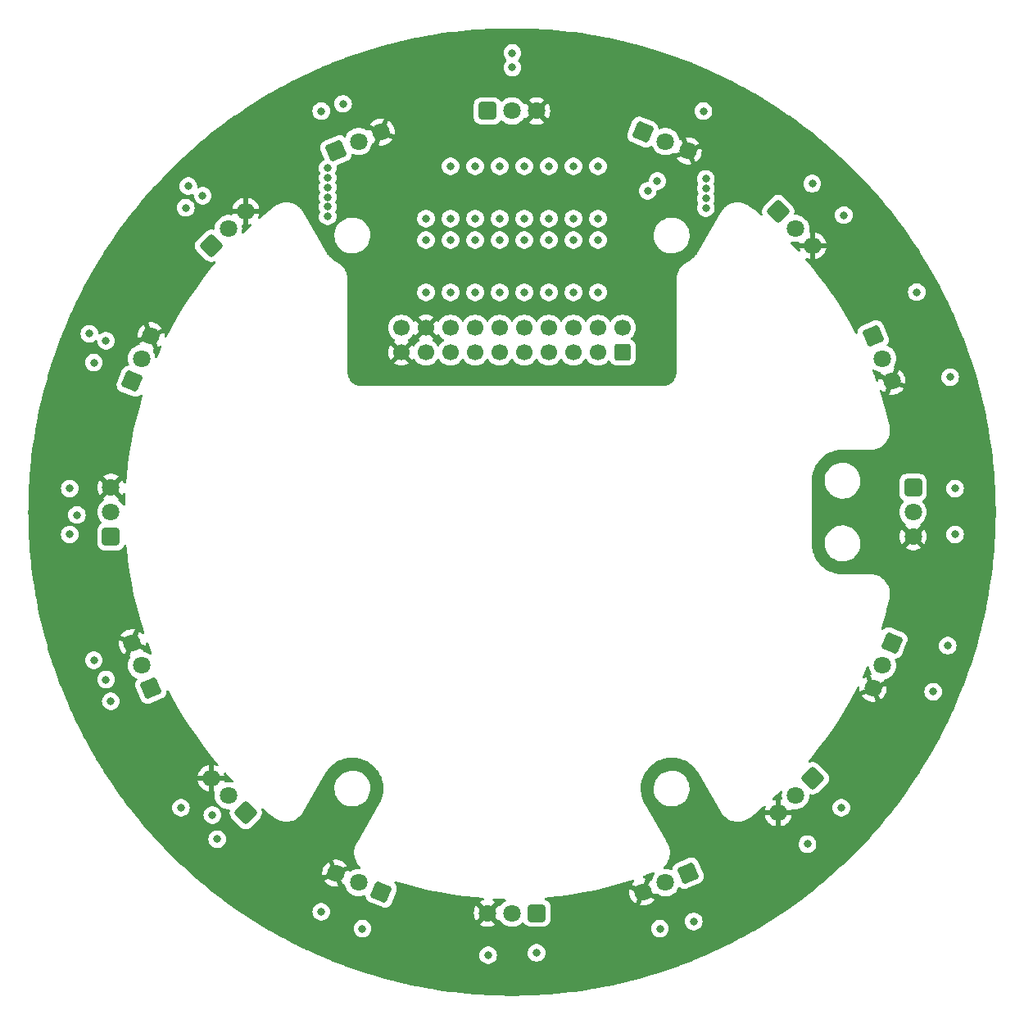
<source format=gbr>
%TF.GenerationSoftware,KiCad,Pcbnew,7.0.6*%
%TF.CreationDate,2023-12-16T12:44:14+09:00*%
%TF.ProjectId,BallSensor_TSSP58038_20230330,42616c6c-5365-46e7-936f-725f54535350,rev?*%
%TF.SameCoordinates,Original*%
%TF.FileFunction,Copper,L2,Inr*%
%TF.FilePolarity,Positive*%
%FSLAX46Y46*%
G04 Gerber Fmt 4.6, Leading zero omitted, Abs format (unit mm)*
G04 Created by KiCad (PCBNEW 7.0.6) date 2023-12-16 12:44:14*
%MOMM*%
%LPD*%
G01*
G04 APERTURE LIST*
G04 Aperture macros list*
%AMRoundRect*
0 Rectangle with rounded corners*
0 $1 Rounding radius*
0 $2 $3 $4 $5 $6 $7 $8 $9 X,Y pos of 4 corners*
0 Add a 4 corners polygon primitive as box body*
4,1,4,$2,$3,$4,$5,$6,$7,$8,$9,$2,$3,0*
0 Add four circle primitives for the rounded corners*
1,1,$1+$1,$2,$3*
1,1,$1+$1,$4,$5*
1,1,$1+$1,$6,$7*
1,1,$1+$1,$8,$9*
0 Add four rect primitives between the rounded corners*
20,1,$1+$1,$2,$3,$4,$5,0*
20,1,$1+$1,$4,$5,$6,$7,0*
20,1,$1+$1,$6,$7,$8,$9,0*
20,1,$1+$1,$8,$9,$2,$3,0*%
G04 Aperture macros list end*
%TA.AperFunction,ComponentPad*%
%ADD10RoundRect,0.250200X0.849005X0.351669X-0.351669X0.849005X-0.849005X-0.351669X0.351669X-0.849005X0*%
%TD*%
%TA.AperFunction,ComponentPad*%
%ADD11C,1.800000*%
%TD*%
%TA.AperFunction,ComponentPad*%
%ADD12RoundRect,0.250200X-0.849005X-0.351669X0.351669X-0.849005X0.849005X0.351669X-0.351669X0.849005X0*%
%TD*%
%TA.AperFunction,ComponentPad*%
%ADD13RoundRect,0.250200X-0.918956X0.000000X0.000000X-0.918956X0.918956X0.000000X0.000000X0.918956X0*%
%TD*%
%TA.AperFunction,ComponentPad*%
%ADD14RoundRect,0.250000X0.600000X-0.600000X0.600000X0.600000X-0.600000X0.600000X-0.600000X-0.600000X0*%
%TD*%
%TA.AperFunction,ComponentPad*%
%ADD15C,1.700000*%
%TD*%
%TA.AperFunction,ComponentPad*%
%ADD16RoundRect,0.250200X-0.649800X-0.649800X0.649800X-0.649800X0.649800X0.649800X-0.649800X0.649800X0*%
%TD*%
%TA.AperFunction,ComponentPad*%
%ADD17RoundRect,0.250200X-0.351669X0.849005X-0.849005X-0.351669X0.351669X-0.849005X0.849005X0.351669X0*%
%TD*%
%TA.AperFunction,ComponentPad*%
%ADD18RoundRect,0.250200X0.918956X0.000000X0.000000X0.918956X-0.918956X0.000000X0.000000X-0.918956X0*%
%TD*%
%TA.AperFunction,ComponentPad*%
%ADD19RoundRect,0.250200X0.649800X-0.649800X0.649800X0.649800X-0.649800X0.649800X-0.649800X-0.649800X0*%
%TD*%
%TA.AperFunction,ComponentPad*%
%ADD20RoundRect,0.250200X0.351669X0.849005X-0.849005X0.351669X-0.351669X-0.849005X0.849005X-0.351669X0*%
%TD*%
%TA.AperFunction,ComponentPad*%
%ADD21RoundRect,0.250200X0.000000X-0.918956X0.918956X0.000000X0.000000X0.918956X-0.918956X0.000000X0*%
%TD*%
%TA.AperFunction,ComponentPad*%
%ADD22RoundRect,0.250200X-0.649800X0.649800X-0.649800X-0.649800X0.649800X-0.649800X0.649800X0.649800X0*%
%TD*%
%TA.AperFunction,ComponentPad*%
%ADD23RoundRect,0.250200X0.351669X-0.849005X0.849005X0.351669X-0.351669X0.849005X-0.849005X-0.351669X0*%
%TD*%
%TA.AperFunction,ComponentPad*%
%ADD24RoundRect,0.250200X-0.351669X-0.849005X0.849005X-0.351669X0.351669X0.849005X-0.849005X0.351669X0*%
%TD*%
%TA.AperFunction,ComponentPad*%
%ADD25RoundRect,0.250200X-0.849005X0.351669X-0.351669X-0.849005X0.849005X-0.351669X0.351669X0.849005X0*%
%TD*%
%TA.AperFunction,ComponentPad*%
%ADD26RoundRect,0.250200X0.849005X-0.351669X0.351669X0.849005X-0.849005X0.351669X-0.351669X-0.849005X0*%
%TD*%
%TA.AperFunction,ComponentPad*%
%ADD27RoundRect,0.250200X0.000000X0.918956X-0.918956X0.000000X0.000000X-0.918956X0.918956X0.000000X0*%
%TD*%
%TA.AperFunction,ComponentPad*%
%ADD28RoundRect,0.250200X0.649800X0.649800X-0.649800X0.649800X-0.649800X-0.649800X0.649800X-0.649800X0*%
%TD*%
%TA.AperFunction,ViaPad*%
%ADD29C,0.800000*%
%TD*%
G04 APERTURE END LIST*
D10*
%TO.N,sig8*%
%TO.C,U8*%
X87449425Y-138952822D03*
D11*
%TO.N,GND*%
X85102771Y-137980806D03*
%TO.N,+5V*%
X82756117Y-137008790D03*
%TD*%
D12*
%TO.N,sig16*%
%TO.C,U16*%
X114480574Y-60419177D03*
D11*
%TO.N,GND*%
X116827228Y-61391193D03*
%TO.N,+5V*%
X119173882Y-62363209D03*
%TD*%
D13*
%TO.N,sig15*%
%TO.C,U15*%
X128478525Y-68580372D03*
D11*
%TO.N,GND*%
X130274576Y-70376423D03*
%TO.N,+5V*%
X132070627Y-72172474D03*
%TD*%
D14*
%TO.N,sig1-LPF*%
%TO.C,J1*%
X112395000Y-83185000D03*
D15*
%TO.N,sig2-LPF*%
X112395000Y-80645000D03*
%TO.N,sig3-LPF*%
X109855000Y-83185000D03*
%TO.N,sig4-LPF*%
X109855000Y-80645000D03*
%TO.N,sig5-LPF*%
X107315000Y-83185000D03*
%TO.N,sig6-LPF*%
X107315000Y-80645000D03*
%TO.N,sig7-LPF*%
X104775000Y-83185000D03*
%TO.N,sig8-LPF*%
X104775000Y-80645000D03*
%TO.N,sig9-LPF*%
X102235000Y-83185000D03*
%TO.N,sig10-LPF*%
X102235000Y-80645000D03*
%TO.N,sig11-LPF*%
X99695000Y-83185000D03*
%TO.N,sig12-LPF*%
X99695000Y-80645000D03*
%TO.N,sig13-LPF*%
X97155000Y-83185000D03*
%TO.N,sig14-LPF*%
X97155000Y-80645000D03*
%TO.N,sig15-LPF*%
X94615000Y-83185000D03*
%TO.N,sig16-LPF*%
X94615000Y-80645000D03*
%TO.N,sig_NeoPixel*%
X92075000Y-83185000D03*
%TO.N,+5V*%
X92075000Y-80645000D03*
X89535000Y-83185000D03*
%TO.N,GND*%
X89535000Y-80645000D03*
%TD*%
D16*
%TO.N,sig1*%
%TO.C,U1*%
X98425000Y-58236000D03*
D11*
%TO.N,GND*%
X100965000Y-58236000D03*
%TO.N,+5V*%
X103505000Y-58236000D03*
%TD*%
D17*
%TO.N,sig12*%
%TO.C,U12*%
X140231822Y-113201574D03*
D11*
%TO.N,GND*%
X139259806Y-115548228D03*
%TO.N,+5V*%
X138287790Y-117894882D03*
%TD*%
D18*
%TO.N,sig7*%
%TO.C,U7*%
X73451474Y-130791627D03*
D11*
%TO.N,GND*%
X71655423Y-128995576D03*
%TO.N,+5V*%
X69859372Y-127199525D03*
%TD*%
D19*
%TO.N,sig5*%
%TO.C,U5*%
X59515000Y-102226000D03*
D11*
%TO.N,GND*%
X59515000Y-99686000D03*
%TO.N,+5V*%
X59515000Y-97146000D03*
%TD*%
D20*
%TO.N,sig10*%
%TO.C,U10*%
X119173882Y-137008790D03*
D11*
%TO.N,GND*%
X116827228Y-137980806D03*
%TO.N,+5V*%
X114480574Y-138952822D03*
%TD*%
D21*
%TO.N,sig3*%
%TO.C,U3*%
X69859372Y-72172474D03*
D11*
%TO.N,GND*%
X71655423Y-70376423D03*
%TO.N,+5V*%
X73451474Y-68580372D03*
%TD*%
D22*
%TO.N,sig13*%
%TO.C,U13*%
X142415000Y-97146000D03*
D11*
%TO.N,GND*%
X142415000Y-99686000D03*
%TO.N,+5V*%
X142415000Y-102226000D03*
%TD*%
D23*
%TO.N,sig4*%
%TO.C,U4*%
X61698177Y-86170425D03*
D11*
%TO.N,GND*%
X62670193Y-83823771D03*
%TO.N,+5V*%
X63642209Y-81477117D03*
%TD*%
D24*
%TO.N,sig2*%
%TO.C,U2*%
X82756117Y-62363209D03*
D11*
%TO.N,GND*%
X85102771Y-61391193D03*
%TO.N,+5V*%
X87449425Y-60419177D03*
%TD*%
D25*
%TO.N,sig14*%
%TO.C,U14*%
X138287790Y-81477117D03*
D11*
%TO.N,GND*%
X139259806Y-83823771D03*
%TO.N,+5V*%
X140231822Y-86170425D03*
%TD*%
D26*
%TO.N,sig6*%
%TO.C,U6*%
X63642209Y-117894882D03*
D11*
%TO.N,GND*%
X62670193Y-115548228D03*
%TO.N,+5V*%
X61698177Y-113201574D03*
%TD*%
D27*
%TO.N,sig11*%
%TO.C,U11*%
X132070627Y-127199525D03*
D11*
%TO.N,GND*%
X130274576Y-128995576D03*
%TO.N,+5V*%
X128478525Y-130791627D03*
%TD*%
D28*
%TO.N,sig9*%
%TO.C,U9*%
X103505000Y-141136000D03*
D11*
%TO.N,GND*%
X100965000Y-141136000D03*
%TO.N,+5V*%
X98425000Y-141136000D03*
%TD*%
D29*
%TO.N,GND*%
X92075000Y-76975000D03*
X99695000Y-76975000D03*
X109855000Y-69355000D03*
X104775000Y-69355000D03*
X102235000Y-69355000D03*
X104775000Y-76975000D03*
X107315000Y-76975000D03*
X107315000Y-69355000D03*
X94615000Y-76975000D03*
X102235000Y-76975000D03*
X99695000Y-69355000D03*
X92075000Y-69355000D03*
X109855000Y-76975000D03*
X94615000Y-69355000D03*
X97155000Y-76975000D03*
X97155000Y-69355000D03*
%TO.N,Net-(D2-DOUT)*%
X83500000Y-57500000D03*
X101000000Y-53750000D03*
%TO.N,sig_NeoPixel*%
X101000000Y-52250000D03*
%TO.N,Net-(D3-DOUT)*%
X67500000Y-66000000D03*
X81250000Y-58250000D03*
%TO.N,Net-(D4-DOUT)*%
X67250000Y-68250000D03*
X57288841Y-81250000D03*
%TO.N,Net-(D5-DOUT)*%
X57750000Y-84250000D03*
X55250000Y-97250000D03*
%TO.N,Net-(D6-DOUT)*%
X55250000Y-102000000D03*
X57750000Y-115000000D03*
%TO.N,Net-(D7-DOUT)*%
X66750000Y-130250000D03*
X59500000Y-119250000D03*
%TO.N,Net-(D8-DOUT)*%
X70500000Y-133500000D03*
X81250000Y-141000000D03*
%TO.N,Net-(D10-DIN)*%
X98500000Y-145500000D03*
X85500000Y-142750000D03*
%TO.N,Net-(D10-DOUT)*%
X103500000Y-145250000D03*
X116250000Y-142750000D03*
%TO.N,Net-(D11-DOUT)*%
X119750000Y-142000000D03*
X131500000Y-134000000D03*
%TO.N,Net-(D12-DOUT)*%
X135000000Y-130250000D03*
X144500000Y-118250000D03*
%TO.N,Net-(D13-DOUT)*%
X146750000Y-102000000D03*
X146000000Y-113500000D03*
%TO.N,Net-(D14-DOUT)*%
X146250000Y-85750000D03*
X146750000Y-97250000D03*
%TO.N,Net-(D15-DOUT)*%
X142793571Y-76956428D03*
X135250000Y-69000000D03*
%TO.N,Net-(D16-DOUT)*%
X120750000Y-58250000D03*
X132000000Y-65750000D03*
%TO.N,sig1*%
X109855000Y-71580500D03*
%TO.N,sig2*%
X109855000Y-63960500D03*
%TO.N,sig3*%
X81915000Y-64135000D03*
X69000000Y-67000000D03*
X107315000Y-71580500D03*
%TO.N,sig4*%
X59000000Y-82000000D03*
X81915000Y-65134503D03*
X107315000Y-63960500D03*
%TO.N,sig5*%
X56000000Y-100000000D03*
X81915000Y-66134006D03*
X104775000Y-71580500D03*
%TO.N,sig6*%
X104775000Y-63960500D03*
X81915000Y-67133509D03*
X59000000Y-117000000D03*
%TO.N,sig7*%
X70000000Y-131000000D03*
X81915000Y-68133012D03*
X102235000Y-71580500D03*
%TO.N,sig8*%
X102235000Y-63960500D03*
X81915000Y-69132515D03*
%TO.N,sig9*%
X115989908Y-65489908D03*
X99695000Y-71580500D03*
%TO.N,sig10*%
X99695000Y-63960500D03*
X114989908Y-66489908D03*
%TO.N,sig11*%
X121000000Y-65250497D03*
X97155000Y-71580500D03*
%TO.N,sig12*%
X97155000Y-63960500D03*
X121000000Y-66250000D03*
%TO.N,sig13*%
X121000000Y-67275997D03*
X94615000Y-71580500D03*
%TO.N,sig14*%
X94615000Y-63960500D03*
X121000000Y-68275500D03*
%TO.N,sig15*%
X92075000Y-71580500D03*
%TD*%
%TA.AperFunction,Conductor*%
%TO.N,+5V*%
G36*
X99728790Y-139672186D02*
G01*
X100209092Y-139679609D01*
X100275819Y-139700327D01*
X100320753Y-139753832D01*
X100329627Y-139823135D01*
X100299623Y-139886235D01*
X100266194Y-139912649D01*
X100191984Y-139952809D01*
X100007781Y-140096181D01*
X100007776Y-140096185D01*
X99849686Y-140267916D01*
X99849683Y-140267918D01*
X99793731Y-140353560D01*
X99740585Y-140398917D01*
X99671353Y-140408340D01*
X99608018Y-140378837D01*
X99586114Y-140353560D01*
X99576186Y-140338364D01*
X98869449Y-141045101D01*
X98868673Y-141034735D01*
X98819113Y-140908459D01*
X98734535Y-140802401D01*
X98622453Y-140725984D01*
X98514700Y-140692747D01*
X99223799Y-139983648D01*
X99223799Y-139983647D01*
X99193349Y-139959949D01*
X99038378Y-139876082D01*
X98988788Y-139826862D01*
X98973680Y-139758645D01*
X98997851Y-139693090D01*
X99053626Y-139651009D01*
X99103139Y-139643160D01*
X99728790Y-139672186D01*
G37*
%TD.AperFunction*%
%TA.AperFunction,Conductor*%
G36*
X115691605Y-136957086D02*
G01*
X115726875Y-137017399D01*
X115723939Y-137087207D01*
X115710344Y-137115124D01*
X115584243Y-137308137D01*
X115490478Y-137521898D01*
X115443384Y-137707872D01*
X115407844Y-137768028D01*
X115345424Y-137799420D01*
X115275941Y-137792082D01*
X115253544Y-137779075D01*
X115253218Y-137779576D01*
X115248928Y-137776773D01*
X115240252Y-137772077D01*
X114855425Y-138701127D01*
X114790109Y-138619223D01*
X114678027Y-138542806D01*
X114548401Y-138502822D01*
X114446850Y-138502822D01*
X114393008Y-138510937D01*
X114777377Y-137582990D01*
X114777378Y-137582990D01*
X114596581Y-137552822D01*
X114588044Y-137552822D01*
X114521005Y-137533137D01*
X114475250Y-137480333D01*
X114465306Y-137411175D01*
X114494331Y-137347619D01*
X114544894Y-137312572D01*
X114740388Y-137240008D01*
X114759071Y-137233072D01*
X114761331Y-137232914D01*
X114801501Y-137217323D01*
X115464083Y-136971385D01*
X115559812Y-136932442D01*
X115629325Y-136925415D01*
X115691605Y-136957086D01*
G37*
%TD.AperFunction*%
%TA.AperFunction,Conductor*%
G36*
X128838891Y-128479801D02*
G01*
X128894605Y-128521964D01*
X128918679Y-128587556D01*
X128915156Y-128626194D01*
X128880524Y-128762953D01*
X128861249Y-128995570D01*
X128861249Y-128995581D01*
X128880524Y-129228198D01*
X128889762Y-129264678D01*
X128887137Y-129334498D01*
X128847180Y-129391816D01*
X128782579Y-129418432D01*
X128749147Y-129417427D01*
X128728525Y-129413985D01*
X128728525Y-130417437D01*
X128675978Y-130381611D01*
X128546352Y-130341627D01*
X128444801Y-130341627D01*
X128344387Y-130356762D01*
X128228524Y-130412558D01*
X128228524Y-129413986D01*
X128133661Y-129429815D01*
X128030188Y-129465338D01*
X127960390Y-129468488D01*
X127899969Y-129433401D01*
X127868108Y-129371219D01*
X127874924Y-129301682D01*
X127905371Y-129257357D01*
X128292897Y-128896101D01*
X128676792Y-128538230D01*
X128707729Y-128507615D01*
X128769227Y-128474451D01*
X128838891Y-128479801D01*
G37*
%TD.AperFunction*%
%TA.AperFunction,Conductor*%
G36*
X71366106Y-126610593D02*
G01*
X71403218Y-126639156D01*
X71429879Y-126669257D01*
X71743091Y-127001648D01*
X71743206Y-127001875D01*
X71747079Y-127005880D01*
X72143841Y-127426937D01*
X72175490Y-127489227D01*
X72168439Y-127558740D01*
X72124925Y-127613406D01*
X72058764Y-127635868D01*
X72013334Y-127629258D01*
X72002376Y-127625496D01*
X71840458Y-127598477D01*
X71772135Y-127587076D01*
X71538711Y-127587076D01*
X71377923Y-127613906D01*
X71308558Y-127605524D01*
X71254736Y-127560971D01*
X71233546Y-127494392D01*
X71237309Y-127461155D01*
X71240254Y-127449525D01*
X70234650Y-127449525D01*
X70282997Y-127365785D01*
X70313182Y-127233533D01*
X70303045Y-127098260D01*
X70253485Y-126971984D01*
X70235575Y-126949525D01*
X71240255Y-126949525D01*
X71190187Y-126751812D01*
X71192812Y-126681992D01*
X71232768Y-126624674D01*
X71297370Y-126598058D01*
X71366106Y-126610593D01*
G37*
%TD.AperFunction*%
%TA.AperFunction,Conductor*%
G36*
X137802563Y-115637044D02*
G01*
X137849644Y-115688669D01*
X137861771Y-115732788D01*
X137865754Y-115780850D01*
X137923057Y-116007135D01*
X138016821Y-116220896D01*
X138089652Y-116332373D01*
X138109840Y-116399263D01*
X138090659Y-116466448D01*
X138038200Y-116512598D01*
X138006253Y-116522503D01*
X137990985Y-116525050D01*
X138374390Y-117450672D01*
X138355617Y-117444882D01*
X138254066Y-117444882D01*
X138153652Y-117460017D01*
X138031433Y-117518875D01*
X137931992Y-117611142D01*
X137913168Y-117643745D01*
X137528111Y-116714137D01*
X137528110Y-116714136D01*
X137519443Y-116718828D01*
X137519436Y-116718832D01*
X137359318Y-116843458D01*
X137294324Y-116869101D01*
X137225784Y-116855535D01*
X137175460Y-116807066D01*
X137159328Y-116739084D01*
X137170589Y-116693598D01*
X137527124Y-115921936D01*
X137624131Y-115694395D01*
X137668527Y-115640450D01*
X137735045Y-115619069D01*
X137802563Y-115637044D01*
G37*
%TD.AperFunction*%
%TA.AperFunction,Conductor*%
G36*
X63067282Y-113498078D02*
G01*
X63067283Y-113498077D01*
X63083813Y-113432804D01*
X63083816Y-113432788D01*
X63095645Y-113290034D01*
X63120798Y-113224849D01*
X63177200Y-113183611D01*
X63246943Y-113179413D01*
X63307885Y-113213587D01*
X63335501Y-113257206D01*
X63669026Y-114157693D01*
X63722370Y-114289123D01*
X63729342Y-114358644D01*
X63697622Y-114420899D01*
X63637280Y-114456121D01*
X63567475Y-114453129D01*
X63531312Y-114433611D01*
X63443210Y-114365038D01*
X63443208Y-114365037D01*
X63443207Y-114365036D01*
X63443204Y-114365034D01*
X63237926Y-114253944D01*
X63237923Y-114253943D01*
X63237920Y-114253941D01*
X63237914Y-114253939D01*
X63237912Y-114253938D01*
X63017147Y-114178148D01*
X62947649Y-114166551D01*
X62884764Y-114136100D01*
X62848324Y-114076485D01*
X62849900Y-114006633D01*
X62864251Y-113976420D01*
X62875174Y-113959700D01*
X62875174Y-113959699D01*
X61953667Y-113577998D01*
X61954534Y-113577581D01*
X62053975Y-113485314D01*
X62121802Y-113367834D01*
X62151987Y-113235582D01*
X62142966Y-113115212D01*
X63067282Y-113498078D01*
G37*
%TD.AperFunction*%
%TA.AperFunction,Conductor*%
G36*
X60666186Y-97943634D02*
G01*
X60750485Y-97814605D01*
X60770414Y-97769170D01*
X60815369Y-97715683D01*
X60882104Y-97694991D01*
X60949432Y-97713664D01*
X60995977Y-97765773D01*
X61007838Y-97824712D01*
X60978785Y-98452238D01*
X60971484Y-98925543D01*
X60950768Y-98992271D01*
X60897265Y-99037206D01*
X60827961Y-99046082D01*
X60764861Y-99016080D01*
X60743690Y-98991452D01*
X60630313Y-98817915D01*
X60472223Y-98646185D01*
X60472213Y-98646176D01*
X60295285Y-98508467D01*
X60254472Y-98451757D01*
X60250797Y-98381984D01*
X60285429Y-98321301D01*
X60295285Y-98312760D01*
X60313798Y-98298351D01*
X59603231Y-97587784D01*
X59649138Y-97580865D01*
X59771357Y-97522007D01*
X59870798Y-97429740D01*
X59938625Y-97312260D01*
X59956499Y-97233946D01*
X60666186Y-97943634D01*
G37*
%TD.AperFunction*%
%TA.AperFunction,Conductor*%
G36*
X138359639Y-84916000D02*
G01*
X138394352Y-84935013D01*
X138486789Y-85006961D01*
X138486791Y-85006962D01*
X138486794Y-85006964D01*
X138549902Y-85041116D01*
X138692079Y-85118058D01*
X138912855Y-85193851D01*
X138982347Y-85205447D01*
X139045232Y-85235897D01*
X139081672Y-85295512D01*
X139080097Y-85365364D01*
X139065746Y-85395578D01*
X139054823Y-85412296D01*
X139054823Y-85412297D01*
X139976333Y-85793999D01*
X139975465Y-85794418D01*
X139876024Y-85886685D01*
X139808197Y-86004165D01*
X139778012Y-86136417D01*
X139787032Y-86256785D01*
X138862715Y-85873920D01*
X138862714Y-85873920D01*
X138846184Y-85939200D01*
X138846182Y-85939209D01*
X138834092Y-86085121D01*
X138808939Y-86150306D01*
X138752537Y-86191544D01*
X138682793Y-86195742D01*
X138621852Y-86161568D01*
X138593754Y-86116626D01*
X138429838Y-85658147D01*
X138320330Y-85378450D01*
X138202725Y-85078075D01*
X138196614Y-85008474D01*
X138229103Y-84946617D01*
X138289876Y-84912144D01*
X138359639Y-84916000D01*
G37*
%TD.AperFunction*%
%TA.AperFunction,Conductor*%
G36*
X64401887Y-82657860D02*
G01*
X64410563Y-82653165D01*
X64569759Y-82529256D01*
X64634752Y-82503613D01*
X64703293Y-82517179D01*
X64753618Y-82565647D01*
X64769750Y-82633628D01*
X64757726Y-82680737D01*
X64749257Y-82698393D01*
X64632161Y-82942512D01*
X64524916Y-83185001D01*
X64305392Y-83681358D01*
X64260274Y-83734707D01*
X64193475Y-83755194D01*
X64126204Y-83736315D01*
X64079819Y-83684063D01*
X64068412Y-83641446D01*
X64064244Y-83591145D01*
X64006942Y-83364864D01*
X63913177Y-83151102D01*
X63840344Y-83039623D01*
X63820158Y-82972735D01*
X63839338Y-82905549D01*
X63891796Y-82859399D01*
X63923745Y-82849494D01*
X63939012Y-82846946D01*
X63555607Y-81921325D01*
X63574382Y-81927117D01*
X63675933Y-81927117D01*
X63776347Y-81911982D01*
X63898566Y-81853124D01*
X63998007Y-81760857D01*
X64016830Y-81728254D01*
X64401887Y-82657860D01*
G37*
%TD.AperFunction*%
%TA.AperFunction,Conductor*%
G36*
X129913292Y-71741582D02*
G01*
X129927625Y-71746503D01*
X130157864Y-71784923D01*
X130157865Y-71784923D01*
X130391287Y-71784923D01*
X130391288Y-71784923D01*
X130552075Y-71758092D01*
X130621438Y-71766474D01*
X130675260Y-71811026D01*
X130696451Y-71877605D01*
X130692689Y-71910839D01*
X130689742Y-71922473D01*
X130689743Y-71922474D01*
X131695349Y-71922474D01*
X131647002Y-72006214D01*
X131616817Y-72138466D01*
X131626954Y-72273739D01*
X131676514Y-72400015D01*
X131694424Y-72422474D01*
X130689744Y-72422474D01*
X130741285Y-72626005D01*
X130738660Y-72695825D01*
X130698703Y-72753143D01*
X130634102Y-72779759D01*
X130565366Y-72767224D01*
X130528761Y-72739230D01*
X130347211Y-72536775D01*
X129783219Y-71944364D01*
X129751251Y-71882236D01*
X129757946Y-71812688D01*
X129801179Y-71757800D01*
X129867223Y-71734999D01*
X129913292Y-71741582D01*
G37*
%TD.AperFunction*%
%TA.AperFunction,Conductor*%
G36*
X73254021Y-68990388D02*
G01*
X73383647Y-69030372D01*
X73485198Y-69030372D01*
X73585612Y-69015237D01*
X73701474Y-68959440D01*
X73701474Y-69958012D01*
X73796334Y-69942183D01*
X73896123Y-69907926D01*
X73965922Y-69904776D01*
X74026343Y-69939862D01*
X74058203Y-70002045D01*
X74051388Y-70071581D01*
X74021218Y-70115648D01*
X73525252Y-70580852D01*
X73499277Y-70604538D01*
X73497959Y-70606453D01*
X73219681Y-70867471D01*
X73157318Y-70898977D01*
X73087821Y-70891766D01*
X73033256Y-70848127D01*
X73010945Y-70781915D01*
X73014644Y-70746589D01*
X73014961Y-70745339D01*
X73049474Y-70609049D01*
X73057528Y-70511854D01*
X73068750Y-70376428D01*
X73068750Y-70376417D01*
X73049474Y-70143798D01*
X73048670Y-70140624D01*
X73040237Y-70107320D01*
X73042861Y-70037502D01*
X73082816Y-69980184D01*
X73147417Y-69953566D01*
X73180851Y-69954571D01*
X73201473Y-69958012D01*
X73201474Y-69958011D01*
X73201474Y-68954561D01*
X73254021Y-68990388D01*
G37*
%TD.AperFunction*%
%TA.AperFunction,Conductor*%
G36*
X91615507Y-80854844D02*
G01*
X91693239Y-80975798D01*
X91801900Y-81069952D01*
X91932685Y-81129680D01*
X91942466Y-81131086D01*
X91313625Y-81759925D01*
X91384801Y-81809763D01*
X91428426Y-81864340D01*
X91435620Y-81933838D01*
X91404097Y-81996193D01*
X91372697Y-82020392D01*
X91329427Y-82043809D01*
X91329422Y-82043812D01*
X91151761Y-82182092D01*
X91151756Y-82182097D01*
X90999284Y-82347723D01*
X90999280Y-82347729D01*
X90905250Y-82491651D01*
X90852103Y-82537007D01*
X90782872Y-82546430D01*
X90719536Y-82516927D01*
X90699866Y-82494951D01*
X90649924Y-82423626D01*
X90018076Y-83055475D01*
X89994493Y-82975156D01*
X89916761Y-82854202D01*
X89808100Y-82760048D01*
X89677315Y-82700320D01*
X89667533Y-82698913D01*
X90296373Y-82070073D01*
X90296373Y-82070072D01*
X90225199Y-82020236D01*
X90181574Y-81965659D01*
X90174380Y-81896161D01*
X90205903Y-81833806D01*
X90237305Y-81809606D01*
X90248074Y-81803778D01*
X90280576Y-81786189D01*
X90458240Y-81647906D01*
X90610722Y-81482268D01*
X90704749Y-81338347D01*
X90757894Y-81292994D01*
X90827125Y-81283570D01*
X90890461Y-81313072D01*
X90910131Y-81335049D01*
X90960072Y-81406373D01*
X90960073Y-81406373D01*
X91591923Y-80774523D01*
X91615507Y-80854844D01*
G37*
%TD.AperFunction*%
%TA.AperFunction,Conductor*%
G36*
X93189925Y-81406373D02*
G01*
X93239868Y-81335048D01*
X93294445Y-81291424D01*
X93363944Y-81284231D01*
X93426298Y-81315753D01*
X93445251Y-81338350D01*
X93539276Y-81482265D01*
X93539284Y-81482276D01*
X93691756Y-81647902D01*
X93691761Y-81647907D01*
X93721343Y-81670932D01*
X93869424Y-81786189D01*
X93869429Y-81786191D01*
X93869431Y-81786193D01*
X93905930Y-81805946D01*
X93955520Y-81855165D01*
X93970628Y-81923382D01*
X93946457Y-81988937D01*
X93905930Y-82024054D01*
X93869431Y-82043806D01*
X93869422Y-82043812D01*
X93691761Y-82182092D01*
X93691756Y-82182097D01*
X93539284Y-82347723D01*
X93539276Y-82347734D01*
X93448808Y-82486206D01*
X93395662Y-82531562D01*
X93326431Y-82540986D01*
X93263095Y-82511484D01*
X93241192Y-82486206D01*
X93166282Y-82371549D01*
X93150722Y-82347732D01*
X93150719Y-82347729D01*
X93150715Y-82347723D01*
X92998243Y-82182097D01*
X92998238Y-82182092D01*
X92820577Y-82043812D01*
X92820577Y-82043811D01*
X92777303Y-82020393D01*
X92727713Y-81971173D01*
X92712605Y-81902957D01*
X92736775Y-81837401D01*
X92765198Y-81809763D01*
X92836373Y-81759925D01*
X92207533Y-81131086D01*
X92217315Y-81129680D01*
X92348100Y-81069952D01*
X92456761Y-80975798D01*
X92534493Y-80854844D01*
X92558076Y-80774524D01*
X93189925Y-81406373D01*
G37*
%TD.AperFunction*%
%TA.AperFunction,Conductor*%
G36*
X101814020Y-49695511D02*
G01*
X102945562Y-49727545D01*
X103228342Y-49739558D01*
X104358577Y-49803604D01*
X104640851Y-49823610D01*
X105768760Y-49919609D01*
X106050455Y-49947605D01*
X107175195Y-50075484D01*
X107455908Y-50111430D01*
X108576672Y-50271101D01*
X108856220Y-50314972D01*
X109972028Y-50506296D01*
X110250198Y-50558056D01*
X111360098Y-50780870D01*
X111636791Y-50840502D01*
X112739878Y-51094622D01*
X113014744Y-51162053D01*
X114110279Y-51447308D01*
X114383102Y-51522483D01*
X115470070Y-51838610D01*
X115740745Y-51921503D01*
X116818272Y-52268245D01*
X117086469Y-52358756D01*
X118029605Y-52691987D01*
X118153846Y-52735885D01*
X118272754Y-52779800D01*
X118419282Y-52833915D01*
X119475623Y-53241123D01*
X119690543Y-53327485D01*
X119738181Y-53346628D01*
X119814230Y-53378444D01*
X120782493Y-53783530D01*
X121042053Y-53896463D01*
X122073570Y-54362738D01*
X122329762Y-54482939D01*
X123338264Y-54973641D01*
X123347715Y-54978240D01*
X123600404Y-55105643D01*
X124603861Y-55629514D01*
X124852972Y-55764086D01*
X125841177Y-56316131D01*
X126086304Y-56457655D01*
X127058581Y-57037497D01*
X127133534Y-57083648D01*
X127299561Y-57185875D01*
X127315782Y-57196182D01*
X128255015Y-57792983D01*
X128373357Y-57870552D01*
X128491720Y-57948135D01*
X129429547Y-58581994D01*
X129661878Y-58743859D01*
X130581354Y-59403978D01*
X130623948Y-59435480D01*
X130808965Y-59572318D01*
X130970330Y-59695233D01*
X131709434Y-60258225D01*
X131709470Y-60258252D01*
X131828204Y-60351378D01*
X131932151Y-60432907D01*
X132812911Y-61144071D01*
X133030594Y-61324986D01*
X133346553Y-61595227D01*
X133890733Y-62060667D01*
X133890770Y-62060698D01*
X133894367Y-62063863D01*
X134103365Y-62247805D01*
X134942392Y-63007580D01*
X135149511Y-63200538D01*
X135966742Y-63983790D01*
X136168357Y-64182573D01*
X136325541Y-64341997D01*
X136962999Y-64988541D01*
X136963049Y-64988591D01*
X137158944Y-65192985D01*
X137331723Y-65378443D01*
X137930551Y-66021215D01*
X138018512Y-66118351D01*
X138120537Y-66231019D01*
X138868437Y-67080798D01*
X139052386Y-67295867D01*
X139775920Y-68166447D01*
X139953760Y-68386698D01*
X140652327Y-69277353D01*
X140823902Y-69502600D01*
X141496984Y-70412668D01*
X141662073Y-70642620D01*
X141844336Y-70904229D01*
X142309152Y-71571399D01*
X142453470Y-71784923D01*
X142467647Y-71805900D01*
X143005194Y-72626005D01*
X143088187Y-72752623D01*
X143143826Y-72840185D01*
X143240007Y-72991553D01*
X143833523Y-73955486D01*
X143978492Y-74198567D01*
X144423354Y-74969091D01*
X144544491Y-75178906D01*
X144682551Y-75426045D01*
X145220545Y-76421943D01*
X145351584Y-76672943D01*
X145861166Y-77683638D01*
X145985052Y-77938251D01*
X146465836Y-78962979D01*
X146582447Y-79220951D01*
X147034045Y-80258886D01*
X147062414Y-80326696D01*
X147143319Y-80520080D01*
X147565361Y-81570371D01*
X147584673Y-81620466D01*
X147667194Y-81834536D01*
X148059356Y-82896381D01*
X148153669Y-83163312D01*
X148515629Y-84235844D01*
X148602329Y-84505268D01*
X148618969Y-84559604D01*
X148933812Y-85587674D01*
X149012850Y-85859437D01*
X149313568Y-86950788D01*
X149384881Y-87224668D01*
X149654590Y-88324069D01*
X149718138Y-88599919D01*
X149956617Y-89706465D01*
X150012338Y-89984027D01*
X150219404Y-91096857D01*
X150267250Y-91375895D01*
X150442749Y-92494199D01*
X150482665Y-92774379D01*
X150626445Y-93897167D01*
X150658433Y-94178519D01*
X150770375Y-95304870D01*
X150794383Y-95586951D01*
X150874412Y-96716099D01*
X150890424Y-96998676D01*
X150938466Y-98129637D01*
X150946479Y-98412623D01*
X150964500Y-99686000D01*
X150946479Y-100959376D01*
X150938466Y-101242362D01*
X150890424Y-102373323D01*
X150874412Y-102655900D01*
X150794383Y-103785048D01*
X150770375Y-104067129D01*
X150658433Y-105193480D01*
X150626445Y-105474832D01*
X150482665Y-106597620D01*
X150442749Y-106877800D01*
X150267250Y-107996104D01*
X150219404Y-108275142D01*
X150012338Y-109387972D01*
X149956617Y-109665534D01*
X149718138Y-110772080D01*
X149654590Y-111047930D01*
X149384881Y-112147331D01*
X149313568Y-112421211D01*
X149012850Y-113512562D01*
X148933812Y-113784325D01*
X148602331Y-114866725D01*
X148515629Y-115136155D01*
X148153669Y-116208687D01*
X148059356Y-116475618D01*
X147667194Y-117537463D01*
X147565366Y-117801617D01*
X147143319Y-118851919D01*
X147034053Y-119113096D01*
X146582447Y-120151048D01*
X146465836Y-120409020D01*
X145985052Y-121433748D01*
X145861166Y-121688361D01*
X145351584Y-122699056D01*
X145220545Y-122950056D01*
X144682551Y-123945954D01*
X144544491Y-124193093D01*
X143978506Y-125173409D01*
X143833523Y-125416513D01*
X143240007Y-126380446D01*
X143088218Y-126619328D01*
X143023231Y-126718477D01*
X142467651Y-127566094D01*
X142309170Y-127800575D01*
X141662057Y-128729403D01*
X141496984Y-128959331D01*
X140823902Y-129869399D01*
X140652327Y-130094646D01*
X139953760Y-130985301D01*
X139775920Y-131205552D01*
X139052386Y-132076132D01*
X138868437Y-132291201D01*
X138120537Y-133140980D01*
X137930549Y-133350787D01*
X137158944Y-134179014D01*
X136963049Y-134383408D01*
X136168336Y-135189448D01*
X135966753Y-135388198D01*
X135812697Y-135535850D01*
X135149515Y-136171457D01*
X134942392Y-136364419D01*
X134103365Y-137124194D01*
X133890802Y-137311274D01*
X133030594Y-138047013D01*
X132812911Y-138227928D01*
X131932151Y-138939092D01*
X131709478Y-139113741D01*
X130808965Y-139799681D01*
X130581364Y-139968014D01*
X129661878Y-140628140D01*
X129429547Y-140790005D01*
X128491720Y-141423864D01*
X128254996Y-141579028D01*
X127299561Y-142186124D01*
X127058548Y-142334522D01*
X126086306Y-142914344D01*
X125841177Y-143055868D01*
X124852972Y-143607913D01*
X124603881Y-143742475D01*
X123600404Y-144266356D01*
X123347715Y-144393759D01*
X122329786Y-144889049D01*
X122073552Y-145009269D01*
X121042060Y-145475533D01*
X120782477Y-145588476D01*
X119738181Y-146025371D01*
X119475606Y-146130883D01*
X118419307Y-146538074D01*
X118153846Y-146636114D01*
X117086519Y-147013226D01*
X116818258Y-147103759D01*
X115740785Y-147450483D01*
X115470030Y-147533401D01*
X114383145Y-147849503D01*
X114110237Y-147924702D01*
X113014796Y-148209933D01*
X112739868Y-148277379D01*
X111636790Y-148531497D01*
X111360086Y-148591131D01*
X110250227Y-148813937D01*
X109971976Y-148865712D01*
X108856238Y-149057024D01*
X108576643Y-149100902D01*
X107455965Y-149260561D01*
X107175173Y-149296517D01*
X106050480Y-149424391D01*
X105768757Y-149452390D01*
X104640881Y-149548386D01*
X104358520Y-149568399D01*
X103228378Y-149632439D01*
X102945527Y-149644455D01*
X101814039Y-149676487D01*
X101530978Y-149680494D01*
X100399022Y-149680494D01*
X100115960Y-149676487D01*
X98984472Y-149644455D01*
X98701621Y-149632439D01*
X97571479Y-149568399D01*
X97289118Y-149548386D01*
X96161242Y-149452390D01*
X95879519Y-149424391D01*
X94754826Y-149296517D01*
X94474034Y-149260561D01*
X93353356Y-149100902D01*
X93073761Y-149057024D01*
X91958023Y-148865712D01*
X91679772Y-148813937D01*
X90569913Y-148591131D01*
X90293209Y-148531497D01*
X89190131Y-148277379D01*
X88915203Y-148209933D01*
X87819762Y-147924702D01*
X87546854Y-147849503D01*
X86459969Y-147533401D01*
X86189214Y-147450483D01*
X85111741Y-147103759D01*
X84843480Y-147013226D01*
X83776153Y-146636114D01*
X83510692Y-146538074D01*
X82454393Y-146130883D01*
X82191818Y-146025371D01*
X81147522Y-145588476D01*
X80944173Y-145500000D01*
X97586496Y-145500000D01*
X97606458Y-145689928D01*
X97606459Y-145689931D01*
X97665470Y-145871549D01*
X97665473Y-145871556D01*
X97760960Y-146036944D01*
X97888747Y-146178866D01*
X98043248Y-146291118D01*
X98217712Y-146368794D01*
X98404513Y-146408500D01*
X98595487Y-146408500D01*
X98782288Y-146368794D01*
X98956752Y-146291118D01*
X99111253Y-146178866D01*
X99239040Y-146036944D01*
X99334527Y-145871556D01*
X99393542Y-145689928D01*
X99413504Y-145500000D01*
X99393542Y-145310072D01*
X99374023Y-145250000D01*
X102586496Y-145250000D01*
X102606458Y-145439928D01*
X102606459Y-145439931D01*
X102665470Y-145621549D01*
X102665473Y-145621556D01*
X102760960Y-145786944D01*
X102888747Y-145928866D01*
X103043248Y-146041118D01*
X103217712Y-146118794D01*
X103404513Y-146158500D01*
X103595487Y-146158500D01*
X103782288Y-146118794D01*
X103956752Y-146041118D01*
X104111253Y-145928866D01*
X104239040Y-145786944D01*
X104334527Y-145621556D01*
X104393542Y-145439928D01*
X104413504Y-145250000D01*
X104393542Y-145060072D01*
X104334527Y-144878444D01*
X104239040Y-144713056D01*
X104111253Y-144571134D01*
X103956752Y-144458882D01*
X103782288Y-144381206D01*
X103782286Y-144381205D01*
X103595487Y-144341500D01*
X103404513Y-144341500D01*
X103217714Y-144381205D01*
X103043246Y-144458883D01*
X102888745Y-144571135D01*
X102760959Y-144713057D01*
X102665473Y-144878443D01*
X102665470Y-144878450D01*
X102637980Y-144963057D01*
X102606458Y-145060072D01*
X102586496Y-145250000D01*
X99374023Y-145250000D01*
X99334527Y-145128444D01*
X99239040Y-144963056D01*
X99111253Y-144821134D01*
X98956752Y-144708882D01*
X98782288Y-144631206D01*
X98782286Y-144631205D01*
X98595487Y-144591500D01*
X98404513Y-144591500D01*
X98217714Y-144631205D01*
X98043246Y-144708883D01*
X97888745Y-144821135D01*
X97760959Y-144963057D01*
X97665473Y-145128443D01*
X97665470Y-145128450D01*
X97606459Y-145310068D01*
X97606458Y-145310072D01*
X97586496Y-145500000D01*
X80944173Y-145500000D01*
X80887939Y-145475533D01*
X79856447Y-145009269D01*
X79728330Y-144949159D01*
X79600229Y-144889056D01*
X79070287Y-144631205D01*
X78582284Y-144393759D01*
X78329595Y-144266356D01*
X77326118Y-143742475D01*
X77077027Y-143607913D01*
X76088822Y-143055868D01*
X75974262Y-142989727D01*
X75843662Y-142914325D01*
X75568123Y-142750000D01*
X84586496Y-142750000D01*
X84606458Y-142939928D01*
X84606459Y-142939931D01*
X84665470Y-143121549D01*
X84665473Y-143121556D01*
X84760960Y-143286944D01*
X84888747Y-143428866D01*
X85043248Y-143541118D01*
X85217712Y-143618794D01*
X85404513Y-143658500D01*
X85595487Y-143658500D01*
X85782288Y-143618794D01*
X85956752Y-143541118D01*
X86111253Y-143428866D01*
X86239040Y-143286944D01*
X86334527Y-143121556D01*
X86393542Y-142939928D01*
X86413504Y-142750000D01*
X115336496Y-142750000D01*
X115356458Y-142939928D01*
X115356459Y-142939931D01*
X115415470Y-143121549D01*
X115415473Y-143121556D01*
X115510960Y-143286944D01*
X115638747Y-143428866D01*
X115793248Y-143541118D01*
X115967712Y-143618794D01*
X116154513Y-143658500D01*
X116345487Y-143658500D01*
X116532288Y-143618794D01*
X116706752Y-143541118D01*
X116861253Y-143428866D01*
X116989040Y-143286944D01*
X117084527Y-143121556D01*
X117143542Y-142939928D01*
X117163504Y-142750000D01*
X117143542Y-142560072D01*
X117084527Y-142378444D01*
X116989040Y-142213056D01*
X116861253Y-142071134D01*
X116763346Y-142000000D01*
X118836496Y-142000000D01*
X118856458Y-142189928D01*
X118856459Y-142189931D01*
X118915470Y-142371549D01*
X118915473Y-142371556D01*
X119010960Y-142536944D01*
X119138747Y-142678866D01*
X119293248Y-142791118D01*
X119467712Y-142868794D01*
X119654513Y-142908500D01*
X119845487Y-142908500D01*
X120032288Y-142868794D01*
X120206752Y-142791118D01*
X120361253Y-142678866D01*
X120489040Y-142536944D01*
X120584527Y-142371556D01*
X120643542Y-142189928D01*
X120663504Y-142000000D01*
X120643542Y-141810072D01*
X120584527Y-141628444D01*
X120489040Y-141463056D01*
X120361253Y-141321134D01*
X120206752Y-141208882D01*
X120032288Y-141131206D01*
X120032286Y-141131205D01*
X119845487Y-141091500D01*
X119654513Y-141091500D01*
X119467714Y-141131205D01*
X119293246Y-141208883D01*
X119138745Y-141321135D01*
X119010959Y-141463057D01*
X118915473Y-141628443D01*
X118915470Y-141628450D01*
X118858233Y-141804609D01*
X118856458Y-141810072D01*
X118836496Y-142000000D01*
X116763346Y-142000000D01*
X116706752Y-141958882D01*
X116532288Y-141881206D01*
X116532286Y-141881205D01*
X116345487Y-141841500D01*
X116154513Y-141841500D01*
X115967714Y-141881205D01*
X115967711Y-141881206D01*
X115967712Y-141881206D01*
X115801094Y-141955389D01*
X115793246Y-141958883D01*
X115638745Y-142071135D01*
X115510959Y-142213057D01*
X115415473Y-142378443D01*
X115415470Y-142378450D01*
X115356459Y-142560068D01*
X115356458Y-142560072D01*
X115336496Y-142750000D01*
X86413504Y-142750000D01*
X86393542Y-142560072D01*
X86334527Y-142378444D01*
X86239040Y-142213056D01*
X86111253Y-142071134D01*
X85956752Y-141958882D01*
X85782288Y-141881206D01*
X85782286Y-141881205D01*
X85595487Y-141841500D01*
X85404513Y-141841500D01*
X85217714Y-141881205D01*
X85217711Y-141881206D01*
X85217712Y-141881206D01*
X85051094Y-141955389D01*
X85043246Y-141958883D01*
X84888745Y-142071135D01*
X84760959Y-142213057D01*
X84665473Y-142378443D01*
X84665470Y-142378450D01*
X84606459Y-142560068D01*
X84606458Y-142560072D01*
X84586496Y-142750000D01*
X75568123Y-142750000D01*
X74871451Y-142334522D01*
X74630438Y-142186124D01*
X73695631Y-141592135D01*
X73674997Y-141579024D01*
X73438279Y-141423864D01*
X72811150Y-141000000D01*
X80336496Y-141000000D01*
X80356458Y-141189928D01*
X80356459Y-141189931D01*
X80415470Y-141371549D01*
X80415473Y-141371556D01*
X80510960Y-141536944D01*
X80638747Y-141678866D01*
X80793248Y-141791118D01*
X80967712Y-141868794D01*
X81154513Y-141908500D01*
X81345487Y-141908500D01*
X81532288Y-141868794D01*
X81706752Y-141791118D01*
X81861253Y-141678866D01*
X81989040Y-141536944D01*
X82084527Y-141371556D01*
X82143542Y-141189928D01*
X82163504Y-141000000D01*
X82143542Y-140810072D01*
X82084527Y-140628444D01*
X81989040Y-140463056D01*
X81861253Y-140321134D01*
X81706752Y-140208882D01*
X81532288Y-140131206D01*
X81532286Y-140131205D01*
X81345487Y-140091500D01*
X81154513Y-140091500D01*
X80967714Y-140131205D01*
X80793246Y-140208883D01*
X80638745Y-140321135D01*
X80510959Y-140463057D01*
X80415473Y-140628443D01*
X80415470Y-140628450D01*
X80365434Y-140782447D01*
X80356458Y-140810072D01*
X80336496Y-141000000D01*
X72811150Y-141000000D01*
X72500452Y-140790005D01*
X72268121Y-140628140D01*
X71348635Y-139968014D01*
X71121034Y-139799681D01*
X70220521Y-139113741D01*
X69997848Y-138939092D01*
X69117088Y-138227928D01*
X68899405Y-138047013D01*
X68356881Y-137582990D01*
X68039198Y-137311274D01*
X67826634Y-137124194D01*
X66987607Y-136364419D01*
X66780484Y-136171457D01*
X66664705Y-136060492D01*
X65963259Y-135388210D01*
X65761674Y-135189458D01*
X64966937Y-134383394D01*
X64771055Y-134179014D01*
X64497348Y-133885222D01*
X64138463Y-133500000D01*
X69586496Y-133500000D01*
X69606458Y-133689928D01*
X69606459Y-133689931D01*
X69665470Y-133871549D01*
X69665473Y-133871556D01*
X69760960Y-134036944D01*
X69888747Y-134178866D01*
X70043248Y-134291118D01*
X70217712Y-134368794D01*
X70404513Y-134408500D01*
X70595487Y-134408500D01*
X70782288Y-134368794D01*
X70956752Y-134291118D01*
X71111253Y-134178866D01*
X71239040Y-134036944D01*
X71334527Y-133871556D01*
X71393542Y-133689928D01*
X71413504Y-133500000D01*
X71393542Y-133310072D01*
X71334527Y-133128444D01*
X71239040Y-132963056D01*
X71111253Y-132821134D01*
X70956752Y-132708882D01*
X70782288Y-132631206D01*
X70782286Y-132631205D01*
X70595487Y-132591500D01*
X70404513Y-132591500D01*
X70217714Y-132631205D01*
X70043246Y-132708883D01*
X69888745Y-132821135D01*
X69760959Y-132963057D01*
X69665473Y-133128443D01*
X69665470Y-133128450D01*
X69626878Y-133247225D01*
X69606458Y-133310072D01*
X69586496Y-133500000D01*
X64138463Y-133500000D01*
X63999451Y-133350787D01*
X63809462Y-133140980D01*
X63061562Y-132291201D01*
X62877613Y-132076132D01*
X62154079Y-131205552D01*
X61976239Y-130985301D01*
X61399521Y-130250000D01*
X65836496Y-130250000D01*
X65856458Y-130439928D01*
X65856459Y-130439931D01*
X65915470Y-130621549D01*
X65915473Y-130621556D01*
X66010960Y-130786944D01*
X66095023Y-130880305D01*
X66129032Y-130918077D01*
X66138747Y-130928866D01*
X66293248Y-131041118D01*
X66467712Y-131118794D01*
X66654513Y-131158500D01*
X66845487Y-131158500D01*
X67032288Y-131118794D01*
X67206752Y-131041118D01*
X67263346Y-131000000D01*
X69086496Y-131000000D01*
X69106458Y-131189928D01*
X69106459Y-131189931D01*
X69165470Y-131371549D01*
X69165473Y-131371556D01*
X69260960Y-131536944D01*
X69344195Y-131629386D01*
X69368889Y-131656812D01*
X69388747Y-131678866D01*
X69543248Y-131791118D01*
X69717712Y-131868794D01*
X69904513Y-131908500D01*
X70095487Y-131908500D01*
X70282288Y-131868794D01*
X70456752Y-131791118D01*
X70611253Y-131678866D01*
X70739040Y-131536944D01*
X70834527Y-131371556D01*
X70893542Y-131189928D01*
X70913504Y-131000000D01*
X70893542Y-130810072D01*
X70834527Y-130628444D01*
X70739040Y-130463056D01*
X70611253Y-130321134D01*
X70456752Y-130208882D01*
X70282288Y-130131206D01*
X70282286Y-130131205D01*
X70095487Y-130091500D01*
X69904513Y-130091500D01*
X69717714Y-130131205D01*
X69543246Y-130208883D01*
X69388745Y-130321135D01*
X69260959Y-130463057D01*
X69165473Y-130628443D01*
X69165470Y-130628450D01*
X69106459Y-130810068D01*
X69106458Y-130810072D01*
X69086496Y-131000000D01*
X67263346Y-131000000D01*
X67361253Y-130928866D01*
X67489040Y-130786944D01*
X67584527Y-130621556D01*
X67643542Y-130439928D01*
X67663504Y-130250000D01*
X67643542Y-130060072D01*
X67584527Y-129878444D01*
X67489040Y-129713056D01*
X67361253Y-129571134D01*
X67206752Y-129458882D01*
X67032288Y-129381206D01*
X67032286Y-129381205D01*
X66845487Y-129341500D01*
X66654513Y-129341500D01*
X66467714Y-129381205D01*
X66431674Y-129397251D01*
X66303129Y-129454483D01*
X66293246Y-129458883D01*
X66138745Y-129571135D01*
X66010959Y-129713057D01*
X65915473Y-129878443D01*
X65915470Y-129878450D01*
X65856459Y-130060068D01*
X65856458Y-130060072D01*
X65836496Y-130250000D01*
X61399521Y-130250000D01*
X61399520Y-130249999D01*
X61277666Y-130094639D01*
X61254171Y-130063794D01*
X61106097Y-129869399D01*
X60797191Y-129451730D01*
X60433010Y-128959324D01*
X60394437Y-128905596D01*
X60267967Y-128729437D01*
X59620830Y-127800575D01*
X59462348Y-127566094D01*
X58841774Y-126619317D01*
X58689988Y-126380440D01*
X58686566Y-126374883D01*
X58441933Y-125977572D01*
X58096476Y-125416513D01*
X57993845Y-125244423D01*
X57951494Y-125173409D01*
X57385497Y-124193074D01*
X57334452Y-124101699D01*
X57247448Y-123945954D01*
X56912778Y-123326435D01*
X56709454Y-122950056D01*
X56578415Y-122699056D01*
X56068833Y-121688361D01*
X55944947Y-121433748D01*
X55878558Y-121292249D01*
X55464156Y-120409004D01*
X55350921Y-120158500D01*
X55347552Y-120151048D01*
X54955512Y-119250000D01*
X58586496Y-119250000D01*
X58606458Y-119439928D01*
X58606459Y-119439931D01*
X58665470Y-119621549D01*
X58665473Y-119621556D01*
X58760960Y-119786944D01*
X58888747Y-119928866D01*
X59043248Y-120041118D01*
X59217712Y-120118794D01*
X59404513Y-120158500D01*
X59595487Y-120158500D01*
X59782288Y-120118794D01*
X59956752Y-120041118D01*
X60111253Y-119928866D01*
X60239040Y-119786944D01*
X60334527Y-119621556D01*
X60393542Y-119439928D01*
X60413504Y-119250000D01*
X60393542Y-119060072D01*
X60334527Y-118878444D01*
X60239040Y-118713056D01*
X60111253Y-118571134D01*
X59956752Y-118458882D01*
X59782288Y-118381206D01*
X59782286Y-118381205D01*
X59595487Y-118341500D01*
X59404513Y-118341500D01*
X59217714Y-118381205D01*
X59043246Y-118458883D01*
X58888745Y-118571135D01*
X58760959Y-118713057D01*
X58665473Y-118878443D01*
X58665470Y-118878450D01*
X58606459Y-119060068D01*
X58606458Y-119060072D01*
X58586496Y-119250000D01*
X54955512Y-119250000D01*
X54895941Y-119113084D01*
X54797833Y-118878578D01*
X54786680Y-118851919D01*
X54706751Y-118653008D01*
X54364626Y-117801599D01*
X54262798Y-117537444D01*
X54262613Y-117536944D01*
X54064308Y-117000000D01*
X58086496Y-117000000D01*
X58106458Y-117189928D01*
X58106459Y-117189931D01*
X58165470Y-117371549D01*
X58165473Y-117371556D01*
X58260960Y-117536944D01*
X58388747Y-117678866D01*
X58543248Y-117791118D01*
X58717712Y-117868794D01*
X58904513Y-117908500D01*
X59095487Y-117908500D01*
X59282288Y-117868794D01*
X59456752Y-117791118D01*
X59611253Y-117678866D01*
X59739040Y-117536944D01*
X59834527Y-117371556D01*
X59893542Y-117189928D01*
X59913504Y-117000000D01*
X59893542Y-116810072D01*
X59834527Y-116628444D01*
X59739040Y-116463056D01*
X59611253Y-116321134D01*
X59456752Y-116208882D01*
X59282288Y-116131206D01*
X59282286Y-116131205D01*
X59095487Y-116091500D01*
X58904513Y-116091500D01*
X58717714Y-116131205D01*
X58717711Y-116131206D01*
X58717712Y-116131206D01*
X58568912Y-116197456D01*
X58543246Y-116208883D01*
X58388745Y-116321135D01*
X58260959Y-116463057D01*
X58165473Y-116628443D01*
X58165470Y-116628450D01*
X58106459Y-116810068D01*
X58106458Y-116810072D01*
X58086496Y-117000000D01*
X54064308Y-117000000D01*
X53870641Y-116475614D01*
X53780644Y-116220896D01*
X53776330Y-116208687D01*
X53414370Y-115136155D01*
X53370556Y-115000000D01*
X56836496Y-115000000D01*
X56856458Y-115189928D01*
X56856459Y-115189931D01*
X56915470Y-115371549D01*
X56915473Y-115371556D01*
X57010960Y-115536944D01*
X57138747Y-115678866D01*
X57293248Y-115791118D01*
X57467712Y-115868794D01*
X57654513Y-115908500D01*
X57845487Y-115908500D01*
X58032288Y-115868794D01*
X58206752Y-115791118D01*
X58361253Y-115678866D01*
X58489040Y-115536944D01*
X58584527Y-115371556D01*
X58643542Y-115189928D01*
X58663504Y-115000000D01*
X58643542Y-114810072D01*
X58584527Y-114628444D01*
X58489040Y-114463056D01*
X58361253Y-114321134D01*
X58206752Y-114208882D01*
X58032288Y-114131206D01*
X58032286Y-114131205D01*
X57845487Y-114091500D01*
X57654513Y-114091500D01*
X57467714Y-114131205D01*
X57467711Y-114131206D01*
X57467712Y-114131206D01*
X57357052Y-114180475D01*
X57293246Y-114208883D01*
X57138745Y-114321135D01*
X57010959Y-114463057D01*
X56915473Y-114628443D01*
X56915470Y-114628450D01*
X56856459Y-114810068D01*
X56856458Y-114810072D01*
X56836496Y-115000000D01*
X53370556Y-115000000D01*
X53327682Y-114866768D01*
X52996181Y-113784305D01*
X52987686Y-113755094D01*
X52917155Y-113512585D01*
X52616431Y-112421211D01*
X52587614Y-112310537D01*
X52545114Y-112147315D01*
X52515236Y-112025526D01*
X52275406Y-111047920D01*
X52211861Y-110772080D01*
X51973378Y-109665516D01*
X51964530Y-109621442D01*
X51917659Y-109387962D01*
X51818870Y-108857042D01*
X51710590Y-108275118D01*
X51662745Y-107996078D01*
X51655315Y-107948735D01*
X51487250Y-106877800D01*
X51447334Y-106597620D01*
X51443372Y-106566680D01*
X51303546Y-105474768D01*
X51271565Y-105193474D01*
X51252344Y-105000070D01*
X51159624Y-104067123D01*
X51135619Y-103785103D01*
X51055587Y-102655891D01*
X51039574Y-102373303D01*
X51039499Y-102371549D01*
X51023717Y-102000000D01*
X54336496Y-102000000D01*
X54356458Y-102189928D01*
X54356459Y-102189931D01*
X54415470Y-102371549D01*
X54415473Y-102371556D01*
X54510960Y-102536944D01*
X54638747Y-102678866D01*
X54793248Y-102791118D01*
X54967712Y-102868794D01*
X55154513Y-102908500D01*
X55345487Y-102908500D01*
X55532288Y-102868794D01*
X55706752Y-102791118D01*
X55861253Y-102678866D01*
X55989040Y-102536944D01*
X56084527Y-102371556D01*
X56143542Y-102189928D01*
X56163504Y-102000000D01*
X56143542Y-101810072D01*
X56084527Y-101628444D01*
X55989040Y-101463056D01*
X55861253Y-101321134D01*
X55706752Y-101208882D01*
X55532288Y-101131206D01*
X55532286Y-101131205D01*
X55345487Y-101091500D01*
X55154513Y-101091500D01*
X54967714Y-101131205D01*
X54880480Y-101170044D01*
X54819981Y-101196980D01*
X54793246Y-101208883D01*
X54638745Y-101321135D01*
X54510959Y-101463057D01*
X54415473Y-101628443D01*
X54415470Y-101628450D01*
X54362611Y-101791135D01*
X54356458Y-101810072D01*
X54336496Y-102000000D01*
X51023717Y-102000000D01*
X51015900Y-101815984D01*
X50991533Y-101242362D01*
X50986106Y-101050697D01*
X50983521Y-100959376D01*
X50969944Y-100000000D01*
X55086496Y-100000000D01*
X55106458Y-100189928D01*
X55106459Y-100189931D01*
X55165470Y-100371549D01*
X55165473Y-100371556D01*
X55260960Y-100536944D01*
X55388747Y-100678866D01*
X55543248Y-100791118D01*
X55717712Y-100868794D01*
X55904513Y-100908500D01*
X56095487Y-100908500D01*
X56282288Y-100868794D01*
X56456752Y-100791118D01*
X56611253Y-100678866D01*
X56739040Y-100536944D01*
X56834527Y-100371556D01*
X56893542Y-100189928D01*
X56913504Y-100000000D01*
X56893542Y-99810072D01*
X56853228Y-99686000D01*
X58101673Y-99686000D01*
X58120948Y-99918622D01*
X58178251Y-100144907D01*
X58272015Y-100358668D01*
X58399683Y-100554080D01*
X58399686Y-100554083D01*
X58543208Y-100709989D01*
X58574130Y-100772641D01*
X58566270Y-100842067D01*
X58522123Y-100896223D01*
X58517076Y-100899508D01*
X58391424Y-100977011D01*
X58266013Y-101102422D01*
X58172904Y-101253374D01*
X58172902Y-101253379D01*
X58117116Y-101421732D01*
X58106500Y-101525636D01*
X58106500Y-102926363D01*
X58113795Y-102997763D01*
X58117116Y-103030267D01*
X58172903Y-103198623D01*
X58266012Y-103349576D01*
X58391424Y-103474988D01*
X58542377Y-103568097D01*
X58710733Y-103623884D01*
X58814644Y-103634500D01*
X58814649Y-103634500D01*
X60215351Y-103634500D01*
X60215356Y-103634500D01*
X60319267Y-103623884D01*
X60487623Y-103568097D01*
X60638576Y-103474988D01*
X60763988Y-103349576D01*
X60857097Y-103198623D01*
X60873750Y-103148365D01*
X60913522Y-103090921D01*
X60978038Y-103064097D01*
X61046814Y-103076412D01*
X61098014Y-103123954D01*
X61115087Y-103177816D01*
X61130910Y-103382593D01*
X61263860Y-104609319D01*
X61434580Y-105831361D01*
X61642907Y-107047556D01*
X61888641Y-108256749D01*
X62171551Y-109457787D01*
X62491365Y-110649530D01*
X62847781Y-111830842D01*
X62954618Y-112149102D01*
X62957292Y-112218921D01*
X62921794Y-112279101D01*
X62859395Y-112310537D01*
X62789907Y-112303247D01*
X62745836Y-112272547D01*
X62649624Y-112168034D01*
X62649619Y-112168030D01*
X62466528Y-112025523D01*
X62457855Y-112020829D01*
X62073028Y-112949879D01*
X62007712Y-112867975D01*
X61895630Y-112791558D01*
X61766004Y-112751574D01*
X61664453Y-112751574D01*
X61610611Y-112759689D01*
X61994980Y-111831742D01*
X61994981Y-111831742D01*
X61814184Y-111801574D01*
X61582170Y-111801574D01*
X61353316Y-111839762D01*
X61133883Y-111915094D01*
X61133874Y-111915097D01*
X60929825Y-112025523D01*
X60929821Y-112025526D01*
X60746739Y-112168025D01*
X60746735Y-112168028D01*
X60589595Y-112338727D01*
X60589592Y-112338731D01*
X60521178Y-112443446D01*
X61442688Y-112825148D01*
X61441820Y-112825567D01*
X61342379Y-112917834D01*
X61274552Y-113035314D01*
X61244367Y-113167566D01*
X61253387Y-113287934D01*
X60329070Y-112905069D01*
X60329069Y-112905069D01*
X60312539Y-112970349D01*
X60312537Y-112970358D01*
X60293379Y-113201568D01*
X60293379Y-113201579D01*
X60312538Y-113432792D01*
X60369494Y-113657709D01*
X60462693Y-113870183D01*
X60589591Y-114064416D01*
X60746735Y-114235118D01*
X60929822Y-114377621D01*
X60938498Y-114382317D01*
X61323324Y-113453266D01*
X61388642Y-113535173D01*
X61500724Y-113611590D01*
X61630350Y-113651574D01*
X61731901Y-113651574D01*
X61785739Y-113643459D01*
X61401372Y-114571403D01*
X61416640Y-114573951D01*
X61479526Y-114604401D01*
X61515965Y-114664016D01*
X61514390Y-114733868D01*
X61500040Y-114764081D01*
X61427208Y-114875559D01*
X61333444Y-115089320D01*
X61276141Y-115315605D01*
X61256866Y-115548222D01*
X61256866Y-115548233D01*
X61276141Y-115780850D01*
X61333444Y-116007135D01*
X61427208Y-116220896D01*
X61554879Y-116416312D01*
X61712969Y-116588042D01*
X61712973Y-116588046D01*
X61897176Y-116731418D01*
X61897178Y-116731419D01*
X61897181Y-116731421D01*
X62016524Y-116796005D01*
X62102466Y-116842515D01*
X62131857Y-116852605D01*
X62153359Y-116859987D01*
X62210374Y-116900372D01*
X62236505Y-116965172D01*
X62223454Y-117033812D01*
X62213626Y-117049861D01*
X62126193Y-117170939D01*
X62058320Y-117334801D01*
X62058319Y-117334802D01*
X62030066Y-117509890D01*
X62030065Y-117509895D01*
X62042952Y-117686781D01*
X62072910Y-117786848D01*
X62306597Y-118351017D01*
X62604794Y-119070930D01*
X62608940Y-119080938D01*
X62658512Y-119172876D01*
X62725163Y-119250000D01*
X62774480Y-119307067D01*
X62918268Y-119410898D01*
X63082127Y-119478770D01*
X63082128Y-119478770D01*
X63082129Y-119478771D01*
X63177361Y-119494138D01*
X63257221Y-119507025D01*
X63257221Y-119507024D01*
X63257222Y-119507025D01*
X63316183Y-119502729D01*
X63434110Y-119494138D01*
X63534174Y-119464181D01*
X64828263Y-118928152D01*
X64920202Y-118878579D01*
X65054394Y-118762611D01*
X65158225Y-118618823D01*
X65226097Y-118454964D01*
X65226097Y-118454961D01*
X65226098Y-118454961D01*
X65250313Y-118304898D01*
X65254352Y-118279870D01*
X65250130Y-118221924D01*
X65264890Y-118153634D01*
X65314230Y-118104162D01*
X65382483Y-118089219D01*
X65447980Y-118113549D01*
X65483898Y-118155864D01*
X65733522Y-118637583D01*
X66334747Y-119715107D01*
X66968918Y-120773578D01*
X67635430Y-121811987D01*
X68333649Y-122829347D01*
X69062912Y-123824689D01*
X69822524Y-124797068D01*
X70607809Y-125740808D01*
X70635558Y-125804931D01*
X70624234Y-125873877D01*
X70577433Y-125925756D01*
X70510014Y-125944096D01*
X70453474Y-125929175D01*
X70423683Y-125913052D01*
X70423665Y-125913045D01*
X70204233Y-125837713D01*
X70109372Y-125821884D01*
X70109372Y-126825335D01*
X70056825Y-126789509D01*
X69927199Y-126749525D01*
X69825648Y-126749525D01*
X69725234Y-126764660D01*
X69609372Y-126820456D01*
X69609372Y-125821884D01*
X69609371Y-125821884D01*
X69514510Y-125837713D01*
X69295078Y-125913045D01*
X69295069Y-125913048D01*
X69091020Y-126023474D01*
X69091016Y-126023477D01*
X68907934Y-126165976D01*
X68907930Y-126165979D01*
X68750786Y-126336682D01*
X68623888Y-126530915D01*
X68530689Y-126743389D01*
X68478489Y-126949525D01*
X69484094Y-126949525D01*
X69435747Y-127033265D01*
X69405562Y-127165517D01*
X69415699Y-127300790D01*
X69465259Y-127427066D01*
X69483169Y-127449525D01*
X68478489Y-127449525D01*
X68530689Y-127655660D01*
X68623888Y-127868134D01*
X68750786Y-128062367D01*
X68907930Y-128233070D01*
X68907934Y-128233073D01*
X69091016Y-128375572D01*
X69091020Y-128375575D01*
X69295069Y-128486001D01*
X69295078Y-128486004D01*
X69514511Y-128561336D01*
X69609371Y-128577165D01*
X69609372Y-128577164D01*
X69609372Y-127573714D01*
X69661919Y-127609541D01*
X69791545Y-127649525D01*
X69893096Y-127649525D01*
X69993510Y-127634390D01*
X70109372Y-127578593D01*
X70109372Y-128577165D01*
X70129994Y-128573724D01*
X70199359Y-128582106D01*
X70253181Y-128626659D01*
X70274371Y-128693238D01*
X70270609Y-128726472D01*
X70261371Y-128762951D01*
X70242096Y-128995570D01*
X70242096Y-128995581D01*
X70261371Y-129228198D01*
X70318674Y-129454483D01*
X70412438Y-129668244D01*
X70540109Y-129863660D01*
X70663650Y-129997860D01*
X70698203Y-130035394D01*
X70882406Y-130178766D01*
X70882408Y-130178767D01*
X70882411Y-130178769D01*
X71001754Y-130243353D01*
X71087696Y-130289863D01*
X71137288Y-130306888D01*
X71308468Y-130365655D01*
X71308470Y-130365655D01*
X71308472Y-130365656D01*
X71538711Y-130404076D01*
X71538712Y-130404076D01*
X71687828Y-130404076D01*
X71754867Y-130423761D01*
X71800622Y-130476565D01*
X71810566Y-130545723D01*
X71808485Y-130556672D01*
X71773818Y-130702947D01*
X71773818Y-130880307D01*
X71806729Y-131019168D01*
X71814721Y-131052888D01*
X71894314Y-131211372D01*
X71894319Y-131211380D01*
X71923957Y-131247762D01*
X71960288Y-131292360D01*
X72950741Y-132282813D01*
X73003158Y-132325513D01*
X73031720Y-132348781D01*
X73031728Y-132348786D01*
X73190212Y-132428379D01*
X73190216Y-132428381D01*
X73362794Y-132469283D01*
X73362796Y-132469283D01*
X73540152Y-132469283D01*
X73540154Y-132469283D01*
X73712732Y-132428381D01*
X73871225Y-132348783D01*
X73952207Y-132282813D01*
X74942660Y-131292360D01*
X75008630Y-131211378D01*
X75088228Y-131052885D01*
X75129130Y-130880307D01*
X75129130Y-130702947D01*
X75088228Y-130530369D01*
X75063002Y-130480141D01*
X75050507Y-130411399D01*
X75077160Y-130346812D01*
X75134500Y-130306888D01*
X75204322Y-130304302D01*
X75252906Y-130328990D01*
X75925435Y-130885996D01*
X76374015Y-131234783D01*
X76374057Y-131234842D01*
X76392505Y-131249179D01*
X76394657Y-131252165D01*
X76405005Y-131259089D01*
X76408570Y-131261663D01*
X76516397Y-131345457D01*
X76516400Y-131345459D01*
X76644923Y-131420674D01*
X76644928Y-131420676D01*
X76654309Y-131426167D01*
X76655687Y-131426973D01*
X76658850Y-131428955D01*
X76722686Y-131471670D01*
X76739651Y-131477178D01*
X76739810Y-131476860D01*
X76739823Y-131476830D01*
X76739825Y-131476830D01*
X76739945Y-131476591D01*
X76743571Y-131478405D01*
X76743580Y-131478410D01*
X76897627Y-131543194D01*
X76897739Y-131543285D01*
X76898558Y-131543585D01*
X76917042Y-131551358D01*
X76921541Y-131553251D01*
X76924326Y-131554504D01*
X76977088Y-131579819D01*
X76981968Y-131580541D01*
X76982287Y-131579376D01*
X76986215Y-131580449D01*
X76986217Y-131580450D01*
X77161173Y-131628250D01*
X77161753Y-131628607D01*
X77165359Y-131629394D01*
X77184678Y-131634672D01*
X77215416Y-131643071D01*
X77240595Y-131650998D01*
X77247713Y-131650855D01*
X77432812Y-131676054D01*
X77434002Y-131676587D01*
X77440370Y-131677083D01*
X77500947Y-131685331D01*
X77500953Y-131685331D01*
X77500961Y-131685332D01*
X77505014Y-131685615D01*
X77504996Y-131685862D01*
X77513248Y-131686550D01*
X77520595Y-131685408D01*
X77707982Y-131686142D01*
X77709982Y-131686738D01*
X77710746Y-131686645D01*
X77718541Y-131686184D01*
X77764166Y-131686363D01*
X77775929Y-131684855D01*
X77789577Y-131684123D01*
X77795617Y-131682331D01*
X77981748Y-131658476D01*
X77984648Y-131658938D01*
X77986395Y-131658466D01*
X77994708Y-131656815D01*
X78025251Y-131652901D01*
X78055020Y-131645017D01*
X78063350Y-131643413D01*
X78063945Y-131643339D01*
X78067653Y-131641672D01*
X78249048Y-131593639D01*
X78253212Y-131593750D01*
X78268229Y-131588560D01*
X78279702Y-131585522D01*
X78321898Y-131568164D01*
X78329173Y-131565693D01*
X78331650Y-131564153D01*
X78504947Y-131492867D01*
X78509825Y-131492354D01*
X78519581Y-131487405D01*
X78519472Y-131487182D01*
X78523119Y-131485392D01*
X78523132Y-131485387D01*
X78576142Y-131454920D01*
X78581249Y-131452362D01*
X78582754Y-131451119D01*
X78744703Y-131358040D01*
X78749734Y-131356829D01*
X78771691Y-131338658D01*
X78812906Y-131307128D01*
X78815674Y-131305230D01*
X78816367Y-131304481D01*
X78960407Y-131194291D01*
X78960409Y-131194288D01*
X78963643Y-131191815D01*
X78964945Y-131193517D01*
X78966207Y-131192926D01*
X79007937Y-131146959D01*
X79010032Y-131144761D01*
X79027708Y-131127120D01*
X79028310Y-131126573D01*
X79028435Y-131126394D01*
X79146714Y-131008347D01*
X79146724Y-131008333D01*
X79149404Y-131005284D01*
X79150131Y-131005923D01*
X79160967Y-130998017D01*
X79206569Y-130930605D01*
X79208754Y-130927576D01*
X79208765Y-130927562D01*
X79307054Y-130799598D01*
X79363726Y-130701489D01*
X79363751Y-130701459D01*
X79372836Y-130685722D01*
X79372838Y-130685722D01*
X79375305Y-130681448D01*
X79377638Y-130677721D01*
X79383348Y-130669279D01*
X79385008Y-130664641D01*
X80731410Y-128332603D01*
X82610787Y-128332603D01*
X82640413Y-128601853D01*
X82640415Y-128601864D01*
X82708926Y-128863922D01*
X82708928Y-128863928D01*
X82814870Y-129113230D01*
X82955982Y-129344450D01*
X82955985Y-129344453D01*
X82955986Y-129344455D01*
X83129253Y-129552659D01*
X83129259Y-129552664D01*
X83234238Y-129646725D01*
X83330998Y-129733422D01*
X83556910Y-129882884D01*
X83802176Y-129997860D01*
X83802183Y-129997862D01*
X83802185Y-129997863D01*
X84061557Y-130075897D01*
X84061564Y-130075898D01*
X84061569Y-130075900D01*
X84329561Y-130115340D01*
X84329566Y-130115340D01*
X84532636Y-130115340D01*
X84584133Y-130111570D01*
X84735156Y-130100517D01*
X84900011Y-130063794D01*
X84999546Y-130041622D01*
X84999548Y-130041621D01*
X84999553Y-130041620D01*
X85252558Y-129944854D01*
X85488777Y-129812281D01*
X85703177Y-129646728D01*
X85891186Y-129451721D01*
X86048799Y-129231419D01*
X86158978Y-129017119D01*
X86172649Y-128990530D01*
X86172651Y-128990524D01*
X86172656Y-128990515D01*
X86260118Y-128734145D01*
X86309319Y-128467773D01*
X86319212Y-128197075D01*
X86317704Y-128183373D01*
X86304340Y-128061913D01*
X86289586Y-127927822D01*
X86221072Y-127665752D01*
X86115130Y-127416450D01*
X85974018Y-127185230D01*
X85957613Y-127165517D01*
X85800746Y-126977020D01*
X85800740Y-126977015D01*
X85599002Y-126796258D01*
X85373092Y-126646797D01*
X85356792Y-126639156D01*
X85127824Y-126531820D01*
X85127819Y-126531818D01*
X85127814Y-126531816D01*
X84868442Y-126453782D01*
X84868428Y-126453779D01*
X84752791Y-126436761D01*
X84600439Y-126414340D01*
X84397369Y-126414340D01*
X84397364Y-126414340D01*
X84194844Y-126429163D01*
X84194831Y-126429165D01*
X83930453Y-126488057D01*
X83930446Y-126488060D01*
X83677439Y-126584827D01*
X83441226Y-126717397D01*
X83441224Y-126717398D01*
X83441223Y-126717399D01*
X83407565Y-126743389D01*
X83226822Y-126882952D01*
X83038822Y-127077949D01*
X83038816Y-127077956D01*
X82881202Y-127298259D01*
X82881199Y-127298264D01*
X82757350Y-127539149D01*
X82757343Y-127539167D01*
X82669884Y-127795525D01*
X82669881Y-127795539D01*
X82663964Y-127827575D01*
X82620682Y-128061905D01*
X82620681Y-128061908D01*
X82620680Y-128061915D01*
X82610787Y-128332603D01*
X80731410Y-128332603D01*
X81684391Y-126681992D01*
X81693298Y-126666565D01*
X81695039Y-126663728D01*
X81843503Y-126436009D01*
X81882360Y-126376647D01*
X81886224Y-126371379D01*
X82020475Y-126207413D01*
X82106074Y-126104098D01*
X82110339Y-126099457D01*
X82251996Y-125960332D01*
X82358404Y-125857830D01*
X82362968Y-125853849D01*
X82514374Y-125734377D01*
X82636267Y-125640845D01*
X82641046Y-125637525D01*
X82801924Y-125536726D01*
X82936263Y-125455779D01*
X82941193Y-125453106D01*
X83110330Y-125371115D01*
X83254799Y-125304840D01*
X83259735Y-125302832D01*
X83435642Y-125240002D01*
X83587915Y-125189895D01*
X83592868Y-125188490D01*
X83773685Y-125145252D01*
X83931686Y-125112285D01*
X83936475Y-125111482D01*
X84120347Y-125088117D01*
X84281853Y-125072972D01*
X84286439Y-125072716D01*
X84471388Y-125069375D01*
X84634179Y-125072420D01*
X84638517Y-125072656D01*
X84822500Y-125089311D01*
X84984345Y-125110619D01*
X84988440Y-125111299D01*
X85169375Y-125147714D01*
X85328165Y-125187094D01*
X85331968Y-125188168D01*
X85398898Y-125209381D01*
X85506403Y-125243455D01*
X85509186Y-125244411D01*
X85661520Y-125300934D01*
X85664868Y-125302292D01*
X85832216Y-125376078D01*
X85835132Y-125377456D01*
X85875642Y-125397906D01*
X85980206Y-125450692D01*
X85983211Y-125452316D01*
X86129513Y-125536784D01*
X86141542Y-125543729D01*
X86144505Y-125545552D01*
X86280462Y-125634568D01*
X86283082Y-125636383D01*
X86340675Y-125678545D01*
X86430628Y-125744398D01*
X86433561Y-125746683D01*
X86558621Y-125850299D01*
X86560858Y-125852244D01*
X86695958Y-125975667D01*
X86698786Y-125978422D01*
X86812298Y-126096262D01*
X86934268Y-126234712D01*
X86936935Y-126237954D01*
X87005750Y-126327634D01*
X87034106Y-126364589D01*
X87036310Y-126367461D01*
X87042784Y-126376647D01*
X87142692Y-126518422D01*
X87145117Y-126522139D01*
X87229135Y-126661575D01*
X87271403Y-126737938D01*
X87318183Y-126822452D01*
X87318679Y-126823347D01*
X87320788Y-126827523D01*
X87388413Y-126974936D01*
X87460105Y-127145834D01*
X87461826Y-127150441D01*
X87488598Y-127231799D01*
X87512269Y-127303739D01*
X87526526Y-127351710D01*
X87565223Y-127481921D01*
X87566485Y-127486921D01*
X87599238Y-127643897D01*
X87632765Y-127827575D01*
X87633502Y-127832922D01*
X87648340Y-127991152D01*
X87661899Y-128178602D01*
X87662050Y-128184238D01*
X87659116Y-128341063D01*
X87652262Y-128530732D01*
X87651772Y-128536589D01*
X87631720Y-128688895D01*
X87603962Y-128879709D01*
X87602784Y-128885711D01*
X87567219Y-129029121D01*
X87565250Y-129036745D01*
X87517579Y-129221294D01*
X87515676Y-129227360D01*
X87469001Y-129353152D01*
X87394141Y-129551361D01*
X87391485Y-129557400D01*
X87361598Y-129616604D01*
X87236242Y-129863724D01*
X87234643Y-129866676D01*
X84924564Y-133867847D01*
X84922651Y-133869670D01*
X84919047Y-133877088D01*
X84916976Y-133880990D01*
X84908668Y-133895381D01*
X84908501Y-133895747D01*
X84848838Y-133999148D01*
X84791918Y-134136754D01*
X84791909Y-134136779D01*
X84787160Y-134148260D01*
X84785632Y-134151659D01*
X84752051Y-134220769D01*
X84748924Y-134238301D01*
X84749539Y-134238510D01*
X84748232Y-134242367D01*
X84705140Y-134403819D01*
X84705061Y-134403947D01*
X84704866Y-134404847D01*
X84698441Y-134428919D01*
X84697581Y-134431847D01*
X84679737Y-134487535D01*
X84679691Y-134492496D01*
X84680879Y-134492651D01*
X84656945Y-134676534D01*
X84656667Y-134677163D01*
X84656381Y-134680862D01*
X84649688Y-134732282D01*
X84645277Y-134758329D01*
X84646394Y-134765367D01*
X84646760Y-134952160D01*
X84646393Y-134953415D01*
X84646775Y-134959811D01*
X84646895Y-135020929D01*
X84647170Y-135024987D01*
X84646925Y-135025003D01*
X84647371Y-135033281D01*
X84649507Y-135040400D01*
X84674421Y-135226124D01*
X84674103Y-135228191D01*
X84674304Y-135228946D01*
X84675826Y-135236602D01*
X84681890Y-135281803D01*
X84684993Y-135293251D01*
X84687585Y-135306672D01*
X84690186Y-135312407D01*
X84739284Y-135493517D01*
X84739222Y-135496454D01*
X84739932Y-135498125D01*
X84742707Y-135506144D01*
X84750762Y-135535852D01*
X84762632Y-135564235D01*
X84765365Y-135572272D01*
X84765522Y-135572865D01*
X84767684Y-135576315D01*
X84840086Y-135749429D01*
X84840545Y-135753572D01*
X84847748Y-135767750D01*
X84852320Y-135778683D01*
X84852322Y-135778686D01*
X84875280Y-135818094D01*
X84878727Y-135824973D01*
X84880597Y-135827220D01*
X84974926Y-135989136D01*
X84976100Y-135993896D01*
X84982335Y-136002875D01*
X84982540Y-136002738D01*
X84984815Y-136006112D01*
X84984818Y-136006115D01*
X84984821Y-136006121D01*
X84999512Y-136025093D01*
X85022245Y-136054451D01*
X85025483Y-136059171D01*
X85026921Y-136060490D01*
X85089310Y-136141061D01*
X85141279Y-136208175D01*
X85143165Y-136212992D01*
X85164156Y-136232243D01*
X85201042Y-136268770D01*
X85203303Y-136271256D01*
X85204141Y-136271839D01*
X85217276Y-136284846D01*
X85293369Y-136360198D01*
X85327153Y-136421355D01*
X85322510Y-136491070D01*
X85280913Y-136547208D01*
X85215569Y-136571945D01*
X85206117Y-136572306D01*
X84986059Y-136572306D01*
X84940011Y-136579989D01*
X84755816Y-136610726D01*
X84535051Y-136686516D01*
X84535037Y-136686522D01*
X84329759Y-136797612D01*
X84329754Y-136797615D01*
X84326721Y-136799977D01*
X84261726Y-136825616D01*
X84193187Y-136812047D01*
X84142864Y-136763577D01*
X84130357Y-136732560D01*
X84125222Y-136712285D01*
X83197672Y-137096488D01*
X83209927Y-137042798D01*
X83199790Y-136907525D01*
X83150230Y-136781249D01*
X83065652Y-136675191D01*
X83006150Y-136634623D01*
X83933114Y-136250662D01*
X83864702Y-136145947D01*
X83707558Y-135975244D01*
X83707554Y-135975241D01*
X83524472Y-135832742D01*
X83524468Y-135832739D01*
X83320419Y-135722313D01*
X83320410Y-135722310D01*
X83100977Y-135646978D01*
X82872124Y-135608790D01*
X82640110Y-135608790D01*
X82459312Y-135638958D01*
X82842717Y-136564580D01*
X82823944Y-136558790D01*
X82722393Y-136558790D01*
X82621979Y-136573925D01*
X82499760Y-136632783D01*
X82400319Y-136725050D01*
X82381495Y-136757653D01*
X81996438Y-135828045D01*
X81996437Y-135828044D01*
X81987770Y-135832736D01*
X81987769Y-135832736D01*
X81804675Y-135975245D01*
X81647531Y-136145947D01*
X81520633Y-136340180D01*
X81427434Y-136552654D01*
X81370478Y-136777571D01*
X81351319Y-137008784D01*
X81351319Y-137008795D01*
X81370478Y-137240008D01*
X81387010Y-137305293D01*
X82314562Y-136921087D01*
X82302307Y-136974782D01*
X82312444Y-137110055D01*
X82362004Y-137236331D01*
X82446582Y-137342389D01*
X82506079Y-137382954D01*
X81579118Y-137766916D01*
X81647531Y-137871632D01*
X81804675Y-138042335D01*
X81804679Y-138042338D01*
X81987761Y-138184837D01*
X81987765Y-138184840D01*
X82191814Y-138295266D01*
X82191823Y-138295269D01*
X82411256Y-138370601D01*
X82640110Y-138408790D01*
X82872123Y-138408790D01*
X83052920Y-138378619D01*
X82669515Y-137452998D01*
X82688290Y-137458790D01*
X82789841Y-137458790D01*
X82890255Y-137443655D01*
X83012474Y-137384797D01*
X83111915Y-137292530D01*
X83130738Y-137259927D01*
X83515795Y-138189533D01*
X83524464Y-138184842D01*
X83528761Y-138182035D01*
X83529721Y-138183505D01*
X83587527Y-138160685D01*
X83656070Y-138174238D01*
X83706405Y-138222696D01*
X83718927Y-138253739D01*
X83766022Y-138439713D01*
X83859786Y-138653474D01*
X83987457Y-138848890D01*
X84083139Y-138952827D01*
X84145551Y-139020624D01*
X84329754Y-139163996D01*
X84329756Y-139163997D01*
X84329759Y-139163999D01*
X84449102Y-139228583D01*
X84535044Y-139275093D01*
X84596882Y-139296322D01*
X84755816Y-139350885D01*
X84755818Y-139350885D01*
X84755820Y-139350886D01*
X84986059Y-139389306D01*
X84986060Y-139389306D01*
X85219482Y-139389306D01*
X85219483Y-139389306D01*
X85449722Y-139350886D01*
X85487811Y-139337810D01*
X85675349Y-139273428D01*
X85675734Y-139274549D01*
X85739371Y-139266360D01*
X85802490Y-139296322D01*
X85839390Y-139355653D01*
X85842325Y-139369068D01*
X85865536Y-139512902D01*
X85899472Y-139594833D01*
X85929684Y-139667771D01*
X85933410Y-139676765D01*
X86037240Y-139820551D01*
X86171430Y-139936518D01*
X86171432Y-139936519D01*
X86263371Y-139986092D01*
X87557460Y-140522121D01*
X87657524Y-140552078D01*
X87716487Y-140556373D01*
X87834411Y-140564965D01*
X87834411Y-140564964D01*
X87834413Y-140564965D01*
X87921959Y-140550837D01*
X88009504Y-140536711D01*
X88009504Y-140536710D01*
X88009507Y-140536710D01*
X88173366Y-140468838D01*
X88317154Y-140365007D01*
X88433122Y-140230815D01*
X88482695Y-140138876D01*
X89018724Y-138844787D01*
X89048681Y-138744723D01*
X89061568Y-138567834D01*
X89048704Y-138488117D01*
X89033314Y-138392742D01*
X89033313Y-138392741D01*
X89033313Y-138392740D01*
X88965441Y-138228881D01*
X88933638Y-138184840D01*
X88911107Y-138153638D01*
X88861610Y-138085093D01*
X88861609Y-138085092D01*
X88822805Y-138051557D01*
X88784954Y-137992829D01*
X88784862Y-137922959D01*
X88822560Y-137864132D01*
X88886077Y-137835023D01*
X88939766Y-137839043D01*
X89980278Y-138153638D01*
X91174218Y-138474709D01*
X92377510Y-138758731D01*
X93589003Y-139005435D01*
X94807542Y-139214585D01*
X96031961Y-139385980D01*
X97261092Y-139519458D01*
X97937225Y-139571803D01*
X98002544Y-139596603D01*
X98044087Y-139652782D01*
X98048663Y-139722501D01*
X98014819Y-139783627D01*
X97967917Y-139812714D01*
X97860703Y-139849521D01*
X97860698Y-139849523D01*
X97656644Y-139959952D01*
X97626200Y-139983646D01*
X97626200Y-139983647D01*
X98336768Y-140694215D01*
X98290862Y-140701135D01*
X98168643Y-140759993D01*
X98069202Y-140852260D01*
X98001375Y-140969740D01*
X97983500Y-141048053D01*
X97273812Y-140338365D01*
X97189516Y-140467391D01*
X97189514Y-140467395D01*
X97096317Y-140679864D01*
X97039361Y-140904781D01*
X97020202Y-141135994D01*
X97020202Y-141136005D01*
X97039361Y-141367218D01*
X97096317Y-141592135D01*
X97189516Y-141804609D01*
X97273811Y-141933633D01*
X97980550Y-141226896D01*
X97981327Y-141237265D01*
X98030887Y-141363541D01*
X98115465Y-141469599D01*
X98227547Y-141546016D01*
X98335299Y-141579253D01*
X97626199Y-142288351D01*
X97656650Y-142312050D01*
X97860697Y-142422476D01*
X97860706Y-142422479D01*
X98080139Y-142497811D01*
X98308993Y-142536000D01*
X98541007Y-142536000D01*
X98769860Y-142497811D01*
X98989293Y-142422479D01*
X98989302Y-142422476D01*
X99193350Y-142312050D01*
X99223798Y-142288351D01*
X98513231Y-141577784D01*
X98559138Y-141570865D01*
X98681357Y-141512007D01*
X98780798Y-141419740D01*
X98848625Y-141302260D01*
X98866499Y-141223947D01*
X99576186Y-141933634D01*
X99586114Y-141918439D01*
X99639260Y-141873082D01*
X99708491Y-141863658D01*
X99771827Y-141893159D01*
X99793732Y-141918439D01*
X99849686Y-142004084D01*
X99967076Y-142131602D01*
X100007780Y-142175818D01*
X100191983Y-142319190D01*
X100191985Y-142319191D01*
X100191988Y-142319193D01*
X100220314Y-142334522D01*
X100397273Y-142430287D01*
X100511914Y-142469643D01*
X100618045Y-142506079D01*
X100618047Y-142506079D01*
X100618049Y-142506080D01*
X100848288Y-142544500D01*
X100848289Y-142544500D01*
X101081711Y-142544500D01*
X101081712Y-142544500D01*
X101311951Y-142506080D01*
X101532727Y-142430287D01*
X101738017Y-142319190D01*
X101922220Y-142175818D01*
X101980309Y-142112715D01*
X102040194Y-142076726D01*
X102110033Y-142078825D01*
X102167649Y-142118349D01*
X102177076Y-142131602D01*
X102256009Y-142259572D01*
X102256012Y-142259576D01*
X102381424Y-142384988D01*
X102532377Y-142478097D01*
X102700733Y-142533884D01*
X102804644Y-142544500D01*
X102804649Y-142544500D01*
X104205351Y-142544500D01*
X104205356Y-142544500D01*
X104309267Y-142533884D01*
X104477623Y-142478097D01*
X104628576Y-142384988D01*
X104753988Y-142259576D01*
X104847097Y-142108623D01*
X104902884Y-141940267D01*
X104913500Y-141836356D01*
X104913500Y-140435644D01*
X104902884Y-140331733D01*
X104847097Y-140163377D01*
X104753988Y-140012424D01*
X104628576Y-139887012D01*
X104520826Y-139820551D01*
X104477625Y-139793904D01*
X104477614Y-139793899D01*
X104427280Y-139777220D01*
X104369835Y-139737447D01*
X104343013Y-139672931D01*
X104355329Y-139604155D01*
X104402872Y-139552956D01*
X104456710Y-139535886D01*
X104668908Y-139519458D01*
X105898039Y-139385980D01*
X107122458Y-139214585D01*
X108340997Y-139005435D01*
X109552490Y-138758731D01*
X110755782Y-138474709D01*
X111949722Y-138153638D01*
X113133171Y-137795827D01*
X113418754Y-137699754D01*
X113488568Y-137697037D01*
X113548772Y-137732496D01*
X113580247Y-137794874D01*
X113573002Y-137864367D01*
X113534457Y-137915132D01*
X113529134Y-137919275D01*
X113529132Y-137919276D01*
X113371992Y-138089975D01*
X113371989Y-138089979D01*
X113303575Y-138194694D01*
X114225085Y-138576396D01*
X114224217Y-138576815D01*
X114124776Y-138669082D01*
X114056949Y-138786562D01*
X114026764Y-138918814D01*
X114035784Y-139039182D01*
X113111467Y-138656317D01*
X113111466Y-138656317D01*
X113094936Y-138721597D01*
X113094934Y-138721606D01*
X113075776Y-138952816D01*
X113075776Y-138952827D01*
X113094935Y-139184040D01*
X113151891Y-139408957D01*
X113245090Y-139621431D01*
X113371988Y-139815664D01*
X113529132Y-139986366D01*
X113712219Y-140128869D01*
X113720895Y-140133565D01*
X114105721Y-139204514D01*
X114171039Y-139286421D01*
X114283121Y-139362838D01*
X114412747Y-139402822D01*
X114514298Y-139402822D01*
X114568136Y-139394707D01*
X114183769Y-140322651D01*
X114364568Y-140352822D01*
X114596581Y-140352822D01*
X114825434Y-140314633D01*
X115044867Y-140239301D01*
X115044876Y-140239298D01*
X115248925Y-140128872D01*
X115248929Y-140128869D01*
X115432011Y-139986370D01*
X115432015Y-139986367D01*
X115589152Y-139815671D01*
X115589160Y-139815661D01*
X115657571Y-139710948D01*
X115657571Y-139710947D01*
X114736064Y-139329246D01*
X114736931Y-139328829D01*
X114836372Y-139236562D01*
X114904199Y-139119082D01*
X114934384Y-138986830D01*
X114925363Y-138866460D01*
X115849679Y-139249325D01*
X115854813Y-139229052D01*
X115890353Y-139168896D01*
X115952773Y-139137504D01*
X116022256Y-139144842D01*
X116051177Y-139161635D01*
X116054207Y-139163993D01*
X116054214Y-139163998D01*
X116174424Y-139229052D01*
X116259501Y-139275093D01*
X116321339Y-139296322D01*
X116480273Y-139350885D01*
X116480275Y-139350885D01*
X116480277Y-139350886D01*
X116710516Y-139389306D01*
X116710517Y-139389306D01*
X116943939Y-139389306D01*
X116943940Y-139389306D01*
X117174179Y-139350886D01*
X117394955Y-139275093D01*
X117600245Y-139163996D01*
X117784448Y-139020624D01*
X117942542Y-138848889D01*
X118070212Y-138653475D01*
X118142746Y-138488114D01*
X118187699Y-138434631D01*
X118254435Y-138413940D01*
X118321763Y-138432614D01*
X118328893Y-138437396D01*
X118449939Y-138524805D01*
X118449940Y-138524805D01*
X118449941Y-138524806D01*
X118613800Y-138592678D01*
X118613801Y-138592678D01*
X118613802Y-138592679D01*
X118709034Y-138608046D01*
X118788894Y-138620933D01*
X118788894Y-138620932D01*
X118788895Y-138620933D01*
X118860284Y-138615732D01*
X118965783Y-138608046D01*
X119065847Y-138578089D01*
X120359936Y-138042060D01*
X120451875Y-137992487D01*
X120586067Y-137876519D01*
X120689898Y-137732731D01*
X120757770Y-137568872D01*
X120757770Y-137568869D01*
X120757771Y-137568869D01*
X120777976Y-137443655D01*
X120786025Y-137393778D01*
X120784171Y-137368335D01*
X120773138Y-137216890D01*
X120773138Y-137216889D01*
X120743181Y-137116825D01*
X120207152Y-135822736D01*
X120157579Y-135730797D01*
X120157578Y-135730795D01*
X120041611Y-135596605D01*
X119897825Y-135492775D01*
X119733962Y-135424901D01*
X119733961Y-135424900D01*
X119558873Y-135396647D01*
X119558868Y-135396646D01*
X119381982Y-135409533D01*
X119281915Y-135439491D01*
X117987825Y-135975521D01*
X117895887Y-136025093D01*
X117761697Y-136141060D01*
X117657867Y-136284846D01*
X117589993Y-136448709D01*
X117566782Y-136592543D01*
X117536669Y-136655590D01*
X117477250Y-136692348D01*
X117407390Y-136691147D01*
X117395787Y-136686804D01*
X117174182Y-136610726D01*
X117001499Y-136581910D01*
X116943940Y-136572306D01*
X116723907Y-136572306D01*
X116656868Y-136552621D01*
X116611113Y-136499817D01*
X116601169Y-136430659D01*
X116630194Y-136367103D01*
X116636657Y-136360196D01*
X116691231Y-136306155D01*
X116725870Y-136271855D01*
X116726471Y-136271530D01*
X116728959Y-136268795D01*
X116765874Y-136232243D01*
X116785307Y-136214422D01*
X116788743Y-136208183D01*
X116903103Y-136060505D01*
X116904159Y-136059741D01*
X116907776Y-136054471D01*
X116945213Y-136006128D01*
X116945217Y-136006121D01*
X116947485Y-136002758D01*
X116947691Y-136002897D01*
X116952418Y-135996086D01*
X116955104Y-135989149D01*
X117049434Y-135827237D01*
X117050949Y-135825804D01*
X117051249Y-135825099D01*
X117054745Y-135818121D01*
X117077718Y-135778691D01*
X117082298Y-135767738D01*
X117088486Y-135755560D01*
X117089954Y-135749434D01*
X117162359Y-135576319D01*
X117164209Y-135574039D01*
X117164673Y-135572291D01*
X117167401Y-135564264D01*
X117179284Y-135535854D01*
X117187344Y-135506123D01*
X117190117Y-135498112D01*
X117190351Y-135497559D01*
X117190762Y-135493514D01*
X117239860Y-135312408D01*
X117242039Y-135308857D01*
X117245054Y-135293250D01*
X117248158Y-135281803D01*
X117254226Y-135236561D01*
X117255721Y-135229044D01*
X117255626Y-135226129D01*
X117280539Y-135040407D01*
X117282533Y-135035929D01*
X117283125Y-135024999D01*
X117282879Y-135024983D01*
X117283153Y-135020926D01*
X117283153Y-135020923D01*
X117283154Y-135020919D01*
X117283273Y-134959764D01*
X117283613Y-134954062D01*
X117283288Y-134952136D01*
X117283653Y-134765365D01*
X117285121Y-134760403D01*
X117280367Y-134732332D01*
X117280360Y-134732282D01*
X117273664Y-134680836D01*
X117273404Y-134677485D01*
X117273100Y-134676507D01*
X117249692Y-134496679D01*
X117249166Y-134492638D01*
X117251290Y-134492361D01*
X117251410Y-134490964D01*
X117232462Y-134431833D01*
X117231602Y-134428902D01*
X117226156Y-134408500D01*
X117225173Y-134404818D01*
X117224995Y-134404001D01*
X117224900Y-134403796D01*
X117215818Y-134369770D01*
X117181811Y-134242361D01*
X117181810Y-134242358D01*
X117181808Y-134242351D01*
X117180504Y-134238500D01*
X117181418Y-134238190D01*
X117179990Y-134224854D01*
X117144417Y-134151670D01*
X117142887Y-134148265D01*
X117142866Y-134148214D01*
X117081555Y-134000000D01*
X130586496Y-134000000D01*
X130606458Y-134189928D01*
X130606459Y-134189931D01*
X130665470Y-134371549D01*
X130665473Y-134371556D01*
X130760960Y-134536944D01*
X130863290Y-134650593D01*
X130887503Y-134677485D01*
X130888747Y-134678866D01*
X131043248Y-134791118D01*
X131217712Y-134868794D01*
X131404513Y-134908500D01*
X131595487Y-134908500D01*
X131782288Y-134868794D01*
X131956752Y-134791118D01*
X132111253Y-134678866D01*
X132239040Y-134536944D01*
X132334527Y-134371556D01*
X132393542Y-134189928D01*
X132413504Y-134000000D01*
X132393542Y-133810072D01*
X132334527Y-133628444D01*
X132239040Y-133463056D01*
X132111253Y-133321134D01*
X131956752Y-133208882D01*
X131782288Y-133131206D01*
X131782286Y-133131205D01*
X131595487Y-133091500D01*
X131404513Y-133091500D01*
X131217714Y-133131205D01*
X131043246Y-133208883D01*
X130888745Y-133321135D01*
X130760959Y-133463057D01*
X130665473Y-133628443D01*
X130665470Y-133628450D01*
X130645495Y-133689928D01*
X130606458Y-133810072D01*
X130586496Y-134000000D01*
X117081555Y-134000000D01*
X117081195Y-133999129D01*
X117021539Y-133895747D01*
X117015429Y-133885159D01*
X117014998Y-133884413D01*
X117013005Y-133880960D01*
X117010939Y-133877070D01*
X117006429Y-133867793D01*
X117003213Y-133864001D01*
X116867218Y-133628450D01*
X114694985Y-129866030D01*
X114693399Y-129863101D01*
X114618175Y-129714809D01*
X114583248Y-129645955D01*
X114538215Y-129556729D01*
X114535571Y-129550713D01*
X114498187Y-129451728D01*
X114485233Y-129417427D01*
X114465606Y-129365458D01*
X114441941Y-129301682D01*
X114414097Y-129226643D01*
X114412198Y-129220587D01*
X114364711Y-129036745D01*
X114327067Y-128884963D01*
X114325889Y-128878960D01*
X114309014Y-128762951D01*
X114299041Y-128694396D01*
X114278154Y-128535748D01*
X114277671Y-128529968D01*
X114271001Y-128345384D01*
X114270762Y-128332601D01*
X115610787Y-128332601D01*
X115640413Y-128601851D01*
X115640415Y-128601862D01*
X115708926Y-128863920D01*
X115708928Y-128863926D01*
X115814870Y-129113228D01*
X115887070Y-129231531D01*
X115955979Y-129344443D01*
X115955986Y-129344453D01*
X116129253Y-129552657D01*
X116129259Y-129552662D01*
X116234244Y-129646728D01*
X116330998Y-129733420D01*
X116556910Y-129882882D01*
X116802176Y-129997858D01*
X116802183Y-129997860D01*
X116802185Y-129997861D01*
X117061557Y-130075895D01*
X117061564Y-130075896D01*
X117061569Y-130075898D01*
X117329561Y-130115338D01*
X117329566Y-130115338D01*
X117532636Y-130115338D01*
X117584133Y-130111568D01*
X117735156Y-130100515D01*
X117900002Y-130063794D01*
X117999546Y-130041620D01*
X117999548Y-130041619D01*
X117999553Y-130041618D01*
X118252558Y-129944852D01*
X118488777Y-129812279D01*
X118703177Y-129646726D01*
X118891186Y-129451719D01*
X119048799Y-129231417D01*
X119158977Y-129017119D01*
X119172649Y-128990528D01*
X119172651Y-128990522D01*
X119172656Y-128990513D01*
X119260118Y-128734143D01*
X119309319Y-128467771D01*
X119319212Y-128197073D01*
X119289586Y-127927820D01*
X119221072Y-127665750D01*
X119115130Y-127416448D01*
X118974018Y-127185228D01*
X118972845Y-127183819D01*
X118800746Y-126977018D01*
X118800740Y-126977013D01*
X118599002Y-126796256D01*
X118373092Y-126646795D01*
X118373090Y-126646794D01*
X118127824Y-126531818D01*
X118127819Y-126531816D01*
X118127814Y-126531814D01*
X117868442Y-126453780D01*
X117868428Y-126453777D01*
X117750070Y-126436359D01*
X117600439Y-126414338D01*
X117397369Y-126414338D01*
X117397364Y-126414338D01*
X117194844Y-126429161D01*
X117194831Y-126429163D01*
X116930453Y-126488055D01*
X116930446Y-126488058D01*
X116677439Y-126584825D01*
X116441226Y-126717395D01*
X116441224Y-126717396D01*
X116441223Y-126717397D01*
X116439822Y-126718479D01*
X116226822Y-126882950D01*
X116038822Y-127077947D01*
X116038816Y-127077954D01*
X115881202Y-127298257D01*
X115881199Y-127298262D01*
X115757350Y-127539147D01*
X115757343Y-127539165D01*
X115669884Y-127795523D01*
X115669881Y-127795537D01*
X115656472Y-127868134D01*
X115625921Y-128033539D01*
X115620681Y-128061906D01*
X115620680Y-128061913D01*
X115610787Y-128332601D01*
X114270762Y-128332601D01*
X114267970Y-128183373D01*
X114268120Y-128177785D01*
X114281363Y-127994718D01*
X114281698Y-127991152D01*
X114296620Y-127832010D01*
X114297347Y-127826740D01*
X114330186Y-127646832D01*
X114363745Y-127485997D01*
X114364983Y-127481088D01*
X114416946Y-127306240D01*
X114468533Y-127149469D01*
X114470211Y-127144978D01*
X114540675Y-126977013D01*
X114609677Y-126826597D01*
X114611753Y-126822488D01*
X114699846Y-126663336D01*
X114785476Y-126521225D01*
X114787866Y-126517562D01*
X114892589Y-126368955D01*
X114993789Y-126237068D01*
X114996406Y-126233887D01*
X115116566Y-126097492D01*
X115232084Y-125977572D01*
X115234868Y-125974861D01*
X115367939Y-125853290D01*
X115370197Y-125851327D01*
X115386628Y-125837713D01*
X115497468Y-125745878D01*
X115500318Y-125743657D01*
X115645725Y-125637209D01*
X115648339Y-125635397D01*
X115786670Y-125544826D01*
X115789528Y-125543067D01*
X115945625Y-125452944D01*
X115948610Y-125451331D01*
X116096175Y-125376837D01*
X116099078Y-125375465D01*
X116263934Y-125302779D01*
X116267355Y-125301391D01*
X116422332Y-125243888D01*
X116425040Y-125242957D01*
X116596902Y-125188485D01*
X116600669Y-125187422D01*
X116762292Y-125147339D01*
X116940432Y-125111487D01*
X116944564Y-125110800D01*
X117109373Y-125089103D01*
X117290421Y-125072714D01*
X117294761Y-125072477D01*
X117460686Y-125069375D01*
X117642548Y-125072659D01*
X117647150Y-125072916D01*
X117807844Y-125087986D01*
X117811946Y-125088371D01*
X117821979Y-125089645D01*
X117992565Y-125111321D01*
X117997380Y-125112128D01*
X118156131Y-125145253D01*
X118158884Y-125145827D01*
X118336280Y-125188248D01*
X118341151Y-125189628D01*
X118487720Y-125237859D01*
X118497263Y-125241000D01*
X118502689Y-125242938D01*
X118669455Y-125302503D01*
X118674393Y-125304512D01*
X118822906Y-125372642D01*
X118988058Y-125452702D01*
X118993013Y-125455388D01*
X119131817Y-125539027D01*
X119288283Y-125637061D01*
X119293103Y-125640410D01*
X119420059Y-125737827D01*
X119566441Y-125853334D01*
X119571027Y-125857336D01*
X119618096Y-125902677D01*
X119683698Y-125965873D01*
X119819140Y-126098893D01*
X119823442Y-126103575D01*
X119917917Y-126217603D01*
X119931548Y-126234251D01*
X120043334Y-126370780D01*
X120047236Y-126376100D01*
X120081977Y-126429161D01*
X120103591Y-126462173D01*
X120105484Y-126465064D01*
X120149007Y-126531820D01*
X120234588Y-126663088D01*
X120236340Y-126665942D01*
X122544989Y-130664638D01*
X122545489Y-130665503D01*
X122546269Y-130668718D01*
X122552373Y-130677741D01*
X122554714Y-130681482D01*
X122563005Y-130695843D01*
X122563078Y-130695945D01*
X122622952Y-130799592D01*
X122622955Y-130799596D01*
X122713673Y-130917704D01*
X122713675Y-130917707D01*
X122717586Y-130922798D01*
X122721256Y-130927576D01*
X122723433Y-130930594D01*
X122766481Y-130994226D01*
X122780118Y-131005715D01*
X122780608Y-131005286D01*
X122783284Y-131008334D01*
X122783291Y-131008341D01*
X122783292Y-131008342D01*
X122901554Y-131126374D01*
X122901628Y-131126508D01*
X122902307Y-131127126D01*
X122919946Y-131144730D01*
X122922056Y-131146941D01*
X122961376Y-131190256D01*
X122965630Y-131192765D01*
X122966362Y-131191810D01*
X123113623Y-131304465D01*
X123114027Y-131305016D01*
X123117092Y-131307118D01*
X123158327Y-131338663D01*
X123178653Y-131355485D01*
X123185304Y-131358036D01*
X123234441Y-131386277D01*
X123347243Y-131451110D01*
X123348144Y-131452051D01*
X123353868Y-131454917D01*
X123406871Y-131485380D01*
X123406883Y-131485385D01*
X123410526Y-131487172D01*
X123410416Y-131487395D01*
X123417814Y-131491148D01*
X123425054Y-131492859D01*
X123598345Y-131564142D01*
X123599972Y-131565446D01*
X123600713Y-131565647D01*
X123608111Y-131568159D01*
X123650301Y-131585514D01*
X123650304Y-131585514D01*
X123650307Y-131585516D01*
X123661756Y-131588548D01*
X123674676Y-131593013D01*
X123680948Y-131593629D01*
X123862345Y-131641663D01*
X123864861Y-131643187D01*
X123866662Y-131643408D01*
X123874998Y-131645015D01*
X123904751Y-131652893D01*
X123935279Y-131656806D01*
X123943606Y-131658458D01*
X123944191Y-131658616D01*
X123948258Y-131658469D01*
X124134377Y-131682323D01*
X124138194Y-131683996D01*
X124154073Y-131684847D01*
X124165835Y-131686355D01*
X124211455Y-131686176D01*
X124219135Y-131686630D01*
X124222013Y-131686134D01*
X124409400Y-131685400D01*
X124414108Y-131686762D01*
X124425003Y-131685854D01*
X124424986Y-131685607D01*
X124429036Y-131685324D01*
X124429043Y-131685323D01*
X124429053Y-131685323D01*
X124489630Y-131677075D01*
X124495323Y-131676632D01*
X124497184Y-131676047D01*
X124682268Y-131650849D01*
X124687387Y-131651624D01*
X124714577Y-131643064D01*
X124724060Y-131640472D01*
X124764658Y-131629380D01*
X124767916Y-131628670D01*
X124768833Y-131628240D01*
X124943780Y-131580443D01*
X124943780Y-131580442D01*
X124947711Y-131579369D01*
X124948273Y-131581426D01*
X124949688Y-131581354D01*
X125005628Y-131554514D01*
X125008413Y-131553262D01*
X125011076Y-131552141D01*
X125031462Y-131543568D01*
X125032218Y-131543291D01*
X125032399Y-131543174D01*
X125186417Y-131478403D01*
X125186428Y-131478396D01*
X125190052Y-131476584D01*
X125190171Y-131476823D01*
X125190174Y-131476823D01*
X125190186Y-131476853D01*
X125190485Y-131477450D01*
X125203500Y-131474209D01*
X125271136Y-131428953D01*
X125274276Y-131426985D01*
X125413593Y-131345454D01*
X125413595Y-131345452D01*
X125413599Y-131345450D01*
X125456421Y-131312172D01*
X125456440Y-131312164D01*
X125480093Y-131293780D01*
X125480097Y-131293778D01*
X125517118Y-131265003D01*
X125517119Y-131265004D01*
X125517514Y-131264697D01*
X125517513Y-131264696D01*
X125517514Y-131264696D01*
X125517514Y-131264697D01*
X125517909Y-131264390D01*
X125517908Y-131264389D01*
X125521339Y-131261723D01*
X125524911Y-131259145D01*
X125533448Y-131253432D01*
X125536744Y-131249751D01*
X125561605Y-131230428D01*
X125561672Y-131230359D01*
X125988367Y-130898590D01*
X126518424Y-130460498D01*
X126550154Y-130435025D01*
X126551837Y-130432882D01*
X126907841Y-130138646D01*
X127022101Y-130038328D01*
X127085463Y-130008892D01*
X127154685Y-130018384D01*
X127207786Y-130063794D01*
X127227907Y-130130704D01*
X127217466Y-130181321D01*
X127149844Y-130335487D01*
X127149842Y-130335491D01*
X127097642Y-130541627D01*
X128103247Y-130541627D01*
X128054900Y-130625367D01*
X128024715Y-130757619D01*
X128034852Y-130892892D01*
X128084412Y-131019168D01*
X128102322Y-131041627D01*
X127097642Y-131041627D01*
X127149842Y-131247762D01*
X127243041Y-131460236D01*
X127369939Y-131654469D01*
X127527083Y-131825172D01*
X127527087Y-131825175D01*
X127710169Y-131967674D01*
X127710173Y-131967677D01*
X127914222Y-132078103D01*
X127914231Y-132078106D01*
X128133664Y-132153438D01*
X128228524Y-132169267D01*
X128228525Y-132169266D01*
X128228525Y-131165816D01*
X128281072Y-131201643D01*
X128410698Y-131241627D01*
X128512249Y-131241627D01*
X128612663Y-131226492D01*
X128728525Y-131170695D01*
X128728525Y-132169267D01*
X128823385Y-132153438D01*
X129042818Y-132078106D01*
X129042827Y-132078103D01*
X129246876Y-131967677D01*
X129246880Y-131967674D01*
X129429962Y-131825175D01*
X129429966Y-131825172D01*
X129587110Y-131654469D01*
X129714008Y-131460236D01*
X129807207Y-131247762D01*
X129859408Y-131041627D01*
X128853803Y-131041627D01*
X128902150Y-130957887D01*
X128932335Y-130825635D01*
X128922198Y-130690362D01*
X128872638Y-130564086D01*
X128854728Y-130541627D01*
X129859408Y-130541627D01*
X129856462Y-130529995D01*
X129859086Y-130460175D01*
X129899041Y-130402857D01*
X129963642Y-130376240D01*
X129997073Y-130377244D01*
X130157864Y-130404076D01*
X130157865Y-130404076D01*
X130391287Y-130404076D01*
X130391288Y-130404076D01*
X130621527Y-130365656D01*
X130842303Y-130289863D01*
X130915964Y-130250000D01*
X134086496Y-130250000D01*
X134106458Y-130439928D01*
X134106459Y-130439931D01*
X134165470Y-130621549D01*
X134165473Y-130621556D01*
X134260960Y-130786944D01*
X134345023Y-130880305D01*
X134379032Y-130918077D01*
X134388747Y-130928866D01*
X134543248Y-131041118D01*
X134717712Y-131118794D01*
X134904513Y-131158500D01*
X135095487Y-131158500D01*
X135282288Y-131118794D01*
X135456752Y-131041118D01*
X135611253Y-130928866D01*
X135739040Y-130786944D01*
X135834527Y-130621556D01*
X135893542Y-130439928D01*
X135913504Y-130250000D01*
X135893542Y-130060072D01*
X135834527Y-129878444D01*
X135739040Y-129713056D01*
X135611253Y-129571134D01*
X135456752Y-129458882D01*
X135282288Y-129381206D01*
X135282286Y-129381205D01*
X135095487Y-129341500D01*
X134904513Y-129341500D01*
X134717714Y-129381205D01*
X134681674Y-129397251D01*
X134553129Y-129454483D01*
X134543246Y-129458883D01*
X134388745Y-129571135D01*
X134260959Y-129713057D01*
X134165473Y-129878443D01*
X134165470Y-129878450D01*
X134106459Y-130060068D01*
X134106458Y-130060072D01*
X134086496Y-130250000D01*
X130915964Y-130250000D01*
X131047593Y-130178766D01*
X131231796Y-130035394D01*
X131389890Y-129863659D01*
X131517560Y-129668245D01*
X131611325Y-129454483D01*
X131668627Y-129228202D01*
X131687903Y-128995576D01*
X131687483Y-128990513D01*
X131686118Y-128974032D01*
X131700198Y-128905596D01*
X131749043Y-128855636D01*
X131817144Y-128840015D01*
X131838283Y-128843131D01*
X131981947Y-128877181D01*
X131981950Y-128877181D01*
X132159305Y-128877181D01*
X132159307Y-128877181D01*
X132331885Y-128836279D01*
X132490378Y-128756681D01*
X132571360Y-128690711D01*
X133561813Y-127700258D01*
X133627783Y-127619276D01*
X133707381Y-127460783D01*
X133748283Y-127288205D01*
X133748283Y-127110845D01*
X133707381Y-126938267D01*
X133671050Y-126865926D01*
X133627786Y-126779779D01*
X133627781Y-126779771D01*
X133598143Y-126743389D01*
X133561813Y-126698792D01*
X132571360Y-125708339D01*
X132499078Y-125649456D01*
X132490380Y-125642370D01*
X132490372Y-125642365D01*
X132331888Y-125562772D01*
X132331886Y-125562771D01*
X132331885Y-125562771D01*
X132159307Y-125521869D01*
X131981947Y-125521869D01*
X131919016Y-125536784D01*
X131809366Y-125562771D01*
X131757713Y-125588713D01*
X131688970Y-125601209D01*
X131624384Y-125574556D01*
X131584460Y-125517216D01*
X131581875Y-125447394D01*
X131607318Y-125397906D01*
X131621928Y-125380603D01*
X131913152Y-125035683D01*
X132655190Y-124101699D01*
X133369052Y-123146007D01*
X134054103Y-122169455D01*
X134709734Y-121172914D01*
X135335361Y-120157267D01*
X135930429Y-119123420D01*
X136494408Y-118072290D01*
X136654997Y-117750297D01*
X136702531Y-117699092D01*
X136770205Y-117681714D01*
X136836532Y-117703681D01*
X136880452Y-117758020D01*
X136889538Y-117815880D01*
X136882992Y-117894886D01*
X136882992Y-117894887D01*
X136902151Y-118126100D01*
X136918683Y-118191385D01*
X137846235Y-117807179D01*
X137833980Y-117860874D01*
X137844117Y-117996147D01*
X137893677Y-118122423D01*
X137978255Y-118228481D01*
X138037752Y-118269046D01*
X137110791Y-118653008D01*
X137179204Y-118757724D01*
X137336348Y-118928427D01*
X137336352Y-118928430D01*
X137519434Y-119070929D01*
X137519438Y-119070932D01*
X137723487Y-119181358D01*
X137723496Y-119181361D01*
X137942929Y-119256693D01*
X138171783Y-119294882D01*
X138403796Y-119294882D01*
X138584593Y-119264711D01*
X138201188Y-118339090D01*
X138219963Y-118344882D01*
X138321514Y-118344882D01*
X138421928Y-118329747D01*
X138544147Y-118270889D01*
X138643588Y-118178622D01*
X138662411Y-118146019D01*
X139047468Y-119075625D01*
X139056144Y-119070930D01*
X139056144Y-119070929D01*
X139239231Y-118928426D01*
X139396375Y-118757724D01*
X139523273Y-118563491D01*
X139616472Y-118351017D01*
X139642053Y-118250000D01*
X143586496Y-118250000D01*
X143606458Y-118439928D01*
X143606459Y-118439931D01*
X143665470Y-118621549D01*
X143665473Y-118621556D01*
X143760960Y-118786944D01*
X143888747Y-118928866D01*
X144043248Y-119041118D01*
X144217712Y-119118794D01*
X144404513Y-119158500D01*
X144595487Y-119158500D01*
X144782288Y-119118794D01*
X144956752Y-119041118D01*
X145111253Y-118928866D01*
X145239040Y-118786944D01*
X145334527Y-118621556D01*
X145393542Y-118439928D01*
X145413504Y-118250000D01*
X145393542Y-118060072D01*
X145334527Y-117878444D01*
X145239040Y-117713056D01*
X145111253Y-117571134D01*
X144956752Y-117458882D01*
X144782288Y-117381206D01*
X144782286Y-117381205D01*
X144595487Y-117341500D01*
X144404513Y-117341500D01*
X144217714Y-117381205D01*
X144043246Y-117458883D01*
X143888745Y-117571135D01*
X143760959Y-117713057D01*
X143665473Y-117878443D01*
X143665470Y-117878450D01*
X143616170Y-118030181D01*
X143606458Y-118060072D01*
X143586496Y-118250000D01*
X139642053Y-118250000D01*
X139673428Y-118126100D01*
X139692588Y-117894887D01*
X139692588Y-117894876D01*
X139673429Y-117663668D01*
X139673427Y-117663656D01*
X139656896Y-117598377D01*
X138729345Y-117982580D01*
X138741600Y-117928890D01*
X138731463Y-117793617D01*
X138681903Y-117667341D01*
X138597325Y-117561283D01*
X138537823Y-117520715D01*
X139464787Y-117136754D01*
X139453864Y-117120034D01*
X139433676Y-117053144D01*
X139452857Y-116985959D01*
X139505316Y-116939809D01*
X139537261Y-116929904D01*
X139606757Y-116918308D01*
X139827533Y-116842515D01*
X140032823Y-116731418D01*
X140217026Y-116588046D01*
X140375120Y-116416311D01*
X140502790Y-116220897D01*
X140596555Y-116007135D01*
X140653857Y-115780854D01*
X140665491Y-115640450D01*
X140673133Y-115548233D01*
X140673133Y-115548222D01*
X140653857Y-115315605D01*
X140653857Y-115315602D01*
X140596555Y-115089321D01*
X140560099Y-115006210D01*
X140549345Y-114981693D01*
X140540442Y-114912393D01*
X140570419Y-114849281D01*
X140629758Y-114812394D01*
X140643147Y-114809467D01*
X140647300Y-114808796D01*
X140791904Y-114785462D01*
X140955763Y-114717590D01*
X141099551Y-114613759D01*
X141215519Y-114479567D01*
X141265092Y-114387628D01*
X141632759Y-113500000D01*
X145086496Y-113500000D01*
X145106458Y-113689928D01*
X145106459Y-113689931D01*
X145165470Y-113871549D01*
X145165473Y-113871556D01*
X145260960Y-114036944D01*
X145328961Y-114112467D01*
X145388100Y-114178148D01*
X145388747Y-114178866D01*
X145543248Y-114291118D01*
X145717712Y-114368794D01*
X145904513Y-114408500D01*
X146095487Y-114408500D01*
X146282288Y-114368794D01*
X146456752Y-114291118D01*
X146611253Y-114178866D01*
X146739040Y-114036944D01*
X146834527Y-113871556D01*
X146893542Y-113689928D01*
X146913504Y-113500000D01*
X146893542Y-113310072D01*
X146834527Y-113128444D01*
X146739040Y-112963056D01*
X146623981Y-112835269D01*
X146611254Y-112821135D01*
X146604995Y-112816587D01*
X146456752Y-112708882D01*
X146282288Y-112631206D01*
X146282286Y-112631205D01*
X146095487Y-112591500D01*
X145904513Y-112591500D01*
X145717714Y-112631205D01*
X145543246Y-112708883D01*
X145388745Y-112821135D01*
X145260959Y-112963057D01*
X145165473Y-113128443D01*
X145165470Y-113128450D01*
X145108808Y-113302839D01*
X145106458Y-113310072D01*
X145100387Y-113367834D01*
X145088040Y-113485314D01*
X145086496Y-113500000D01*
X141632759Y-113500000D01*
X141801121Y-113093539D01*
X141831078Y-112993475D01*
X141843965Y-112816586D01*
X141826585Y-112708882D01*
X141815711Y-112641494D01*
X141815710Y-112641493D01*
X141811449Y-112631205D01*
X141747838Y-112477633D01*
X141644007Y-112333845D01*
X141644006Y-112333844D01*
X141509816Y-112217877D01*
X141417878Y-112168305D01*
X141417214Y-112168030D01*
X140694971Y-111868867D01*
X140123788Y-111632275D01*
X140023721Y-111602317D01*
X139846835Y-111589430D01*
X139846830Y-111589431D01*
X139671742Y-111617684D01*
X139671741Y-111617685D01*
X139507878Y-111685559D01*
X139364094Y-111789387D01*
X139328197Y-111830925D01*
X139269468Y-111868776D01*
X139199598Y-111868867D01*
X139140771Y-111831169D01*
X139111663Y-111767651D01*
X139116422Y-111711604D01*
X139199334Y-111455890D01*
X139321045Y-111038479D01*
X139321138Y-111038333D01*
X139322149Y-111034693D01*
X139533254Y-110310707D01*
X139649252Y-109863702D01*
X139650332Y-109861899D01*
X139660202Y-109821507D01*
X139683133Y-109733144D01*
X139832883Y-109156077D01*
X139964131Y-108580250D01*
X139964172Y-108580178D01*
X139964298Y-108579517D01*
X139965430Y-108574555D01*
X139965542Y-108574068D01*
X139965541Y-108574067D01*
X139976572Y-108526103D01*
X139976773Y-108524469D01*
X139993897Y-108449342D01*
X139993898Y-108449339D01*
X140008882Y-108293537D01*
X140009335Y-108289949D01*
X140021295Y-108213302D01*
X140019422Y-108197699D01*
X140018359Y-108197666D01*
X140018485Y-108193694D01*
X140013302Y-108033421D01*
X140013310Y-108033389D01*
X140013295Y-108033191D01*
X140012526Y-108009416D01*
X140012503Y-108006359D01*
X140013482Y-107948735D01*
X140010694Y-107940158D01*
X140010185Y-107937015D01*
X140010185Y-107937009D01*
X139982584Y-107766547D01*
X139982659Y-107765951D01*
X139981944Y-107762595D01*
X139974622Y-107717372D01*
X139970525Y-107683699D01*
X139967004Y-107676312D01*
X139959769Y-107651956D01*
X139916690Y-107506926D01*
X139916687Y-107505698D01*
X139914536Y-107499672D01*
X139896009Y-107437298D01*
X139896006Y-107437291D01*
X139894830Y-107434094D01*
X139893081Y-107428558D01*
X139892609Y-107426779D01*
X139888643Y-107420667D01*
X139816907Y-107258697D01*
X139816632Y-107256615D01*
X139815951Y-107255467D01*
X139812587Y-107248943D01*
X139792009Y-107202481D01*
X139792007Y-107202476D01*
X139788522Y-107196730D01*
X139781584Y-107183111D01*
X139777014Y-107177754D01*
X139685041Y-107026092D01*
X139684278Y-107023218D01*
X139682675Y-107021209D01*
X139678125Y-107014688D01*
X139658835Y-106982879D01*
X139658834Y-106982878D01*
X139643830Y-106964070D01*
X139638968Y-106957027D01*
X139637985Y-106955370D01*
X139634082Y-106951849D01*
X139523439Y-106813148D01*
X139522002Y-106809630D01*
X139519476Y-106807232D01*
X139513687Y-106800923D01*
X139498683Y-106782115D01*
X139498680Y-106782111D01*
X139471953Y-106756233D01*
X139466613Y-106750354D01*
X139465768Y-106749294D01*
X139462367Y-106746952D01*
X139334955Y-106623589D01*
X139332653Y-106619532D01*
X139319005Y-106608146D01*
X139314169Y-106603464D01*
X139273435Y-106573070D01*
X139267822Y-106568341D01*
X139267475Y-106568011D01*
X139264871Y-106566680D01*
X139212329Y-106527475D01*
X139122912Y-106460755D01*
X139119740Y-106456531D01*
X139116210Y-106454679D01*
X139111202Y-106451744D01*
X139108333Y-106449877D01*
X139051636Y-106417951D01*
X139046760Y-106414846D01*
X139045024Y-106414228D01*
X138891073Y-106327539D01*
X138886922Y-106323279D01*
X138852682Y-106310967D01*
X138810301Y-106293811D01*
X138807433Y-106292482D01*
X138806548Y-106292292D01*
X138643534Y-106226303D01*
X138638393Y-106222228D01*
X138579404Y-106209832D01*
X138576429Y-106209130D01*
X138553424Y-106203098D01*
X138553232Y-106203038D01*
X138553177Y-106203034D01*
X138398061Y-106162362D01*
X138394165Y-106161604D01*
X138394450Y-106160139D01*
X138384002Y-106155546D01*
X138302119Y-106149883D01*
X138298468Y-106149522D01*
X138143358Y-106129523D01*
X138143349Y-106129522D01*
X138015045Y-106129522D01*
X138009854Y-106129522D01*
X138005575Y-106129374D01*
X138002376Y-106129152D01*
X138000361Y-106129522D01*
X135136190Y-106129522D01*
X135132944Y-106129437D01*
X134999956Y-106122465D01*
X134796000Y-106111017D01*
X134789771Y-106110350D01*
X134629060Y-106084895D01*
X134453445Y-106055054D01*
X134447781Y-106053817D01*
X134285819Y-106010419D01*
X134119006Y-105962359D01*
X134113949Y-105960664D01*
X133955370Y-105899790D01*
X133796573Y-105834014D01*
X133792150Y-105831975D01*
X133639712Y-105754302D01*
X133489956Y-105671534D01*
X133486178Y-105669267D01*
X133342059Y-105575675D01*
X133202718Y-105476807D01*
X133199584Y-105474429D01*
X133066798Y-105366900D01*
X133064524Y-105364966D01*
X132938263Y-105252131D01*
X132935741Y-105249748D01*
X132814851Y-105128856D01*
X132812461Y-105126329D01*
X132699629Y-105000070D01*
X132697715Y-104997821D01*
X132590155Y-104864995D01*
X132587782Y-104861867D01*
X132488930Y-104722548D01*
X132395317Y-104578397D01*
X132393063Y-104574640D01*
X132310281Y-104424856D01*
X132260252Y-104326670D01*
X132232616Y-104272431D01*
X132230588Y-104268033D01*
X132164807Y-104109225D01*
X132103932Y-103950642D01*
X132102240Y-103945594D01*
X132075168Y-103851629D01*
X132054178Y-103778772D01*
X132015520Y-103634499D01*
X132010779Y-103616806D01*
X132009542Y-103611142D01*
X132002228Y-103568095D01*
X131979699Y-103435509D01*
X131954241Y-103274776D01*
X131953581Y-103268609D01*
X131942247Y-103066806D01*
X131938628Y-102997763D01*
X133280387Y-102997763D01*
X133310013Y-103267013D01*
X133310015Y-103267024D01*
X133378526Y-103529082D01*
X133378528Y-103529088D01*
X133484470Y-103778390D01*
X133589600Y-103950651D01*
X133625579Y-104009605D01*
X133625586Y-104009615D01*
X133798853Y-104217819D01*
X133798859Y-104217824D01*
X133854896Y-104268033D01*
X134000598Y-104398582D01*
X134226510Y-104548044D01*
X134471776Y-104663020D01*
X134471783Y-104663022D01*
X134471785Y-104663023D01*
X134731157Y-104741057D01*
X134731164Y-104741058D01*
X134731169Y-104741060D01*
X134999161Y-104780500D01*
X134999166Y-104780500D01*
X135202236Y-104780500D01*
X135253733Y-104776730D01*
X135404756Y-104765677D01*
X135517358Y-104740593D01*
X135669146Y-104706782D01*
X135669148Y-104706781D01*
X135669153Y-104706780D01*
X135922158Y-104610014D01*
X136158377Y-104477441D01*
X136372777Y-104311888D01*
X136560786Y-104116881D01*
X136718399Y-103896579D01*
X136792387Y-103752669D01*
X136842249Y-103655690D01*
X136842251Y-103655684D01*
X136842256Y-103655675D01*
X136929718Y-103399305D01*
X136978919Y-103132933D01*
X136988812Y-102862235D01*
X136959186Y-102592982D01*
X136890672Y-102330912D01*
X136784730Y-102081610D01*
X136643618Y-101850390D01*
X136594306Y-101791135D01*
X136470346Y-101642180D01*
X136470340Y-101642175D01*
X136268602Y-101461418D01*
X136042692Y-101311957D01*
X136042690Y-101311956D01*
X135797424Y-101196980D01*
X135797419Y-101196978D01*
X135797414Y-101196976D01*
X135538042Y-101118942D01*
X135538028Y-101118939D01*
X135422391Y-101101921D01*
X135270039Y-101079500D01*
X135066969Y-101079500D01*
X135066964Y-101079500D01*
X134864444Y-101094323D01*
X134864431Y-101094325D01*
X134600053Y-101153217D01*
X134600046Y-101153220D01*
X134347039Y-101249987D01*
X134110826Y-101382557D01*
X133896422Y-101548112D01*
X133708422Y-101743109D01*
X133708416Y-101743116D01*
X133550802Y-101963419D01*
X133550799Y-101963424D01*
X133426950Y-102204309D01*
X133426943Y-102204327D01*
X133339484Y-102460685D01*
X133339481Y-102460699D01*
X133325398Y-102536944D01*
X133299185Y-102678864D01*
X133290281Y-102727068D01*
X133290280Y-102727075D01*
X133280387Y-102997763D01*
X131938628Y-102997763D01*
X131935150Y-102931395D01*
X131935065Y-102928149D01*
X131935065Y-99686000D01*
X141001673Y-99686000D01*
X141020948Y-99918622D01*
X141078251Y-100144907D01*
X141172015Y-100358668D01*
X141299686Y-100554084D01*
X141457776Y-100725814D01*
X141457780Y-100725818D01*
X141634713Y-100863532D01*
X141675526Y-100920241D01*
X141679201Y-100990014D01*
X141644569Y-101050697D01*
X141634711Y-101059239D01*
X141616200Y-101073645D01*
X141616200Y-101073647D01*
X142326768Y-101784215D01*
X142280862Y-101791135D01*
X142158643Y-101849993D01*
X142059202Y-101942260D01*
X141991375Y-102059740D01*
X141973500Y-102138053D01*
X141263812Y-101428365D01*
X141179516Y-101557391D01*
X141179514Y-101557395D01*
X141086317Y-101769864D01*
X141029361Y-101994781D01*
X141010202Y-102225994D01*
X141010202Y-102226005D01*
X141029361Y-102457218D01*
X141086317Y-102682135D01*
X141179516Y-102894609D01*
X141263811Y-103023633D01*
X141970550Y-102316896D01*
X141971327Y-102327265D01*
X142020887Y-102453541D01*
X142105465Y-102559599D01*
X142217547Y-102636016D01*
X142325299Y-102669253D01*
X141616199Y-103378351D01*
X141646650Y-103402050D01*
X141850697Y-103512476D01*
X141850706Y-103512479D01*
X142070139Y-103587811D01*
X142298993Y-103626000D01*
X142531007Y-103626000D01*
X142759860Y-103587811D01*
X142979293Y-103512479D01*
X142979302Y-103512476D01*
X143183350Y-103402050D01*
X143213798Y-103378351D01*
X142503231Y-102667784D01*
X142549138Y-102660865D01*
X142671357Y-102602007D01*
X142770798Y-102509740D01*
X142838625Y-102392260D01*
X142856499Y-102313947D01*
X143566186Y-103023634D01*
X143650484Y-102894606D01*
X143743682Y-102682135D01*
X143800638Y-102457218D01*
X143819798Y-102226005D01*
X143819798Y-102225994D01*
X143801070Y-102000000D01*
X145836496Y-102000000D01*
X145856458Y-102189928D01*
X145856459Y-102189931D01*
X145915470Y-102371549D01*
X145915473Y-102371556D01*
X146010960Y-102536944D01*
X146138747Y-102678866D01*
X146293248Y-102791118D01*
X146467712Y-102868794D01*
X146654513Y-102908500D01*
X146845487Y-102908500D01*
X147032288Y-102868794D01*
X147206752Y-102791118D01*
X147361253Y-102678866D01*
X147489040Y-102536944D01*
X147584527Y-102371556D01*
X147643542Y-102189928D01*
X147663504Y-102000000D01*
X147643542Y-101810072D01*
X147584527Y-101628444D01*
X147489040Y-101463056D01*
X147361253Y-101321134D01*
X147206752Y-101208882D01*
X147032288Y-101131206D01*
X147032286Y-101131205D01*
X146845487Y-101091500D01*
X146654513Y-101091500D01*
X146467714Y-101131205D01*
X146380480Y-101170044D01*
X146319981Y-101196980D01*
X146293246Y-101208883D01*
X146138745Y-101321135D01*
X146010959Y-101463057D01*
X145915473Y-101628443D01*
X145915470Y-101628450D01*
X145862611Y-101791135D01*
X145856458Y-101810072D01*
X145836496Y-102000000D01*
X143801070Y-102000000D01*
X143800638Y-101994781D01*
X143743682Y-101769864D01*
X143650483Y-101557390D01*
X143566186Y-101428364D01*
X142859449Y-102135101D01*
X142858673Y-102124735D01*
X142809113Y-101998459D01*
X142724535Y-101892401D01*
X142612453Y-101815984D01*
X142504700Y-101782747D01*
X143213799Y-101073648D01*
X143213798Y-101073647D01*
X143195288Y-101059240D01*
X143154473Y-101002531D01*
X143150798Y-100932758D01*
X143185428Y-100872074D01*
X143195286Y-100863532D01*
X143372220Y-100725818D01*
X143530314Y-100554083D01*
X143657984Y-100358669D01*
X143751749Y-100144907D01*
X143809051Y-99918626D01*
X143828327Y-99686000D01*
X143823558Y-99628450D01*
X143809051Y-99453377D01*
X143809051Y-99453374D01*
X143751749Y-99227093D01*
X143657984Y-99013331D01*
X143643690Y-98991452D01*
X143530316Y-98817919D01*
X143516859Y-98803301D01*
X143386790Y-98662009D01*
X143355869Y-98599358D01*
X143363729Y-98529932D01*
X143407876Y-98475776D01*
X143412890Y-98472511D01*
X143538576Y-98394988D01*
X143663988Y-98269576D01*
X143757097Y-98118623D01*
X143812884Y-97950267D01*
X143823500Y-97846356D01*
X143823500Y-97250000D01*
X145836496Y-97250000D01*
X145856458Y-97439928D01*
X145856459Y-97439931D01*
X145915470Y-97621549D01*
X145915473Y-97621556D01*
X146010960Y-97786944D01*
X146138747Y-97928866D01*
X146293248Y-98041118D01*
X146467712Y-98118794D01*
X146654513Y-98158500D01*
X146845487Y-98158500D01*
X147032288Y-98118794D01*
X147206752Y-98041118D01*
X147361253Y-97928866D01*
X147489040Y-97786944D01*
X147584527Y-97621556D01*
X147643542Y-97439928D01*
X147663504Y-97250000D01*
X147643542Y-97060072D01*
X147584527Y-96878444D01*
X147489040Y-96713056D01*
X147361253Y-96571134D01*
X147206752Y-96458882D01*
X147032288Y-96381206D01*
X147032286Y-96381205D01*
X146845487Y-96341500D01*
X146654513Y-96341500D01*
X146467714Y-96381205D01*
X146293246Y-96458883D01*
X146138745Y-96571135D01*
X146010959Y-96713057D01*
X145915473Y-96878443D01*
X145915470Y-96878450D01*
X145862635Y-97041060D01*
X145856458Y-97060072D01*
X145836496Y-97250000D01*
X143823500Y-97250000D01*
X143823500Y-96445644D01*
X143812884Y-96341733D01*
X143757097Y-96173377D01*
X143663988Y-96022424D01*
X143538576Y-95897012D01*
X143387623Y-95803903D01*
X143219267Y-95748116D01*
X143115363Y-95737500D01*
X143115356Y-95737500D01*
X141714644Y-95737500D01*
X141714636Y-95737500D01*
X141610732Y-95748116D01*
X141442379Y-95803902D01*
X141442374Y-95803904D01*
X141291422Y-95897013D01*
X141166013Y-96022422D01*
X141072904Y-96173374D01*
X141072902Y-96173379D01*
X141017116Y-96341732D01*
X141006500Y-96445636D01*
X141006500Y-97846363D01*
X141017116Y-97950267D01*
X141072902Y-98118620D01*
X141072904Y-98118625D01*
X141097499Y-98158500D01*
X141166012Y-98269576D01*
X141291424Y-98394988D01*
X141417076Y-98472491D01*
X141463800Y-98524438D01*
X141475021Y-98593401D01*
X141447178Y-98657483D01*
X141443207Y-98662012D01*
X141299686Y-98817915D01*
X141172015Y-99013331D01*
X141078251Y-99227092D01*
X141020948Y-99453377D01*
X141001673Y-99685994D01*
X141001673Y-99686000D01*
X131935065Y-99686000D01*
X131935065Y-96509741D01*
X133280352Y-96509741D01*
X133309978Y-96778991D01*
X133309980Y-96779002D01*
X133378491Y-97041060D01*
X133378493Y-97041066D01*
X133484435Y-97290368D01*
X133612099Y-97499553D01*
X133625544Y-97521583D01*
X133625551Y-97521593D01*
X133798818Y-97729797D01*
X133798824Y-97729802D01*
X133928900Y-97846350D01*
X134000563Y-97910560D01*
X134226475Y-98060022D01*
X134471741Y-98174998D01*
X134471748Y-98175000D01*
X134471750Y-98175001D01*
X134731122Y-98253035D01*
X134731129Y-98253036D01*
X134731134Y-98253038D01*
X134999126Y-98292478D01*
X134999131Y-98292478D01*
X135202201Y-98292478D01*
X135253698Y-98288708D01*
X135404721Y-98277655D01*
X135517323Y-98252571D01*
X135669111Y-98218760D01*
X135669113Y-98218759D01*
X135669118Y-98218758D01*
X135922123Y-98121992D01*
X136158342Y-97989419D01*
X136372742Y-97823866D01*
X136560751Y-97628859D01*
X136718364Y-97408557D01*
X136835869Y-97180008D01*
X136842214Y-97167668D01*
X136842216Y-97167662D01*
X136842221Y-97167653D01*
X136929683Y-96911283D01*
X136978884Y-96644911D01*
X136988777Y-96374213D01*
X136959151Y-96104960D01*
X136890637Y-95842890D01*
X136784695Y-95593588D01*
X136643583Y-95362368D01*
X136595685Y-95304812D01*
X136470311Y-95154158D01*
X136470305Y-95154153D01*
X136268567Y-94973396D01*
X136042657Y-94823935D01*
X136042655Y-94823934D01*
X135797389Y-94708958D01*
X135797384Y-94708956D01*
X135797379Y-94708954D01*
X135538007Y-94630920D01*
X135537993Y-94630917D01*
X135422356Y-94613899D01*
X135270004Y-94591478D01*
X135066934Y-94591478D01*
X135066929Y-94591478D01*
X134864409Y-94606301D01*
X134864396Y-94606303D01*
X134600018Y-94665195D01*
X134600011Y-94665198D01*
X134347004Y-94761965D01*
X134110791Y-94894535D01*
X133896387Y-95060090D01*
X133708387Y-95255087D01*
X133708381Y-95255094D01*
X133550767Y-95475397D01*
X133550764Y-95475402D01*
X133426915Y-95716287D01*
X133426908Y-95716305D01*
X133339449Y-95972663D01*
X133339446Y-95972677D01*
X133290246Y-96239046D01*
X133290245Y-96239053D01*
X133280352Y-96509741D01*
X131935065Y-96509741D01*
X131935065Y-96443601D01*
X131935150Y-96440355D01*
X131938250Y-96381205D01*
X131941990Y-96309851D01*
X131953608Y-96103137D01*
X131954268Y-96096970D01*
X131979341Y-95938671D01*
X132009603Y-95760569D01*
X132010826Y-95754967D01*
X132053818Y-95594521D01*
X132102336Y-95426114D01*
X132104016Y-95421103D01*
X132164456Y-95263651D01*
X132230723Y-95103671D01*
X132232752Y-95099273D01*
X132252717Y-95060090D01*
X132309942Y-94947779D01*
X132393263Y-94797024D01*
X132395487Y-94793316D01*
X132488571Y-94649980D01*
X132588057Y-94509767D01*
X132590392Y-94506689D01*
X132697355Y-94374602D01*
X132699260Y-94372362D01*
X132812799Y-94245312D01*
X132815143Y-94242831D01*
X132935440Y-94122535D01*
X132937903Y-94120207D01*
X133064969Y-94006653D01*
X133067149Y-94004799D01*
X133199307Y-93897778D01*
X133202340Y-93895477D01*
X133342558Y-93795985D01*
X133485899Y-93702898D01*
X133489600Y-93700677D01*
X133640402Y-93617330D01*
X133791872Y-93540151D01*
X133796250Y-93538133D01*
X133956246Y-93471858D01*
X134113679Y-93411424D01*
X134118698Y-93409741D01*
X134287096Y-93361225D01*
X134447528Y-93318235D01*
X134453163Y-93317005D01*
X134631305Y-93286735D01*
X134789546Y-93261671D01*
X134795726Y-93261010D01*
X135004591Y-93249278D01*
X135132693Y-93242563D01*
X135135939Y-93242478D01*
X138003729Y-93242478D01*
X138004487Y-93242700D01*
X138005565Y-93242626D01*
X138009847Y-93242478D01*
X138027091Y-93242478D01*
X138027345Y-93242452D01*
X138143360Y-93242457D01*
X138298534Y-93222457D01*
X138302151Y-93222099D01*
X138379540Y-93216743D01*
X138394389Y-93211433D01*
X138394240Y-93210663D01*
X138394233Y-93210636D01*
X138394234Y-93210635D01*
X138394186Y-93210385D01*
X138398076Y-93209627D01*
X138398080Y-93209627D01*
X138553210Y-93168958D01*
X138553235Y-93168958D01*
X138553385Y-93168912D01*
X138576495Y-93162853D01*
X138579424Y-93162162D01*
X138635815Y-93150315D01*
X138643548Y-93145696D01*
X138646500Y-93144501D01*
X138646512Y-93144498D01*
X138806578Y-93079709D01*
X138807177Y-93079650D01*
X138810290Y-93078207D01*
X138852744Y-93061024D01*
X138884682Y-93049541D01*
X138891096Y-93044468D01*
X139045078Y-92957769D01*
X139046275Y-92957492D01*
X139051656Y-92954065D01*
X139108370Y-92922133D01*
X139108383Y-92922123D01*
X139111221Y-92920276D01*
X139116243Y-92917333D01*
X139117872Y-92916478D01*
X139122944Y-92911258D01*
X139264934Y-92805316D01*
X139266898Y-92804587D01*
X139267862Y-92803673D01*
X139273468Y-92798949D01*
X139314214Y-92768548D01*
X139319050Y-92763865D01*
X139330782Y-92754078D01*
X139334984Y-92748438D01*
X139462429Y-92625050D01*
X139465057Y-92623670D01*
X139466657Y-92621665D01*
X139471990Y-92615794D01*
X139498732Y-92589904D01*
X139513741Y-92571088D01*
X139519527Y-92564783D01*
X139520922Y-92563458D01*
X139523483Y-92558877D01*
X139575080Y-92494199D01*
X139634140Y-92420163D01*
X139637248Y-92417983D01*
X139639023Y-92414990D01*
X139643883Y-92407950D01*
X139658894Y-92389134D01*
X139678195Y-92357307D01*
X139682737Y-92350799D01*
X139683574Y-92349749D01*
X139685096Y-92345927D01*
X139777075Y-92194262D01*
X139780519Y-92191118D01*
X139788590Y-92175275D01*
X139792072Y-92169535D01*
X139812668Y-92123032D01*
X139816025Y-92116526D01*
X139816261Y-92116127D01*
X139816976Y-92113305D01*
X139888712Y-91951342D01*
X139892124Y-91947312D01*
X139893145Y-91943462D01*
X139894897Y-91937918D01*
X139896072Y-91934724D01*
X139896079Y-91934710D01*
X139914610Y-91872322D01*
X139916549Y-91866892D01*
X139916767Y-91865061D01*
X139959842Y-91720044D01*
X139967076Y-91695691D01*
X139970305Y-91690700D01*
X139974692Y-91654640D01*
X139982014Y-91609422D01*
X139982671Y-91606339D01*
X139982660Y-91605435D01*
X140010259Y-91434988D01*
X140010259Y-91434981D01*
X140010769Y-91431833D01*
X140013601Y-91425911D01*
X140012576Y-91365637D01*
X140012598Y-91362620D01*
X140013368Y-91338806D01*
X140013383Y-91338606D01*
X140013377Y-91338558D01*
X140018558Y-91178297D01*
X140018432Y-91174327D01*
X140019945Y-91174278D01*
X140022084Y-91163111D01*
X140009403Y-91081989D01*
X140008947Y-91078374D01*
X139999887Y-90984182D01*
X139993970Y-90922652D01*
X139993969Y-90922647D01*
X139978793Y-90856069D01*
X139978818Y-90855660D01*
X139965562Y-90798021D01*
X139965431Y-90797445D01*
X139964290Y-90792441D01*
X139963490Y-90788272D01*
X139963002Y-90785150D01*
X139962204Y-90783288D01*
X139832884Y-90215923D01*
X139660201Y-89550481D01*
X139650490Y-89510744D01*
X139649254Y-89508299D01*
X139533256Y-89061293D01*
X139322130Y-88337234D01*
X139321146Y-88333691D01*
X139321039Y-88333493D01*
X139199336Y-87916110D01*
X138973740Y-87220332D01*
X138971789Y-87150492D01*
X139007907Y-87090681D01*
X139070627Y-87059892D01*
X139140036Y-87067900D01*
X139182926Y-87098106D01*
X139280380Y-87203969D01*
X139463467Y-87346472D01*
X139472143Y-87351168D01*
X139856969Y-86422117D01*
X139922287Y-86504024D01*
X140034369Y-86580441D01*
X140163995Y-86620425D01*
X140265546Y-86620425D01*
X140319384Y-86612310D01*
X139935017Y-87540254D01*
X140115816Y-87570425D01*
X140347829Y-87570425D01*
X140576682Y-87532236D01*
X140796115Y-87456904D01*
X140796124Y-87456901D01*
X141000173Y-87346475D01*
X141000177Y-87346472D01*
X141183259Y-87203973D01*
X141183263Y-87203970D01*
X141340400Y-87033274D01*
X141340408Y-87033264D01*
X141408819Y-86928551D01*
X141408819Y-86928550D01*
X140487312Y-86546849D01*
X140488179Y-86546432D01*
X140587620Y-86454165D01*
X140655447Y-86336685D01*
X140685632Y-86204433D01*
X140676611Y-86084063D01*
X141600927Y-86466929D01*
X141600928Y-86466928D01*
X141617458Y-86401655D01*
X141617461Y-86401638D01*
X141636620Y-86170430D01*
X141636620Y-86170419D01*
X141617460Y-85939206D01*
X141569547Y-85750000D01*
X145336496Y-85750000D01*
X145356458Y-85939928D01*
X145356459Y-85939931D01*
X145415470Y-86121549D01*
X145415473Y-86121556D01*
X145510960Y-86286944D01*
X145638747Y-86428866D01*
X145793248Y-86541118D01*
X145967712Y-86618794D01*
X146154513Y-86658500D01*
X146345487Y-86658500D01*
X146532288Y-86618794D01*
X146706752Y-86541118D01*
X146861253Y-86428866D01*
X146989040Y-86286944D01*
X147084527Y-86121556D01*
X147143542Y-85939928D01*
X147163504Y-85750000D01*
X147143542Y-85560072D01*
X147084527Y-85378444D01*
X146989040Y-85213056D01*
X146861253Y-85071134D01*
X146706752Y-84958882D01*
X146532288Y-84881206D01*
X146532286Y-84881205D01*
X146345487Y-84841500D01*
X146154513Y-84841500D01*
X145967714Y-84881205D01*
X145967711Y-84881206D01*
X145967712Y-84881206D01*
X145846855Y-84935015D01*
X145793246Y-84958883D01*
X145638745Y-85071135D01*
X145510959Y-85213057D01*
X145415473Y-85378443D01*
X145415470Y-85378450D01*
X145374102Y-85505769D01*
X145356458Y-85560072D01*
X145336496Y-85750000D01*
X141569547Y-85750000D01*
X141560504Y-85714289D01*
X141467305Y-85501815D01*
X141340407Y-85307582D01*
X141183263Y-85136880D01*
X141000173Y-84994374D01*
X140991500Y-84989680D01*
X140606673Y-85918730D01*
X140541357Y-85836826D01*
X140429275Y-85760409D01*
X140299649Y-85720425D01*
X140198098Y-85720425D01*
X140144256Y-85728540D01*
X140528625Y-84800593D01*
X140528626Y-84800593D01*
X140513358Y-84798046D01*
X140450473Y-84767596D01*
X140414034Y-84707981D01*
X140415609Y-84638129D01*
X140429956Y-84607920D01*
X140502790Y-84496440D01*
X140596555Y-84282678D01*
X140653857Y-84056397D01*
X140663550Y-83939426D01*
X140673133Y-83823776D01*
X140673133Y-83823765D01*
X140653857Y-83591148D01*
X140653857Y-83591145D01*
X140596555Y-83364864D01*
X140502790Y-83151102D01*
X140423133Y-83029177D01*
X140375119Y-82955686D01*
X140217029Y-82783956D01*
X140217028Y-82783955D01*
X140217026Y-82783953D01*
X140032823Y-82640581D01*
X140032821Y-82640580D01*
X140032820Y-82640579D01*
X140032817Y-82640577D01*
X139827539Y-82529487D01*
X139827536Y-82529485D01*
X139827533Y-82529484D01*
X139827530Y-82529483D01*
X139827528Y-82529482D01*
X139776638Y-82512011D01*
X139719623Y-82471625D01*
X139693493Y-82406825D01*
X139706545Y-82338185D01*
X139716366Y-82322146D01*
X139803806Y-82201058D01*
X139871678Y-82037199D01*
X139871678Y-82037196D01*
X139871679Y-82037196D01*
X139887902Y-81936658D01*
X139899933Y-81862105D01*
X139899427Y-81855165D01*
X139887046Y-81685217D01*
X139884674Y-81677293D01*
X139857089Y-81585152D01*
X139321060Y-80291063D01*
X139271487Y-80199124D01*
X139271486Y-80199122D01*
X139155519Y-80064932D01*
X139011733Y-79961102D01*
X138988911Y-79951649D01*
X138929801Y-79927164D01*
X138847870Y-79893228D01*
X138847869Y-79893227D01*
X138672781Y-79864974D01*
X138672776Y-79864973D01*
X138495890Y-79877860D01*
X138395823Y-79907818D01*
X137101733Y-80443848D01*
X137009795Y-80493420D01*
X136875605Y-80609387D01*
X136771775Y-80753173D01*
X136703901Y-80917036D01*
X136703900Y-80917037D01*
X136675647Y-81092125D01*
X136675646Y-81092132D01*
X136679320Y-81142561D01*
X136664558Y-81210853D01*
X136615218Y-81260323D01*
X136546964Y-81275265D01*
X136481468Y-81250934D01*
X136446383Y-81210197D01*
X135930432Y-80248579D01*
X135335364Y-79214731D01*
X134709736Y-78199085D01*
X134054106Y-77202543D01*
X133881456Y-76956428D01*
X141880067Y-76956428D01*
X141900029Y-77146356D01*
X141900030Y-77146359D01*
X141959041Y-77327977D01*
X141959044Y-77327984D01*
X142054531Y-77493372D01*
X142182318Y-77635294D01*
X142336819Y-77747546D01*
X142511283Y-77825222D01*
X142698084Y-77864928D01*
X142889058Y-77864928D01*
X143075859Y-77825222D01*
X143250323Y-77747546D01*
X143404824Y-77635294D01*
X143532611Y-77493372D01*
X143628098Y-77327984D01*
X143687113Y-77146356D01*
X143707075Y-76956428D01*
X143687113Y-76766500D01*
X143628098Y-76584872D01*
X143532611Y-76419484D01*
X143404824Y-76277562D01*
X143250323Y-76165310D01*
X143075859Y-76087634D01*
X143075857Y-76087633D01*
X142889058Y-76047928D01*
X142698084Y-76047928D01*
X142511285Y-76087633D01*
X142336817Y-76165311D01*
X142182316Y-76277563D01*
X142054530Y-76419485D01*
X141959044Y-76584871D01*
X141959041Y-76584878D01*
X141916816Y-76714834D01*
X141900029Y-76766500D01*
X141880067Y-76956428D01*
X133881456Y-76956428D01*
X133369055Y-76225992D01*
X132655193Y-75270299D01*
X131913154Y-74336315D01*
X131842918Y-74253129D01*
X131314689Y-73627505D01*
X131286480Y-73563582D01*
X131297309Y-73494557D01*
X131343736Y-73442343D01*
X131411022Y-73423519D01*
X131468452Y-73438455D01*
X131506315Y-73458946D01*
X131506333Y-73458953D01*
X131725766Y-73534285D01*
X131820626Y-73550114D01*
X131820627Y-73550113D01*
X131820627Y-72546663D01*
X131873174Y-72582490D01*
X132002800Y-72622474D01*
X132104351Y-72622474D01*
X132204765Y-72607339D01*
X132320627Y-72551542D01*
X132320627Y-73550114D01*
X132415487Y-73534285D01*
X132634920Y-73458953D01*
X132634929Y-73458950D01*
X132838978Y-73348524D01*
X132838982Y-73348521D01*
X133022064Y-73206022D01*
X133022068Y-73206019D01*
X133179212Y-73035316D01*
X133306110Y-72841083D01*
X133399309Y-72628609D01*
X133451510Y-72422474D01*
X132445905Y-72422474D01*
X132494252Y-72338734D01*
X132524437Y-72206482D01*
X132514300Y-72071209D01*
X132464740Y-71944933D01*
X132446830Y-71922474D01*
X133451510Y-71922474D01*
X133399309Y-71716338D01*
X133306110Y-71503864D01*
X133179212Y-71309631D01*
X133022068Y-71138928D01*
X133022064Y-71138925D01*
X132838982Y-70996426D01*
X132838978Y-70996423D01*
X132634929Y-70885997D01*
X132634920Y-70885994D01*
X132415488Y-70810662D01*
X132320627Y-70794833D01*
X132320627Y-71798284D01*
X132268080Y-71762458D01*
X132138454Y-71722474D01*
X132036903Y-71722474D01*
X131936489Y-71737609D01*
X131820627Y-71793405D01*
X131820627Y-70794833D01*
X131820626Y-70794832D01*
X131800004Y-70798274D01*
X131730639Y-70789892D01*
X131676817Y-70745339D01*
X131655627Y-70678760D01*
X131659389Y-70645527D01*
X131668627Y-70609049D01*
X131687903Y-70376423D01*
X131668627Y-70143797D01*
X131611325Y-69917516D01*
X131517560Y-69703754D01*
X131423484Y-69559759D01*
X131389889Y-69508338D01*
X131231799Y-69336608D01*
X131231798Y-69336607D01*
X131231796Y-69336605D01*
X131047593Y-69193233D01*
X131047591Y-69193232D01*
X131047590Y-69193231D01*
X131047587Y-69193229D01*
X130842309Y-69082139D01*
X130842306Y-69082138D01*
X130842303Y-69082136D01*
X130842297Y-69082134D01*
X130842295Y-69082133D01*
X130621530Y-69006343D01*
X130583518Y-69000000D01*
X134336496Y-69000000D01*
X134356458Y-69189928D01*
X134356459Y-69189931D01*
X134415470Y-69371549D01*
X134415473Y-69371556D01*
X134510960Y-69536944D01*
X134638747Y-69678866D01*
X134793248Y-69791118D01*
X134967712Y-69868794D01*
X135154513Y-69908500D01*
X135345487Y-69908500D01*
X135532288Y-69868794D01*
X135706752Y-69791118D01*
X135861253Y-69678866D01*
X135989040Y-69536944D01*
X136084527Y-69371556D01*
X136143542Y-69189928D01*
X136163504Y-69000000D01*
X136143542Y-68810072D01*
X136084527Y-68628444D01*
X135989040Y-68463056D01*
X135861253Y-68321134D01*
X135706752Y-68208882D01*
X135532288Y-68131206D01*
X135532286Y-68131205D01*
X135345487Y-68091500D01*
X135154513Y-68091500D01*
X134967714Y-68131205D01*
X134901633Y-68160626D01*
X134803394Y-68204365D01*
X134793246Y-68208883D01*
X134638745Y-68321135D01*
X134510959Y-68463057D01*
X134415473Y-68628443D01*
X134415470Y-68628450D01*
X134356459Y-68810068D01*
X134356458Y-68810072D01*
X134336496Y-69000000D01*
X130583518Y-69000000D01*
X130448847Y-68977528D01*
X130391288Y-68967923D01*
X130242171Y-68967923D01*
X130175132Y-68948238D01*
X130129377Y-68895434D01*
X130119433Y-68826276D01*
X130121513Y-68815327D01*
X130134397Y-68760965D01*
X130156181Y-68669052D01*
X130156181Y-68491692D01*
X130115279Y-68319114D01*
X130078372Y-68245625D01*
X130035684Y-68160626D01*
X130035679Y-68160618D01*
X130004905Y-68122842D01*
X129969711Y-68079639D01*
X128979258Y-67089186D01*
X128938767Y-67056201D01*
X128898278Y-67023217D01*
X128898270Y-67023212D01*
X128739786Y-66943619D01*
X128739784Y-66943618D01*
X128739783Y-66943618D01*
X128567205Y-66902716D01*
X128389845Y-66902716D01*
X128217440Y-66943577D01*
X128217263Y-66943619D01*
X128058779Y-67023212D01*
X128058771Y-67023217D01*
X127977793Y-67089185D01*
X127977784Y-67089193D01*
X126987346Y-68079631D01*
X126987338Y-68079640D01*
X126921370Y-68160618D01*
X126921365Y-68160626D01*
X126841772Y-68319110D01*
X126841771Y-68319113D01*
X126841771Y-68319114D01*
X126800869Y-68491692D01*
X126800869Y-68669052D01*
X126819256Y-68746632D01*
X126841771Y-68841632D01*
X126866678Y-68891226D01*
X126879174Y-68959969D01*
X126852520Y-69024556D01*
X126795180Y-69064479D01*
X126725358Y-69067064D01*
X126676873Y-69042457D01*
X126551870Y-68939143D01*
X126550694Y-68937403D01*
X126518297Y-68911395D01*
X126498985Y-68895434D01*
X125988368Y-68473409D01*
X125587811Y-68161962D01*
X125587774Y-68161910D01*
X125556003Y-68137218D01*
X125555978Y-68137184D01*
X125537522Y-68122842D01*
X125535364Y-68119848D01*
X125524990Y-68112906D01*
X125521425Y-68110333D01*
X125413602Y-68026542D01*
X125413599Y-68026540D01*
X125285074Y-67951324D01*
X125285066Y-67951320D01*
X125274321Y-67945032D01*
X125271159Y-67943051D01*
X125207322Y-67900334D01*
X125190348Y-67894822D01*
X125190183Y-67895152D01*
X125190176Y-67895170D01*
X125190174Y-67895169D01*
X125190055Y-67895409D01*
X125186425Y-67893593D01*
X125186420Y-67893590D01*
X125032369Y-67828804D01*
X125032252Y-67828709D01*
X125031415Y-67828402D01*
X125015510Y-67821714D01*
X125008449Y-67818745D01*
X125005680Y-67817499D01*
X124952916Y-67792182D01*
X124948031Y-67791459D01*
X124947713Y-67792624D01*
X124943784Y-67791550D01*
X124943783Y-67791550D01*
X124805360Y-67753731D01*
X124768825Y-67743749D01*
X124768240Y-67743388D01*
X124764613Y-67742597D01*
X124714586Y-67728930D01*
X124689403Y-67721001D01*
X124682280Y-67721143D01*
X124497186Y-67695944D01*
X124495991Y-67695410D01*
X124489606Y-67694912D01*
X124429042Y-67686667D01*
X124424986Y-67686385D01*
X124425003Y-67686140D01*
X124416748Y-67685450D01*
X124409404Y-67686591D01*
X124222017Y-67685857D01*
X124220012Y-67685259D01*
X124219237Y-67685355D01*
X124211444Y-67685815D01*
X124165841Y-67685636D01*
X124165824Y-67685637D01*
X124154080Y-67687143D01*
X124140427Y-67687874D01*
X124134378Y-67689668D01*
X123948250Y-67713523D01*
X123945344Y-67713059D01*
X123943585Y-67713536D01*
X123935264Y-67715187D01*
X123904745Y-67719099D01*
X123874999Y-67726975D01*
X123866668Y-67728581D01*
X123866065Y-67728654D01*
X123862345Y-67730327D01*
X123680950Y-67778361D01*
X123676784Y-67778249D01*
X123661766Y-67783440D01*
X123650302Y-67786476D01*
X123608109Y-67803831D01*
X123600832Y-67806301D01*
X123598348Y-67807847D01*
X123425049Y-67879133D01*
X123420175Y-67879644D01*
X123410419Y-67884596D01*
X123410528Y-67884818D01*
X123406867Y-67886613D01*
X123353884Y-67917064D01*
X123348750Y-67919634D01*
X123347244Y-67920880D01*
X123185296Y-68013959D01*
X123180260Y-68015170D01*
X123158258Y-68033379D01*
X123117117Y-68064852D01*
X123114326Y-68066765D01*
X123113628Y-68067521D01*
X122966357Y-68180184D01*
X122965146Y-68178601D01*
X122963547Y-68179338D01*
X122922033Y-68225069D01*
X122919925Y-68227279D01*
X122902315Y-68244855D01*
X122901691Y-68245422D01*
X122901563Y-68245605D01*
X122783290Y-68363647D01*
X122780596Y-68366716D01*
X122779879Y-68366086D01*
X122769014Y-68374006D01*
X122723414Y-68441415D01*
X122721230Y-68444443D01*
X122713948Y-68453923D01*
X122713948Y-68453924D01*
X122622946Y-68572401D01*
X122622945Y-68572403D01*
X122559501Y-68682231D01*
X122559477Y-68682266D01*
X122554709Y-68690525D01*
X122552373Y-68694257D01*
X122546651Y-68702716D01*
X122544989Y-68707361D01*
X120236545Y-72705703D01*
X120235081Y-72708110D01*
X120206389Y-72752969D01*
X120064326Y-72970667D01*
X120061382Y-72974798D01*
X119990126Y-73066613D01*
X119986319Y-73071521D01*
X119984962Y-73073269D01*
X119861854Y-73223257D01*
X119859254Y-73226227D01*
X119767432Y-73324604D01*
X119765462Y-73326621D01*
X119633165Y-73456032D01*
X119631105Y-73457957D01*
X119530715Y-73547598D01*
X119527689Y-73550132D01*
X119375047Y-73669883D01*
X119274906Y-73744122D01*
X119270709Y-73746975D01*
X119049032Y-73884750D01*
X119047388Y-73885749D01*
X119045404Y-73886278D01*
X119022594Y-73900849D01*
X119004648Y-73911777D01*
X119002142Y-73913225D01*
X118959259Y-73936669D01*
X118958484Y-73937203D01*
X118898908Y-73969877D01*
X118797144Y-74042578D01*
X118793932Y-74043695D01*
X118786890Y-74049651D01*
X118782892Y-74052761D01*
X118768201Y-74063255D01*
X118765538Y-74065055D01*
X118712053Y-74099221D01*
X118703717Y-74109636D01*
X118595367Y-74208398D01*
X118591762Y-74210155D01*
X118585908Y-74216629D01*
X118581686Y-74220868D01*
X118546281Y-74253140D01*
X118523567Y-74272350D01*
X118517262Y-74282578D01*
X118419621Y-74395523D01*
X118415262Y-74398331D01*
X118409779Y-74406320D01*
X118405562Y-74411786D01*
X118373836Y-74448484D01*
X118373822Y-74448503D01*
X118369104Y-74455488D01*
X118363710Y-74462373D01*
X118358448Y-74468191D01*
X118354063Y-74477756D01*
X118269931Y-74602315D01*
X118264968Y-74606420D01*
X118260237Y-74615785D01*
X118256274Y-74622534D01*
X118240648Y-74645668D01*
X118240638Y-74645686D01*
X118227859Y-74670520D01*
X118223846Y-74677240D01*
X118219388Y-74683735D01*
X118216698Y-74692209D01*
X118147923Y-74825865D01*
X118142650Y-74831403D01*
X118139066Y-74841727D01*
X118135625Y-74849762D01*
X118131767Y-74857259D01*
X118131765Y-74857263D01*
X118114836Y-74902730D01*
X118112071Y-74909054D01*
X118108651Y-74915823D01*
X118107331Y-74922887D01*
X118055238Y-75062793D01*
X118049999Y-75069799D01*
X118043375Y-75102391D01*
X118032090Y-75148984D01*
X118030403Y-75154725D01*
X118028082Y-75161411D01*
X118027736Y-75166959D01*
X117993229Y-75309428D01*
X117988355Y-75317875D01*
X117983855Y-75385100D01*
X117983556Y-75388312D01*
X117981421Y-75406190D01*
X117980617Y-75411185D01*
X117979059Y-75418851D01*
X117979345Y-75423580D01*
X117964517Y-75547788D01*
X117964500Y-75666667D01*
X117964500Y-75672143D01*
X117964361Y-75676286D01*
X117962457Y-75704723D01*
X117964500Y-75715777D01*
X117964500Y-85183786D01*
X117964342Y-85188208D01*
X117963611Y-85198428D01*
X117959517Y-85255668D01*
X117947950Y-85402632D01*
X117946723Y-85410955D01*
X117926101Y-85505755D01*
X117898140Y-85622217D01*
X117895942Y-85629416D01*
X117860016Y-85725739D01*
X117816059Y-85831857D01*
X117813193Y-85837847D01*
X117763463Y-85928922D01*
X117761910Y-85931605D01*
X117703521Y-86026887D01*
X117700289Y-86031649D01*
X117637576Y-86115424D01*
X117635087Y-86118536D01*
X117563001Y-86202937D01*
X117559695Y-86206513D01*
X117485513Y-86280695D01*
X117481937Y-86284001D01*
X117397536Y-86356087D01*
X117394424Y-86358576D01*
X117310649Y-86421289D01*
X117305887Y-86424521D01*
X117210605Y-86482910D01*
X117207922Y-86484463D01*
X117116847Y-86534193D01*
X117110857Y-86537059D01*
X117004739Y-86581016D01*
X116908416Y-86616942D01*
X116901217Y-86619140D01*
X116784755Y-86647101D01*
X116689955Y-86667723D01*
X116681632Y-86668950D01*
X116534668Y-86680517D01*
X116486555Y-86683958D01*
X116467208Y-86685342D01*
X116462786Y-86685500D01*
X85467214Y-86685500D01*
X85462791Y-86685342D01*
X85434525Y-86683320D01*
X85395331Y-86680517D01*
X85248366Y-86668950D01*
X85240043Y-86667723D01*
X85145244Y-86647101D01*
X85028781Y-86619140D01*
X85021582Y-86616942D01*
X84925260Y-86581016D01*
X84819141Y-86537059D01*
X84813151Y-86534193D01*
X84722076Y-86484463D01*
X84719393Y-86482910D01*
X84624106Y-86424517D01*
X84619349Y-86421289D01*
X84562223Y-86378525D01*
X84535567Y-86358570D01*
X84532471Y-86356094D01*
X84448061Y-86284001D01*
X84444485Y-86280695D01*
X84370303Y-86206513D01*
X84366997Y-86202937D01*
X84360852Y-86195742D01*
X84294898Y-86118520D01*
X84292435Y-86115440D01*
X84229705Y-86031643D01*
X84226488Y-86026903D01*
X84168073Y-85931580D01*
X84166535Y-85928922D01*
X84116805Y-85837847D01*
X84113939Y-85831856D01*
X84102368Y-85803922D01*
X84069983Y-85725737D01*
X84034051Y-85629401D01*
X84031860Y-85622225D01*
X84003899Y-85505760D01*
X83983274Y-85410947D01*
X83982049Y-85402644D01*
X83970489Y-85255755D01*
X83965657Y-85188207D01*
X83965500Y-85183787D01*
X83965500Y-80645005D01*
X88171844Y-80645005D01*
X88190434Y-80869359D01*
X88190436Y-80869371D01*
X88245703Y-81087614D01*
X88336140Y-81293792D01*
X88459276Y-81482265D01*
X88459284Y-81482276D01*
X88611756Y-81647902D01*
X88611761Y-81647907D01*
X88641343Y-81670932D01*
X88789424Y-81786189D01*
X88821885Y-81803756D01*
X88832695Y-81809606D01*
X88882286Y-81858825D01*
X88897394Y-81927042D01*
X88873224Y-81992597D01*
X88844801Y-82020236D01*
X88773626Y-82070072D01*
X88773625Y-82070072D01*
X89402466Y-82698913D01*
X89392685Y-82700320D01*
X89261900Y-82760048D01*
X89153239Y-82854202D01*
X89075507Y-82975156D01*
X89051923Y-83055476D01*
X88420072Y-82423625D01*
X88361401Y-82507419D01*
X88261570Y-82721507D01*
X88261566Y-82721516D01*
X88200432Y-82949673D01*
X88200430Y-82949684D01*
X88179843Y-83184998D01*
X88179843Y-83185001D01*
X88200430Y-83420315D01*
X88200432Y-83420326D01*
X88261566Y-83648483D01*
X88261570Y-83648492D01*
X88361400Y-83862579D01*
X88361402Y-83862583D01*
X88420072Y-83946373D01*
X88420073Y-83946373D01*
X89051923Y-83314523D01*
X89075507Y-83394844D01*
X89153239Y-83515798D01*
X89261900Y-83609952D01*
X89392685Y-83669680D01*
X89402466Y-83671086D01*
X88773625Y-84299925D01*
X88857421Y-84358599D01*
X89071507Y-84458429D01*
X89071516Y-84458433D01*
X89299673Y-84519567D01*
X89299684Y-84519569D01*
X89534998Y-84540157D01*
X89535002Y-84540157D01*
X89770315Y-84519569D01*
X89770326Y-84519567D01*
X89998483Y-84458433D01*
X89998492Y-84458429D01*
X90212578Y-84358600D01*
X90212582Y-84358598D01*
X90296373Y-84299926D01*
X90296373Y-84299925D01*
X89667533Y-83671086D01*
X89677315Y-83669680D01*
X89808100Y-83609952D01*
X89916761Y-83515798D01*
X89994493Y-83394844D01*
X90018076Y-83314524D01*
X90649925Y-83946373D01*
X90699868Y-83875048D01*
X90754445Y-83831424D01*
X90823944Y-83824231D01*
X90886298Y-83855753D01*
X90905251Y-83878350D01*
X90999276Y-84022265D01*
X90999284Y-84022276D01*
X91151756Y-84187902D01*
X91151760Y-84187906D01*
X91329424Y-84326189D01*
X91329425Y-84326189D01*
X91329427Y-84326191D01*
X91389314Y-84358600D01*
X91527426Y-84433342D01*
X91740365Y-84506444D01*
X91962431Y-84543500D01*
X92187569Y-84543500D01*
X92409635Y-84506444D01*
X92622574Y-84433342D01*
X92820576Y-84326189D01*
X92998240Y-84187906D01*
X93119304Y-84056397D01*
X93150715Y-84022276D01*
X93150715Y-84022275D01*
X93150722Y-84022268D01*
X93241193Y-83883790D01*
X93294338Y-83838437D01*
X93363569Y-83829013D01*
X93426905Y-83858515D01*
X93448804Y-83883787D01*
X93539278Y-84022268D01*
X93539283Y-84022273D01*
X93539284Y-84022276D01*
X93691756Y-84187902D01*
X93691760Y-84187906D01*
X93869424Y-84326189D01*
X93869425Y-84326189D01*
X93869427Y-84326191D01*
X93929314Y-84358600D01*
X94067426Y-84433342D01*
X94280365Y-84506444D01*
X94502431Y-84543500D01*
X94727569Y-84543500D01*
X94949635Y-84506444D01*
X95162574Y-84433342D01*
X95360576Y-84326189D01*
X95538240Y-84187906D01*
X95659304Y-84056397D01*
X95690715Y-84022276D01*
X95690717Y-84022273D01*
X95690722Y-84022268D01*
X95781193Y-83883791D01*
X95834336Y-83838437D01*
X95903567Y-83829013D01*
X95966903Y-83858515D01*
X95988807Y-83883793D01*
X96079276Y-84022265D01*
X96079284Y-84022276D01*
X96231756Y-84187902D01*
X96231760Y-84187906D01*
X96409424Y-84326189D01*
X96409425Y-84326189D01*
X96409427Y-84326191D01*
X96469314Y-84358600D01*
X96607426Y-84433342D01*
X96820365Y-84506444D01*
X97042431Y-84543500D01*
X97267569Y-84543500D01*
X97489635Y-84506444D01*
X97702574Y-84433342D01*
X97900576Y-84326189D01*
X98078240Y-84187906D01*
X98199304Y-84056397D01*
X98230715Y-84022276D01*
X98230715Y-84022275D01*
X98230722Y-84022268D01*
X98321193Y-83883790D01*
X98374338Y-83838437D01*
X98443569Y-83829013D01*
X98506905Y-83858515D01*
X98528804Y-83883787D01*
X98619278Y-84022268D01*
X98619283Y-84022273D01*
X98619284Y-84022276D01*
X98771756Y-84187902D01*
X98771760Y-84187906D01*
X98949424Y-84326189D01*
X98949425Y-84326189D01*
X98949427Y-84326191D01*
X99009314Y-84358600D01*
X99147426Y-84433342D01*
X99360365Y-84506444D01*
X99582431Y-84543500D01*
X99807569Y-84543500D01*
X100029635Y-84506444D01*
X100242574Y-84433342D01*
X100440576Y-84326189D01*
X100618240Y-84187906D01*
X100739304Y-84056397D01*
X100770715Y-84022276D01*
X100770717Y-84022273D01*
X100770722Y-84022268D01*
X100861193Y-83883791D01*
X100914336Y-83838437D01*
X100983567Y-83829013D01*
X101046903Y-83858515D01*
X101068807Y-83883793D01*
X101159276Y-84022265D01*
X101159284Y-84022276D01*
X101311756Y-84187902D01*
X101311760Y-84187906D01*
X101489424Y-84326189D01*
X101489425Y-84326189D01*
X101489427Y-84326191D01*
X101549314Y-84358600D01*
X101687426Y-84433342D01*
X101900365Y-84506444D01*
X102122431Y-84543500D01*
X102347569Y-84543500D01*
X102569635Y-84506444D01*
X102782574Y-84433342D01*
X102980576Y-84326189D01*
X103158240Y-84187906D01*
X103279304Y-84056397D01*
X103310715Y-84022276D01*
X103310715Y-84022275D01*
X103310722Y-84022268D01*
X103401193Y-83883790D01*
X103454338Y-83838437D01*
X103523569Y-83829013D01*
X103586905Y-83858515D01*
X103608804Y-83883787D01*
X103699278Y-84022268D01*
X103699283Y-84022273D01*
X103699284Y-84022276D01*
X103851756Y-84187902D01*
X103851760Y-84187906D01*
X104029424Y-84326189D01*
X104029425Y-84326189D01*
X104029427Y-84326191D01*
X104089314Y-84358600D01*
X104227426Y-84433342D01*
X104440365Y-84506444D01*
X104662431Y-84543500D01*
X104887569Y-84543500D01*
X105109635Y-84506444D01*
X105322574Y-84433342D01*
X105520576Y-84326189D01*
X105698240Y-84187906D01*
X105819304Y-84056397D01*
X105850715Y-84022276D01*
X105850715Y-84022275D01*
X105850722Y-84022268D01*
X105941193Y-83883790D01*
X105994338Y-83838437D01*
X106063569Y-83829013D01*
X106126905Y-83858515D01*
X106148804Y-83883787D01*
X106239278Y-84022268D01*
X106239283Y-84022273D01*
X106239284Y-84022276D01*
X106391756Y-84187902D01*
X106391760Y-84187906D01*
X106569424Y-84326189D01*
X106569425Y-84326189D01*
X106569427Y-84326191D01*
X106629314Y-84358600D01*
X106767426Y-84433342D01*
X106980365Y-84506444D01*
X107202431Y-84543500D01*
X107427569Y-84543500D01*
X107649635Y-84506444D01*
X107862574Y-84433342D01*
X108060576Y-84326189D01*
X108238240Y-84187906D01*
X108359304Y-84056397D01*
X108390715Y-84022276D01*
X108390715Y-84022275D01*
X108390722Y-84022268D01*
X108481193Y-83883790D01*
X108534338Y-83838437D01*
X108603569Y-83829013D01*
X108666905Y-83858515D01*
X108688804Y-83883787D01*
X108779278Y-84022268D01*
X108779283Y-84022273D01*
X108779284Y-84022276D01*
X108931756Y-84187902D01*
X108931760Y-84187906D01*
X109109424Y-84326189D01*
X109109425Y-84326189D01*
X109109427Y-84326191D01*
X109169314Y-84358600D01*
X109307426Y-84433342D01*
X109520365Y-84506444D01*
X109742431Y-84543500D01*
X109967569Y-84543500D01*
X110189635Y-84506444D01*
X110402574Y-84433342D01*
X110600576Y-84326189D01*
X110778240Y-84187906D01*
X110893818Y-84062355D01*
X110953704Y-84026366D01*
X111023542Y-84028467D01*
X111081158Y-84067991D01*
X111099474Y-84101362D01*
X111099835Y-84101195D01*
X111102389Y-84106672D01*
X111102749Y-84107329D01*
X111102885Y-84107738D01*
X111195970Y-84258652D01*
X111321348Y-84384030D01*
X111472262Y-84477115D01*
X111640574Y-84532887D01*
X111744455Y-84543500D01*
X113045544Y-84543499D01*
X113149426Y-84532887D01*
X113317738Y-84477115D01*
X113468652Y-84384030D01*
X113594030Y-84258652D01*
X113687115Y-84107738D01*
X113742887Y-83939426D01*
X113753500Y-83835545D01*
X113753499Y-82534456D01*
X113742887Y-82430574D01*
X113687115Y-82262262D01*
X113594030Y-82111348D01*
X113468652Y-81985970D01*
X113334067Y-81902957D01*
X113317740Y-81892886D01*
X113317730Y-81892882D01*
X113317636Y-81892851D01*
X113317579Y-81892812D01*
X113311195Y-81889835D01*
X113311703Y-81888743D01*
X113260193Y-81853076D01*
X113233372Y-81788559D01*
X113245690Y-81719784D01*
X113280481Y-81677295D01*
X113318240Y-81647906D01*
X113470722Y-81482268D01*
X113593860Y-81293791D01*
X113684296Y-81087616D01*
X113739564Y-80869368D01*
X113749192Y-80753176D01*
X113758156Y-80645005D01*
X113758156Y-80644994D01*
X113739565Y-80420640D01*
X113739563Y-80420628D01*
X113736876Y-80410018D01*
X113684296Y-80202384D01*
X113593860Y-79996209D01*
X113581262Y-79976927D01*
X113470723Y-79807734D01*
X113470715Y-79807723D01*
X113318243Y-79642097D01*
X113318238Y-79642092D01*
X113140577Y-79503812D01*
X113140572Y-79503808D01*
X112942580Y-79396661D01*
X112942577Y-79396659D01*
X112942574Y-79396658D01*
X112942571Y-79396657D01*
X112942569Y-79396656D01*
X112729637Y-79323556D01*
X112507569Y-79286500D01*
X112282431Y-79286500D01*
X112060362Y-79323556D01*
X111847430Y-79396656D01*
X111847419Y-79396661D01*
X111649427Y-79503808D01*
X111649422Y-79503812D01*
X111471761Y-79642092D01*
X111471756Y-79642097D01*
X111319284Y-79807723D01*
X111319276Y-79807734D01*
X111228807Y-79946206D01*
X111175660Y-79991563D01*
X111106429Y-80000986D01*
X111043093Y-79971483D01*
X111021191Y-79946206D01*
X110930722Y-79807732D01*
X110930717Y-79807727D01*
X110930715Y-79807723D01*
X110778243Y-79642097D01*
X110778238Y-79642092D01*
X110600577Y-79503812D01*
X110600572Y-79503808D01*
X110402580Y-79396661D01*
X110402577Y-79396659D01*
X110402574Y-79396658D01*
X110402571Y-79396657D01*
X110402569Y-79396656D01*
X110189637Y-79323556D01*
X109967569Y-79286500D01*
X109742431Y-79286500D01*
X109520362Y-79323556D01*
X109307430Y-79396656D01*
X109307419Y-79396661D01*
X109109427Y-79503808D01*
X109109422Y-79503812D01*
X108931761Y-79642092D01*
X108931756Y-79642097D01*
X108779284Y-79807723D01*
X108779276Y-79807734D01*
X108688808Y-79946206D01*
X108635662Y-79991562D01*
X108566431Y-80000986D01*
X108503095Y-79971484D01*
X108481192Y-79946206D01*
X108390723Y-79807734D01*
X108390715Y-79807723D01*
X108238243Y-79642097D01*
X108238238Y-79642092D01*
X108060577Y-79503812D01*
X108060572Y-79503808D01*
X107862580Y-79396661D01*
X107862577Y-79396659D01*
X107862574Y-79396658D01*
X107862571Y-79396657D01*
X107862569Y-79396656D01*
X107649637Y-79323556D01*
X107427569Y-79286500D01*
X107202431Y-79286500D01*
X106980362Y-79323556D01*
X106767430Y-79396656D01*
X106767419Y-79396661D01*
X106569427Y-79503808D01*
X106569422Y-79503812D01*
X106391761Y-79642092D01*
X106391756Y-79642097D01*
X106239284Y-79807723D01*
X106239276Y-79807734D01*
X106148808Y-79946206D01*
X106095662Y-79991562D01*
X106026431Y-80000986D01*
X105963095Y-79971484D01*
X105941192Y-79946206D01*
X105850723Y-79807734D01*
X105850715Y-79807723D01*
X105698243Y-79642097D01*
X105698238Y-79642092D01*
X105520577Y-79503812D01*
X105520572Y-79503808D01*
X105322580Y-79396661D01*
X105322577Y-79396659D01*
X105322574Y-79396658D01*
X105322571Y-79396657D01*
X105322569Y-79396656D01*
X105109637Y-79323556D01*
X104887569Y-79286500D01*
X104662431Y-79286500D01*
X104440362Y-79323556D01*
X104227430Y-79396656D01*
X104227419Y-79396661D01*
X104029427Y-79503808D01*
X104029422Y-79503812D01*
X103851761Y-79642092D01*
X103851756Y-79642097D01*
X103699284Y-79807723D01*
X103699276Y-79807734D01*
X103608808Y-79946206D01*
X103555662Y-79991562D01*
X103486431Y-80000986D01*
X103423095Y-79971484D01*
X103401192Y-79946206D01*
X103310723Y-79807734D01*
X103310715Y-79807723D01*
X103158243Y-79642097D01*
X103158238Y-79642092D01*
X102980577Y-79503812D01*
X102980572Y-79503808D01*
X102782580Y-79396661D01*
X102782577Y-79396659D01*
X102782574Y-79396658D01*
X102782571Y-79396657D01*
X102782569Y-79396656D01*
X102569637Y-79323556D01*
X102347569Y-79286500D01*
X102122431Y-79286500D01*
X101900362Y-79323556D01*
X101687430Y-79396656D01*
X101687419Y-79396661D01*
X101489427Y-79503808D01*
X101489422Y-79503812D01*
X101311761Y-79642092D01*
X101311756Y-79642097D01*
X101159284Y-79807723D01*
X101159276Y-79807734D01*
X101068807Y-79946206D01*
X101015660Y-79991563D01*
X100946429Y-80000986D01*
X100883093Y-79971483D01*
X100861191Y-79946206D01*
X100770722Y-79807732D01*
X100770717Y-79807727D01*
X100770715Y-79807723D01*
X100618243Y-79642097D01*
X100618238Y-79642092D01*
X100440577Y-79503812D01*
X100440572Y-79503808D01*
X100242580Y-79396661D01*
X100242577Y-79396659D01*
X100242574Y-79396658D01*
X100242571Y-79396657D01*
X100242569Y-79396656D01*
X100029637Y-79323556D01*
X99807569Y-79286500D01*
X99582431Y-79286500D01*
X99360362Y-79323556D01*
X99147430Y-79396656D01*
X99147419Y-79396661D01*
X98949427Y-79503808D01*
X98949422Y-79503812D01*
X98771761Y-79642092D01*
X98771756Y-79642097D01*
X98619284Y-79807723D01*
X98619276Y-79807734D01*
X98528808Y-79946206D01*
X98475662Y-79991562D01*
X98406431Y-80000986D01*
X98343095Y-79971484D01*
X98321192Y-79946206D01*
X98230723Y-79807734D01*
X98230715Y-79807723D01*
X98078243Y-79642097D01*
X98078238Y-79642092D01*
X97900577Y-79503812D01*
X97900572Y-79503808D01*
X97702580Y-79396661D01*
X97702577Y-79396659D01*
X97702574Y-79396658D01*
X97702571Y-79396657D01*
X97702569Y-79396656D01*
X97489637Y-79323556D01*
X97267569Y-79286500D01*
X97042431Y-79286500D01*
X96820362Y-79323556D01*
X96607430Y-79396656D01*
X96607419Y-79396661D01*
X96409427Y-79503808D01*
X96409422Y-79503812D01*
X96231761Y-79642092D01*
X96231756Y-79642097D01*
X96079284Y-79807723D01*
X96079276Y-79807734D01*
X95988808Y-79946206D01*
X95935662Y-79991562D01*
X95866431Y-80000986D01*
X95803095Y-79971484D01*
X95781192Y-79946206D01*
X95690723Y-79807734D01*
X95690715Y-79807723D01*
X95538243Y-79642097D01*
X95538238Y-79642092D01*
X95360577Y-79503812D01*
X95360572Y-79503808D01*
X95162580Y-79396661D01*
X95162577Y-79396659D01*
X95162574Y-79396658D01*
X95162571Y-79396657D01*
X95162569Y-79396656D01*
X94949637Y-79323556D01*
X94727569Y-79286500D01*
X94502431Y-79286500D01*
X94280362Y-79323556D01*
X94067430Y-79396656D01*
X94067419Y-79396661D01*
X93869427Y-79503808D01*
X93869422Y-79503812D01*
X93691761Y-79642092D01*
X93691756Y-79642097D01*
X93539284Y-79807723D01*
X93539280Y-79807729D01*
X93445250Y-79951651D01*
X93392103Y-79997007D01*
X93322872Y-80006430D01*
X93259536Y-79976927D01*
X93239866Y-79954951D01*
X93189924Y-79883626D01*
X92558076Y-80515475D01*
X92534493Y-80435156D01*
X92456761Y-80314202D01*
X92348100Y-80220048D01*
X92217315Y-80160320D01*
X92207533Y-80158913D01*
X92836373Y-79530073D01*
X92836373Y-79530072D01*
X92752583Y-79471402D01*
X92752579Y-79471400D01*
X92538492Y-79371570D01*
X92538483Y-79371566D01*
X92310326Y-79310432D01*
X92310315Y-79310430D01*
X92075002Y-79289843D01*
X92074998Y-79289843D01*
X91839684Y-79310430D01*
X91839673Y-79310432D01*
X91611516Y-79371566D01*
X91611507Y-79371570D01*
X91397419Y-79471401D01*
X91313625Y-79530072D01*
X91942466Y-80158913D01*
X91932685Y-80160320D01*
X91801900Y-80220048D01*
X91693239Y-80314202D01*
X91615507Y-80435156D01*
X91591923Y-80515476D01*
X90960072Y-79883625D01*
X90960072Y-79883626D01*
X90910131Y-79954950D01*
X90855555Y-79998575D01*
X90786056Y-80005769D01*
X90723701Y-79974246D01*
X90704748Y-79951649D01*
X90610723Y-79807734D01*
X90610715Y-79807723D01*
X90458243Y-79642097D01*
X90458238Y-79642092D01*
X90280577Y-79503812D01*
X90280572Y-79503808D01*
X90082580Y-79396661D01*
X90082577Y-79396659D01*
X90082574Y-79396658D01*
X90082571Y-79396657D01*
X90082569Y-79396656D01*
X89869637Y-79323556D01*
X89647569Y-79286500D01*
X89422431Y-79286500D01*
X89200362Y-79323556D01*
X88987430Y-79396656D01*
X88987419Y-79396661D01*
X88789427Y-79503808D01*
X88789422Y-79503812D01*
X88611761Y-79642092D01*
X88611756Y-79642097D01*
X88459284Y-79807723D01*
X88459276Y-79807734D01*
X88336140Y-79996207D01*
X88245703Y-80202385D01*
X88190436Y-80420628D01*
X88190434Y-80420640D01*
X88171844Y-80644994D01*
X88171844Y-80645005D01*
X83965500Y-80645005D01*
X83965500Y-76975000D01*
X91161496Y-76975000D01*
X91181458Y-77164928D01*
X91181459Y-77164931D01*
X91240470Y-77346549D01*
X91240473Y-77346556D01*
X91335960Y-77511944D01*
X91463747Y-77653866D01*
X91618248Y-77766118D01*
X91792712Y-77843794D01*
X91979513Y-77883500D01*
X92170487Y-77883500D01*
X92357288Y-77843794D01*
X92531752Y-77766118D01*
X92686253Y-77653866D01*
X92814040Y-77511944D01*
X92909527Y-77346556D01*
X92968542Y-77164928D01*
X92988504Y-76975000D01*
X93701496Y-76975000D01*
X93721458Y-77164928D01*
X93721459Y-77164931D01*
X93780470Y-77346549D01*
X93780473Y-77346556D01*
X93875960Y-77511944D01*
X94003747Y-77653866D01*
X94158248Y-77766118D01*
X94332712Y-77843794D01*
X94519513Y-77883500D01*
X94710487Y-77883500D01*
X94897288Y-77843794D01*
X95071752Y-77766118D01*
X95226253Y-77653866D01*
X95354040Y-77511944D01*
X95449527Y-77346556D01*
X95508542Y-77164928D01*
X95528504Y-76975000D01*
X96241496Y-76975000D01*
X96261458Y-77164928D01*
X96261459Y-77164931D01*
X96320470Y-77346549D01*
X96320473Y-77346556D01*
X96415960Y-77511944D01*
X96543747Y-77653866D01*
X96698248Y-77766118D01*
X96872712Y-77843794D01*
X97059513Y-77883500D01*
X97250487Y-77883500D01*
X97437288Y-77843794D01*
X97611752Y-77766118D01*
X97766253Y-77653866D01*
X97894040Y-77511944D01*
X97989527Y-77346556D01*
X98048542Y-77164928D01*
X98068504Y-76975000D01*
X98781496Y-76975000D01*
X98801458Y-77164928D01*
X98801459Y-77164931D01*
X98860470Y-77346549D01*
X98860473Y-77346556D01*
X98955960Y-77511944D01*
X99083747Y-77653866D01*
X99238248Y-77766118D01*
X99412712Y-77843794D01*
X99599513Y-77883500D01*
X99790487Y-77883500D01*
X99977288Y-77843794D01*
X100151752Y-77766118D01*
X100306253Y-77653866D01*
X100434040Y-77511944D01*
X100529527Y-77346556D01*
X100588542Y-77164928D01*
X100608504Y-76975000D01*
X101321496Y-76975000D01*
X101341458Y-77164928D01*
X101341459Y-77164931D01*
X101400470Y-77346549D01*
X101400473Y-77346556D01*
X101495960Y-77511944D01*
X101623747Y-77653866D01*
X101778248Y-77766118D01*
X101952712Y-77843794D01*
X102139513Y-77883500D01*
X102330487Y-77883500D01*
X102517288Y-77843794D01*
X102691752Y-77766118D01*
X102846253Y-77653866D01*
X102974040Y-77511944D01*
X103069527Y-77346556D01*
X103128542Y-77164928D01*
X103148504Y-76975000D01*
X103861496Y-76975000D01*
X103881458Y-77164928D01*
X103881459Y-77164931D01*
X103940470Y-77346549D01*
X103940473Y-77346556D01*
X104035960Y-77511944D01*
X104163747Y-77653866D01*
X104318248Y-77766118D01*
X104492712Y-77843794D01*
X104679513Y-77883500D01*
X104870487Y-77883500D01*
X105057288Y-77843794D01*
X105231752Y-77766118D01*
X105386253Y-77653866D01*
X105514040Y-77511944D01*
X105609527Y-77346556D01*
X105668542Y-77164928D01*
X105688504Y-76975000D01*
X106401496Y-76975000D01*
X106421458Y-77164928D01*
X106421459Y-77164931D01*
X106480470Y-77346549D01*
X106480473Y-77346556D01*
X106575960Y-77511944D01*
X106703747Y-77653866D01*
X106858248Y-77766118D01*
X107032712Y-77843794D01*
X107219513Y-77883500D01*
X107410487Y-77883500D01*
X107597288Y-77843794D01*
X107771752Y-77766118D01*
X107926253Y-77653866D01*
X108054040Y-77511944D01*
X108149527Y-77346556D01*
X108208542Y-77164928D01*
X108228504Y-76975000D01*
X108941496Y-76975000D01*
X108961458Y-77164928D01*
X108961459Y-77164931D01*
X109020470Y-77346549D01*
X109020473Y-77346556D01*
X109115960Y-77511944D01*
X109243747Y-77653866D01*
X109398248Y-77766118D01*
X109572712Y-77843794D01*
X109759513Y-77883500D01*
X109950487Y-77883500D01*
X110137288Y-77843794D01*
X110311752Y-77766118D01*
X110466253Y-77653866D01*
X110594040Y-77511944D01*
X110689527Y-77346556D01*
X110748542Y-77164928D01*
X110768504Y-76975000D01*
X110748542Y-76785072D01*
X110689527Y-76603444D01*
X110594040Y-76438056D01*
X110466253Y-76296134D01*
X110311752Y-76183882D01*
X110137288Y-76106206D01*
X110137286Y-76106205D01*
X109950487Y-76066500D01*
X109759513Y-76066500D01*
X109572714Y-76106205D01*
X109398246Y-76183883D01*
X109243745Y-76296135D01*
X109115959Y-76438057D01*
X109020473Y-76603443D01*
X109020470Y-76603450D01*
X108967492Y-76766500D01*
X108961458Y-76785072D01*
X108941496Y-76975000D01*
X108228504Y-76975000D01*
X108208542Y-76785072D01*
X108149527Y-76603444D01*
X108054040Y-76438056D01*
X107926253Y-76296134D01*
X107771752Y-76183882D01*
X107597288Y-76106206D01*
X107597286Y-76106205D01*
X107410487Y-76066500D01*
X107219513Y-76066500D01*
X107032714Y-76106205D01*
X106858246Y-76183883D01*
X106703745Y-76296135D01*
X106575959Y-76438057D01*
X106480473Y-76603443D01*
X106480470Y-76603450D01*
X106427492Y-76766500D01*
X106421458Y-76785072D01*
X106401496Y-76975000D01*
X105688504Y-76975000D01*
X105668542Y-76785072D01*
X105609527Y-76603444D01*
X105514040Y-76438056D01*
X105386253Y-76296134D01*
X105231752Y-76183882D01*
X105057288Y-76106206D01*
X105057286Y-76106205D01*
X104870487Y-76066500D01*
X104679513Y-76066500D01*
X104492714Y-76106205D01*
X104318246Y-76183883D01*
X104163745Y-76296135D01*
X104035959Y-76438057D01*
X103940473Y-76603443D01*
X103940470Y-76603450D01*
X103887492Y-76766500D01*
X103881458Y-76785072D01*
X103861496Y-76975000D01*
X103148504Y-76975000D01*
X103128542Y-76785072D01*
X103069527Y-76603444D01*
X102974040Y-76438056D01*
X102846253Y-76296134D01*
X102691752Y-76183882D01*
X102517288Y-76106206D01*
X102517286Y-76106205D01*
X102330487Y-76066500D01*
X102139513Y-76066500D01*
X101952714Y-76106205D01*
X101778246Y-76183883D01*
X101623745Y-76296135D01*
X101495959Y-76438057D01*
X101400473Y-76603443D01*
X101400470Y-76603450D01*
X101347492Y-76766500D01*
X101341458Y-76785072D01*
X101321496Y-76975000D01*
X100608504Y-76975000D01*
X100588542Y-76785072D01*
X100529527Y-76603444D01*
X100434040Y-76438056D01*
X100306253Y-76296134D01*
X100151752Y-76183882D01*
X99977288Y-76106206D01*
X99977286Y-76106205D01*
X99790487Y-76066500D01*
X99599513Y-76066500D01*
X99412714Y-76106205D01*
X99238246Y-76183883D01*
X99083745Y-76296135D01*
X98955959Y-76438057D01*
X98860473Y-76603443D01*
X98860470Y-76603450D01*
X98807492Y-76766500D01*
X98801458Y-76785072D01*
X98781496Y-76975000D01*
X98068504Y-76975000D01*
X98048542Y-76785072D01*
X97989527Y-76603444D01*
X97894040Y-76438056D01*
X97766253Y-76296134D01*
X97611752Y-76183882D01*
X97437288Y-76106206D01*
X97437286Y-76106205D01*
X97250487Y-76066500D01*
X97059513Y-76066500D01*
X96872714Y-76106205D01*
X96698246Y-76183883D01*
X96543745Y-76296135D01*
X96415959Y-76438057D01*
X96320473Y-76603443D01*
X96320470Y-76603450D01*
X96267492Y-76766500D01*
X96261458Y-76785072D01*
X96241496Y-76975000D01*
X95528504Y-76975000D01*
X95508542Y-76785072D01*
X95449527Y-76603444D01*
X95354040Y-76438056D01*
X95226253Y-76296134D01*
X95071752Y-76183882D01*
X94897288Y-76106206D01*
X94897286Y-76106205D01*
X94710487Y-76066500D01*
X94519513Y-76066500D01*
X94332714Y-76106205D01*
X94158246Y-76183883D01*
X94003745Y-76296135D01*
X93875959Y-76438057D01*
X93780473Y-76603443D01*
X93780470Y-76603450D01*
X93727492Y-76766500D01*
X93721458Y-76785072D01*
X93701496Y-76975000D01*
X92988504Y-76975000D01*
X92968542Y-76785072D01*
X92909527Y-76603444D01*
X92814040Y-76438056D01*
X92686253Y-76296134D01*
X92531752Y-76183882D01*
X92357288Y-76106206D01*
X92357286Y-76106205D01*
X92170487Y-76066500D01*
X91979513Y-76066500D01*
X91792714Y-76106205D01*
X91618246Y-76183883D01*
X91463745Y-76296135D01*
X91335959Y-76438057D01*
X91240473Y-76603443D01*
X91240470Y-76603450D01*
X91187492Y-76766500D01*
X91181458Y-76785072D01*
X91161496Y-76975000D01*
X83965500Y-76975000D01*
X83965500Y-75714959D01*
X83967718Y-75707403D01*
X83965638Y-75676322D01*
X83965500Y-75672181D01*
X83965500Y-75653569D01*
X83965489Y-75653478D01*
X83965480Y-75547791D01*
X83950956Y-75426091D01*
X83950652Y-75423543D01*
X83951215Y-75420196D01*
X83949385Y-75411189D01*
X83948582Y-75406207D01*
X83946445Y-75388297D01*
X83946148Y-75385099D01*
X83941909Y-75321765D01*
X83936777Y-75309426D01*
X83902264Y-75166915D01*
X83902456Y-75162914D01*
X83899602Y-75154693D01*
X83897914Y-75148950D01*
X83895341Y-75138329D01*
X83886639Y-75102391D01*
X83880717Y-75073247D01*
X83874779Y-75062796D01*
X83822672Y-74922841D01*
X83822306Y-74917669D01*
X83817941Y-74909029D01*
X83815174Y-74902699D01*
X83798257Y-74857259D01*
X83798253Y-74857252D01*
X83798252Y-74857248D01*
X83794392Y-74849748D01*
X83790954Y-74841718D01*
X83788385Y-74834317D01*
X83782106Y-74825870D01*
X83713317Y-74692184D01*
X83712104Y-74685861D01*
X83706170Y-74677215D01*
X83702163Y-74670507D01*
X83689392Y-74645686D01*
X83689385Y-74645672D01*
X83689379Y-74645661D01*
X83673758Y-74622534D01*
X83673746Y-74622516D01*
X83669786Y-74615770D01*
X83666237Y-74608744D01*
X83660101Y-74602312D01*
X83575955Y-74477728D01*
X83573635Y-74470448D01*
X83566311Y-74462347D01*
X83560915Y-74455461D01*
X83556196Y-74448474D01*
X83524470Y-74411775D01*
X83520253Y-74406309D01*
X83515967Y-74400065D01*
X83510403Y-74395504D01*
X83412755Y-74282551D01*
X83409128Y-74274585D01*
X83383694Y-74253075D01*
X83348343Y-74220851D01*
X83344120Y-74216612D01*
X83339374Y-74211364D01*
X83334663Y-74208383D01*
X83323919Y-74198590D01*
X83226302Y-74109611D01*
X83221234Y-74101272D01*
X83164428Y-74064995D01*
X83161759Y-74063190D01*
X83147145Y-74052750D01*
X83143146Y-74049640D01*
X83137185Y-74044599D01*
X83132900Y-74042574D01*
X83031096Y-73969846D01*
X83011535Y-73959118D01*
X83011214Y-73958796D01*
X82928076Y-73913345D01*
X82925568Y-73911896D01*
X82906756Y-73900440D01*
X82882172Y-73884740D01*
X82879283Y-73883696D01*
X82659229Y-73746906D01*
X82655035Y-73744055D01*
X82555264Y-73670089D01*
X82402203Y-73550010D01*
X82399177Y-73547476D01*
X82299066Y-73458085D01*
X82297006Y-73456160D01*
X82164405Y-73326457D01*
X82162435Y-73324440D01*
X82070854Y-73226327D01*
X82068254Y-73223357D01*
X81944828Y-73072992D01*
X81937967Y-73064153D01*
X81868674Y-72974877D01*
X81865768Y-72970800D01*
X81722472Y-72751222D01*
X81695144Y-72708503D01*
X81693677Y-72706091D01*
X81677287Y-72677703D01*
X81677287Y-72677702D01*
X80809680Y-71174963D01*
X82610787Y-71174963D01*
X82640413Y-71444213D01*
X82640415Y-71444224D01*
X82708916Y-71706244D01*
X82708928Y-71706288D01*
X82814870Y-71955590D01*
X82926478Y-72138466D01*
X82955979Y-72186805D01*
X82955986Y-72186815D01*
X83129253Y-72395019D01*
X83129259Y-72395024D01*
X83197552Y-72456214D01*
X83330998Y-72575782D01*
X83556910Y-72725244D01*
X83802176Y-72840220D01*
X83802183Y-72840222D01*
X83802185Y-72840223D01*
X84061557Y-72918257D01*
X84061564Y-72918258D01*
X84061569Y-72918260D01*
X84329561Y-72957700D01*
X84329566Y-72957700D01*
X84532636Y-72957700D01*
X84584133Y-72953930D01*
X84735156Y-72942877D01*
X84847758Y-72917793D01*
X84999546Y-72883982D01*
X84999548Y-72883981D01*
X84999553Y-72883980D01*
X85252558Y-72787214D01*
X85488777Y-72654641D01*
X85703177Y-72489088D01*
X85891186Y-72294081D01*
X86048799Y-72073779D01*
X86132572Y-71910839D01*
X86172649Y-71832890D01*
X86172651Y-71832884D01*
X86172656Y-71832875D01*
X86258755Y-71580500D01*
X91161496Y-71580500D01*
X91181458Y-71770428D01*
X91181459Y-71770431D01*
X91240470Y-71952049D01*
X91240473Y-71952056D01*
X91335960Y-72117444D01*
X91463747Y-72259366D01*
X91618248Y-72371618D01*
X91792712Y-72449294D01*
X91979513Y-72489000D01*
X92170487Y-72489000D01*
X92357288Y-72449294D01*
X92531752Y-72371618D01*
X92686253Y-72259366D01*
X92814040Y-72117444D01*
X92909527Y-71952056D01*
X92968542Y-71770428D01*
X92988504Y-71580500D01*
X93701496Y-71580500D01*
X93721458Y-71770428D01*
X93721459Y-71770431D01*
X93780470Y-71952049D01*
X93780473Y-71952056D01*
X93875960Y-72117444D01*
X94003747Y-72259366D01*
X94158248Y-72371618D01*
X94332712Y-72449294D01*
X94519513Y-72489000D01*
X94710487Y-72489000D01*
X94897288Y-72449294D01*
X95071752Y-72371618D01*
X95226253Y-72259366D01*
X95354040Y-72117444D01*
X95449527Y-71952056D01*
X95508542Y-71770428D01*
X95528504Y-71580500D01*
X96241496Y-71580500D01*
X96261458Y-71770428D01*
X96261459Y-71770431D01*
X96320470Y-71952049D01*
X96320473Y-71952056D01*
X96415960Y-72117444D01*
X96543747Y-72259366D01*
X96698248Y-72371618D01*
X96872712Y-72449294D01*
X97059513Y-72489000D01*
X97250487Y-72489000D01*
X97437288Y-72449294D01*
X97611752Y-72371618D01*
X97766253Y-72259366D01*
X97894040Y-72117444D01*
X97989527Y-71952056D01*
X98048542Y-71770428D01*
X98068504Y-71580500D01*
X98781496Y-71580500D01*
X98801458Y-71770428D01*
X98801459Y-71770431D01*
X98860470Y-71952049D01*
X98860473Y-71952056D01*
X98955960Y-72117444D01*
X99083747Y-72259366D01*
X99238248Y-72371618D01*
X99412712Y-72449294D01*
X99599513Y-72489000D01*
X99790487Y-72489000D01*
X99977288Y-72449294D01*
X100151752Y-72371618D01*
X100306253Y-72259366D01*
X100434040Y-72117444D01*
X100529527Y-71952056D01*
X100588542Y-71770428D01*
X100608504Y-71580500D01*
X101321496Y-71580500D01*
X101341458Y-71770428D01*
X101341459Y-71770431D01*
X101400470Y-71952049D01*
X101400473Y-71952056D01*
X101495960Y-72117444D01*
X101623747Y-72259366D01*
X101778248Y-72371618D01*
X101952712Y-72449294D01*
X102139513Y-72489000D01*
X102330487Y-72489000D01*
X102517288Y-72449294D01*
X102691752Y-72371618D01*
X102846253Y-72259366D01*
X102974040Y-72117444D01*
X103069527Y-71952056D01*
X103128542Y-71770428D01*
X103148504Y-71580500D01*
X103861496Y-71580500D01*
X103881458Y-71770428D01*
X103881459Y-71770431D01*
X103940470Y-71952049D01*
X103940473Y-71952056D01*
X104035960Y-72117444D01*
X104163747Y-72259366D01*
X104318248Y-72371618D01*
X104492712Y-72449294D01*
X104679513Y-72489000D01*
X104870487Y-72489000D01*
X105057288Y-72449294D01*
X105231752Y-72371618D01*
X105386253Y-72259366D01*
X105514040Y-72117444D01*
X105609527Y-71952056D01*
X105668542Y-71770428D01*
X105688504Y-71580500D01*
X106401496Y-71580500D01*
X106421458Y-71770428D01*
X106421459Y-71770431D01*
X106480470Y-71952049D01*
X106480473Y-71952056D01*
X106575960Y-72117444D01*
X106703747Y-72259366D01*
X106858248Y-72371618D01*
X107032712Y-72449294D01*
X107219513Y-72489000D01*
X107410487Y-72489000D01*
X107597288Y-72449294D01*
X107771752Y-72371618D01*
X107926253Y-72259366D01*
X108054040Y-72117444D01*
X108149527Y-71952056D01*
X108208542Y-71770428D01*
X108228504Y-71580500D01*
X108941496Y-71580500D01*
X108961458Y-71770428D01*
X108961459Y-71770431D01*
X109020470Y-71952049D01*
X109020473Y-71952056D01*
X109115960Y-72117444D01*
X109243747Y-72259366D01*
X109398248Y-72371618D01*
X109572712Y-72449294D01*
X109759513Y-72489000D01*
X109950487Y-72489000D01*
X110137288Y-72449294D01*
X110311752Y-72371618D01*
X110466253Y-72259366D01*
X110594040Y-72117444D01*
X110689527Y-71952056D01*
X110748542Y-71770428D01*
X110768504Y-71580500D01*
X110748542Y-71390572D01*
X110689527Y-71208944D01*
X110669886Y-71174925D01*
X115610787Y-71174925D01*
X115640413Y-71444175D01*
X115640415Y-71444186D01*
X115708926Y-71706244D01*
X115708928Y-71706250D01*
X115814870Y-71955552D01*
X115913672Y-72117444D01*
X115955979Y-72186767D01*
X115955986Y-72186777D01*
X116129253Y-72394981D01*
X116129259Y-72394986D01*
X116234240Y-72489049D01*
X116330998Y-72575744D01*
X116556910Y-72725206D01*
X116802176Y-72840182D01*
X116802183Y-72840184D01*
X116802185Y-72840185D01*
X117061557Y-72918219D01*
X117061564Y-72918220D01*
X117061569Y-72918222D01*
X117329561Y-72957662D01*
X117329566Y-72957662D01*
X117532636Y-72957662D01*
X117584133Y-72953892D01*
X117735156Y-72942839D01*
X117847758Y-72917755D01*
X117999546Y-72883944D01*
X117999548Y-72883943D01*
X117999553Y-72883942D01*
X118252558Y-72787176D01*
X118488777Y-72654603D01*
X118703177Y-72489050D01*
X118891186Y-72294043D01*
X119048799Y-72073741D01*
X119132361Y-71911212D01*
X119172649Y-71832852D01*
X119172651Y-71832846D01*
X119172656Y-71832837D01*
X119258742Y-71580500D01*
X119260115Y-71576476D01*
X119260115Y-71576475D01*
X119260118Y-71576467D01*
X119309319Y-71310095D01*
X119319212Y-71039397D01*
X119289586Y-70770144D01*
X119221072Y-70508074D01*
X119115130Y-70258772D01*
X118974018Y-70027552D01*
X118952791Y-70002045D01*
X118800746Y-69819342D01*
X118800740Y-69819337D01*
X118599002Y-69638580D01*
X118373092Y-69489119D01*
X118373090Y-69489118D01*
X118127824Y-69374142D01*
X118127819Y-69374140D01*
X118127814Y-69374138D01*
X117868442Y-69296104D01*
X117868428Y-69296101D01*
X117752791Y-69279083D01*
X117600439Y-69256662D01*
X117397369Y-69256662D01*
X117397364Y-69256662D01*
X117194844Y-69271485D01*
X117194831Y-69271487D01*
X116930453Y-69330379D01*
X116930446Y-69330382D01*
X116677439Y-69427149D01*
X116441226Y-69559719D01*
X116441224Y-69559720D01*
X116441223Y-69559721D01*
X116441174Y-69559759D01*
X116226822Y-69725274D01*
X116038822Y-69920271D01*
X116038816Y-69920278D01*
X115881202Y-70140581D01*
X115881199Y-70140586D01*
X115757350Y-70381471D01*
X115757343Y-70381489D01*
X115669884Y-70637847D01*
X115669881Y-70637861D01*
X115645440Y-70770186D01*
X115621545Y-70899555D01*
X115620681Y-70904230D01*
X115620680Y-70904237D01*
X115610787Y-71174925D01*
X110669886Y-71174925D01*
X110594040Y-71043556D01*
X110468597Y-70904237D01*
X110466254Y-70901635D01*
X110463392Y-70899555D01*
X110311752Y-70789382D01*
X110137288Y-70711706D01*
X110137286Y-70711705D01*
X109950487Y-70672000D01*
X109759513Y-70672000D01*
X109572714Y-70711705D01*
X109572711Y-70711706D01*
X109572712Y-70711706D01*
X109441449Y-70770148D01*
X109398246Y-70789383D01*
X109243745Y-70901635D01*
X109115959Y-71043557D01*
X109020473Y-71208943D01*
X109020470Y-71208950D01*
X108987594Y-71310133D01*
X108961458Y-71390572D01*
X108955820Y-71444218D01*
X108942453Y-71571399D01*
X108941496Y-71580500D01*
X108228504Y-71580500D01*
X108208542Y-71390572D01*
X108149527Y-71208944D01*
X108054040Y-71043556D01*
X107928597Y-70904237D01*
X107926254Y-70901635D01*
X107923392Y-70899555D01*
X107771752Y-70789382D01*
X107597288Y-70711706D01*
X107597286Y-70711705D01*
X107410487Y-70672000D01*
X107219513Y-70672000D01*
X107032714Y-70711705D01*
X107032711Y-70711706D01*
X107032712Y-70711706D01*
X106901449Y-70770148D01*
X106858246Y-70789383D01*
X106703745Y-70901635D01*
X106575959Y-71043557D01*
X106480473Y-71208943D01*
X106480470Y-71208950D01*
X106447594Y-71310133D01*
X106421458Y-71390572D01*
X106415820Y-71444218D01*
X106402453Y-71571399D01*
X106401496Y-71580500D01*
X105688504Y-71580500D01*
X105668542Y-71390572D01*
X105609527Y-71208944D01*
X105514040Y-71043556D01*
X105388597Y-70904237D01*
X105386254Y-70901635D01*
X105383392Y-70899555D01*
X105231752Y-70789382D01*
X105057288Y-70711706D01*
X105057286Y-70711705D01*
X104870487Y-70672000D01*
X104679513Y-70672000D01*
X104492714Y-70711705D01*
X104492711Y-70711706D01*
X104492712Y-70711706D01*
X104361449Y-70770148D01*
X104318246Y-70789383D01*
X104163745Y-70901635D01*
X104035959Y-71043557D01*
X103940473Y-71208943D01*
X103940470Y-71208950D01*
X103907594Y-71310133D01*
X103881458Y-71390572D01*
X103875820Y-71444218D01*
X103862453Y-71571399D01*
X103861496Y-71580500D01*
X103148504Y-71580500D01*
X103128542Y-71390572D01*
X103069527Y-71208944D01*
X102974040Y-71043556D01*
X102848597Y-70904237D01*
X102846254Y-70901635D01*
X102843392Y-70899555D01*
X102691752Y-70789382D01*
X102517288Y-70711706D01*
X102517286Y-70711705D01*
X102330487Y-70672000D01*
X102139513Y-70672000D01*
X101952714Y-70711705D01*
X101952711Y-70711706D01*
X101952712Y-70711706D01*
X101821449Y-70770148D01*
X101778246Y-70789383D01*
X101623745Y-70901635D01*
X101495959Y-71043557D01*
X101400473Y-71208943D01*
X101400470Y-71208950D01*
X101367594Y-71310133D01*
X101341458Y-71390572D01*
X101321496Y-71580500D01*
X100608504Y-71580500D01*
X100588542Y-71390572D01*
X100529527Y-71208944D01*
X100434040Y-71043556D01*
X100308597Y-70904237D01*
X100306254Y-70901635D01*
X100303392Y-70899555D01*
X100151752Y-70789382D01*
X99977288Y-70711706D01*
X99977286Y-70711705D01*
X99790487Y-70672000D01*
X99599513Y-70672000D01*
X99412714Y-70711705D01*
X99412711Y-70711706D01*
X99412712Y-70711706D01*
X99281449Y-70770148D01*
X99238246Y-70789383D01*
X99083745Y-70901635D01*
X98955959Y-71043557D01*
X98860473Y-71208943D01*
X98860470Y-71208950D01*
X98827594Y-71310133D01*
X98801458Y-71390572D01*
X98795820Y-71444218D01*
X98782453Y-71571399D01*
X98781496Y-71580500D01*
X98068504Y-71580500D01*
X98048542Y-71390572D01*
X97989527Y-71208944D01*
X97894040Y-71043556D01*
X97768597Y-70904237D01*
X97766254Y-70901635D01*
X97763392Y-70899555D01*
X97611752Y-70789382D01*
X97437288Y-70711706D01*
X97437286Y-70711705D01*
X97250487Y-70672000D01*
X97059513Y-70672000D01*
X96872714Y-70711705D01*
X96872711Y-70711706D01*
X96872712Y-70711706D01*
X96741449Y-70770148D01*
X96698246Y-70789383D01*
X96543745Y-70901635D01*
X96415959Y-71043557D01*
X96320473Y-71208943D01*
X96320470Y-71208950D01*
X96287594Y-71310133D01*
X96261458Y-71390572D01*
X96255820Y-71444218D01*
X96242453Y-71571399D01*
X96241496Y-71580500D01*
X95528504Y-71580500D01*
X95508542Y-71390572D01*
X95449527Y-71208944D01*
X95354040Y-71043556D01*
X95228597Y-70904237D01*
X95226254Y-70901635D01*
X95223392Y-70899555D01*
X95071752Y-70789382D01*
X94897288Y-70711706D01*
X94897286Y-70711705D01*
X94710487Y-70672000D01*
X94519513Y-70672000D01*
X94332714Y-70711705D01*
X94332711Y-70711706D01*
X94332712Y-70711706D01*
X94201449Y-70770148D01*
X94158246Y-70789383D01*
X94003745Y-70901635D01*
X93875959Y-71043557D01*
X93780473Y-71208943D01*
X93780470Y-71208950D01*
X93747594Y-71310133D01*
X93721458Y-71390572D01*
X93715820Y-71444218D01*
X93702453Y-71571399D01*
X93701496Y-71580500D01*
X92988504Y-71580500D01*
X92968542Y-71390572D01*
X92909527Y-71208944D01*
X92814040Y-71043556D01*
X92688597Y-70904237D01*
X92686254Y-70901635D01*
X92683392Y-70899555D01*
X92531752Y-70789382D01*
X92357288Y-70711706D01*
X92357286Y-70711705D01*
X92170487Y-70672000D01*
X91979513Y-70672000D01*
X91792714Y-70711705D01*
X91792711Y-70711706D01*
X91792712Y-70711706D01*
X91661449Y-70770148D01*
X91618246Y-70789383D01*
X91463745Y-70901635D01*
X91335959Y-71043557D01*
X91240473Y-71208943D01*
X91240470Y-71208950D01*
X91207594Y-71310133D01*
X91181458Y-71390572D01*
X91161496Y-71580500D01*
X86258755Y-71580500D01*
X86260118Y-71576505D01*
X86309319Y-71310133D01*
X86319212Y-71039435D01*
X86289586Y-70770182D01*
X86221072Y-70508112D01*
X86115130Y-70258810D01*
X85974018Y-70027590D01*
X85916114Y-69958011D01*
X85800746Y-69819380D01*
X85800740Y-69819375D01*
X85599002Y-69638618D01*
X85373092Y-69489157D01*
X85373009Y-69489118D01*
X85127824Y-69374180D01*
X85127819Y-69374178D01*
X85127814Y-69374176D01*
X85064076Y-69355000D01*
X91161496Y-69355000D01*
X91181458Y-69544928D01*
X91181459Y-69544931D01*
X91240470Y-69726549D01*
X91240473Y-69726556D01*
X91335960Y-69891944D01*
X91463747Y-70033866D01*
X91618248Y-70146118D01*
X91792712Y-70223794D01*
X91979513Y-70263500D01*
X92170487Y-70263500D01*
X92357288Y-70223794D01*
X92531752Y-70146118D01*
X92686253Y-70033866D01*
X92814040Y-69891944D01*
X92909527Y-69726556D01*
X92968542Y-69544928D01*
X92988504Y-69355000D01*
X93701496Y-69355000D01*
X93721458Y-69544928D01*
X93721459Y-69544931D01*
X93780470Y-69726549D01*
X93780473Y-69726556D01*
X93875960Y-69891944D01*
X94003747Y-70033866D01*
X94158248Y-70146118D01*
X94332712Y-70223794D01*
X94519513Y-70263500D01*
X94710487Y-70263500D01*
X94897288Y-70223794D01*
X95071752Y-70146118D01*
X95226253Y-70033866D01*
X95354040Y-69891944D01*
X95449527Y-69726556D01*
X95508542Y-69544928D01*
X95528504Y-69355000D01*
X96241496Y-69355000D01*
X96261458Y-69544928D01*
X96261459Y-69544931D01*
X96320470Y-69726549D01*
X96320473Y-69726556D01*
X96415960Y-69891944D01*
X96543747Y-70033866D01*
X96698248Y-70146118D01*
X96872712Y-70223794D01*
X97059513Y-70263500D01*
X97250487Y-70263500D01*
X97437288Y-70223794D01*
X97611752Y-70146118D01*
X97766253Y-70033866D01*
X97894040Y-69891944D01*
X97989527Y-69726556D01*
X98048542Y-69544928D01*
X98068504Y-69355000D01*
X98781496Y-69355000D01*
X98801458Y-69544928D01*
X98801459Y-69544931D01*
X98860470Y-69726549D01*
X98860473Y-69726556D01*
X98955960Y-69891944D01*
X99083747Y-70033866D01*
X99238248Y-70146118D01*
X99412712Y-70223794D01*
X99599513Y-70263500D01*
X99790487Y-70263500D01*
X99977288Y-70223794D01*
X100151752Y-70146118D01*
X100306253Y-70033866D01*
X100434040Y-69891944D01*
X100529527Y-69726556D01*
X100588542Y-69544928D01*
X100608504Y-69355000D01*
X101321496Y-69355000D01*
X101341458Y-69544928D01*
X101341459Y-69544931D01*
X101400470Y-69726549D01*
X101400473Y-69726556D01*
X101495960Y-69891944D01*
X101623747Y-70033866D01*
X101778248Y-70146118D01*
X101952712Y-70223794D01*
X102139513Y-70263500D01*
X102330487Y-70263500D01*
X102517288Y-70223794D01*
X102691752Y-70146118D01*
X102846253Y-70033866D01*
X102974040Y-69891944D01*
X103069527Y-69726556D01*
X103128542Y-69544928D01*
X103148504Y-69355000D01*
X103861496Y-69355000D01*
X103881458Y-69544928D01*
X103881459Y-69544931D01*
X103940470Y-69726549D01*
X103940473Y-69726556D01*
X104035960Y-69891944D01*
X104163747Y-70033866D01*
X104318248Y-70146118D01*
X104492712Y-70223794D01*
X104679513Y-70263500D01*
X104870487Y-70263500D01*
X105057288Y-70223794D01*
X105231752Y-70146118D01*
X105386253Y-70033866D01*
X105514040Y-69891944D01*
X105609527Y-69726556D01*
X105668542Y-69544928D01*
X105688504Y-69355000D01*
X106401496Y-69355000D01*
X106421458Y-69544928D01*
X106421459Y-69544931D01*
X106480470Y-69726549D01*
X106480473Y-69726556D01*
X106575960Y-69891944D01*
X106703747Y-70033866D01*
X106858248Y-70146118D01*
X107032712Y-70223794D01*
X107219513Y-70263500D01*
X107410487Y-70263500D01*
X107597288Y-70223794D01*
X107771752Y-70146118D01*
X107926253Y-70033866D01*
X108054040Y-69891944D01*
X108149527Y-69726556D01*
X108208542Y-69544928D01*
X108228504Y-69355000D01*
X108941496Y-69355000D01*
X108961458Y-69544928D01*
X108961459Y-69544931D01*
X109020470Y-69726549D01*
X109020473Y-69726556D01*
X109115960Y-69891944D01*
X109243747Y-70033866D01*
X109398248Y-70146118D01*
X109572712Y-70223794D01*
X109759513Y-70263500D01*
X109950487Y-70263500D01*
X110137288Y-70223794D01*
X110311752Y-70146118D01*
X110466253Y-70033866D01*
X110594040Y-69891944D01*
X110689527Y-69726556D01*
X110748542Y-69544928D01*
X110768504Y-69355000D01*
X110748542Y-69165072D01*
X110691783Y-68990388D01*
X110689529Y-68983450D01*
X110689528Y-68983449D01*
X110689527Y-68983444D01*
X110594040Y-68818056D01*
X110466253Y-68676134D01*
X110311752Y-68563882D01*
X110137288Y-68486206D01*
X110137286Y-68486205D01*
X109950487Y-68446500D01*
X109759513Y-68446500D01*
X109572714Y-68486205D01*
X109398246Y-68563883D01*
X109243745Y-68676135D01*
X109115959Y-68818057D01*
X109020473Y-68983443D01*
X109020470Y-68983450D01*
X108972036Y-69132515D01*
X108961458Y-69165072D01*
X108941496Y-69355000D01*
X108228504Y-69355000D01*
X108208542Y-69165072D01*
X108151783Y-68990388D01*
X108149529Y-68983450D01*
X108149528Y-68983449D01*
X108149527Y-68983444D01*
X108054040Y-68818056D01*
X107926253Y-68676134D01*
X107771752Y-68563882D01*
X107597288Y-68486206D01*
X107597286Y-68486205D01*
X107410487Y-68446500D01*
X107219513Y-68446500D01*
X107032714Y-68486205D01*
X106858246Y-68563883D01*
X106703745Y-68676135D01*
X106575959Y-68818057D01*
X106480473Y-68983443D01*
X106480470Y-68983450D01*
X106432036Y-69132515D01*
X106421458Y-69165072D01*
X106401496Y-69355000D01*
X105688504Y-69355000D01*
X105668542Y-69165072D01*
X105611783Y-68990388D01*
X105609529Y-68983450D01*
X105609528Y-68983449D01*
X105609527Y-68983444D01*
X105514040Y-68818056D01*
X105386253Y-68676134D01*
X105231752Y-68563882D01*
X105057288Y-68486206D01*
X105057286Y-68486205D01*
X104870487Y-68446500D01*
X104679513Y-68446500D01*
X104492714Y-68486205D01*
X104318246Y-68563883D01*
X104163745Y-68676135D01*
X104035959Y-68818057D01*
X103940473Y-68983443D01*
X103940470Y-68983450D01*
X103892036Y-69132515D01*
X103881458Y-69165072D01*
X103861496Y-69355000D01*
X103148504Y-69355000D01*
X103128542Y-69165072D01*
X103071783Y-68990388D01*
X103069529Y-68983450D01*
X103069528Y-68983449D01*
X103069527Y-68983444D01*
X102974040Y-68818056D01*
X102846253Y-68676134D01*
X102691752Y-68563882D01*
X102517288Y-68486206D01*
X102517286Y-68486205D01*
X102330487Y-68446500D01*
X102139513Y-68446500D01*
X101952714Y-68486205D01*
X101778246Y-68563883D01*
X101623745Y-68676135D01*
X101495959Y-68818057D01*
X101400473Y-68983443D01*
X101400470Y-68983450D01*
X101352036Y-69132515D01*
X101341458Y-69165072D01*
X101321496Y-69355000D01*
X100608504Y-69355000D01*
X100588542Y-69165072D01*
X100531783Y-68990388D01*
X100529529Y-68983450D01*
X100529528Y-68983449D01*
X100529527Y-68983444D01*
X100434040Y-68818056D01*
X100306253Y-68676134D01*
X100151752Y-68563882D01*
X99977288Y-68486206D01*
X99977286Y-68486205D01*
X99790487Y-68446500D01*
X99599513Y-68446500D01*
X99412714Y-68486205D01*
X99238246Y-68563883D01*
X99083745Y-68676135D01*
X98955959Y-68818057D01*
X98860473Y-68983443D01*
X98860470Y-68983450D01*
X98812036Y-69132515D01*
X98801458Y-69165072D01*
X98781496Y-69355000D01*
X98068504Y-69355000D01*
X98048542Y-69165072D01*
X97991783Y-68990388D01*
X97989529Y-68983450D01*
X97989528Y-68983449D01*
X97989527Y-68983444D01*
X97894040Y-68818056D01*
X97766253Y-68676134D01*
X97611752Y-68563882D01*
X97437288Y-68486206D01*
X97437286Y-68486205D01*
X97250487Y-68446500D01*
X97059513Y-68446500D01*
X96872714Y-68486205D01*
X96698246Y-68563883D01*
X96543745Y-68676135D01*
X96415959Y-68818057D01*
X96320473Y-68983443D01*
X96320470Y-68983450D01*
X96272036Y-69132515D01*
X96261458Y-69165072D01*
X96241496Y-69355000D01*
X95528504Y-69355000D01*
X95508542Y-69165072D01*
X95451783Y-68990388D01*
X95449529Y-68983450D01*
X95449528Y-68983449D01*
X95449527Y-68983444D01*
X95354040Y-68818056D01*
X95226253Y-68676134D01*
X95071752Y-68563882D01*
X94897288Y-68486206D01*
X94897286Y-68486205D01*
X94710487Y-68446500D01*
X94519513Y-68446500D01*
X94332714Y-68486205D01*
X94158246Y-68563883D01*
X94003745Y-68676135D01*
X93875959Y-68818057D01*
X93780473Y-68983443D01*
X93780470Y-68983450D01*
X93732036Y-69132515D01*
X93721458Y-69165072D01*
X93701496Y-69355000D01*
X92988504Y-69355000D01*
X92968542Y-69165072D01*
X92911783Y-68990388D01*
X92909529Y-68983450D01*
X92909528Y-68983449D01*
X92909527Y-68983444D01*
X92814040Y-68818056D01*
X92686253Y-68676134D01*
X92531752Y-68563882D01*
X92357288Y-68486206D01*
X92357286Y-68486205D01*
X92170487Y-68446500D01*
X91979513Y-68446500D01*
X91792714Y-68486205D01*
X91618246Y-68563883D01*
X91463745Y-68676135D01*
X91335959Y-68818057D01*
X91240473Y-68983443D01*
X91240470Y-68983450D01*
X91192036Y-69132515D01*
X91181458Y-69165072D01*
X91161496Y-69355000D01*
X85064076Y-69355000D01*
X84868442Y-69296142D01*
X84868428Y-69296139D01*
X84752791Y-69279121D01*
X84600439Y-69256700D01*
X84397369Y-69256700D01*
X84397364Y-69256700D01*
X84194844Y-69271523D01*
X84194831Y-69271525D01*
X83930453Y-69330417D01*
X83930446Y-69330420D01*
X83677439Y-69427187D01*
X83441226Y-69559757D01*
X83226822Y-69725312D01*
X83038822Y-69920309D01*
X83038816Y-69920316D01*
X82881202Y-70140619D01*
X82881199Y-70140624D01*
X82757350Y-70381509D01*
X82757343Y-70381527D01*
X82669884Y-70637885D01*
X82669881Y-70637899D01*
X82650036Y-70745339D01*
X82621168Y-70901634D01*
X82620681Y-70904268D01*
X82620680Y-70904275D01*
X82610787Y-71174963D01*
X80809680Y-71174963D01*
X80670104Y-70933210D01*
X79630473Y-69132515D01*
X81001496Y-69132515D01*
X81021458Y-69322443D01*
X81021459Y-69322446D01*
X81080470Y-69504064D01*
X81080473Y-69504071D01*
X81175960Y-69669459D01*
X81303747Y-69811381D01*
X81458248Y-69923633D01*
X81632712Y-70001309D01*
X81819513Y-70041015D01*
X82010487Y-70041015D01*
X82197288Y-70001309D01*
X82371752Y-69923633D01*
X82526253Y-69811381D01*
X82654040Y-69669459D01*
X82749527Y-69504071D01*
X82808542Y-69322443D01*
X82828504Y-69132515D01*
X82808542Y-68942587D01*
X82749527Y-68760959D01*
X82711307Y-68694760D01*
X82694835Y-68626863D01*
X82711306Y-68570767D01*
X82749527Y-68504568D01*
X82808542Y-68322940D01*
X82813528Y-68275500D01*
X120086496Y-68275500D01*
X120106458Y-68465428D01*
X120106459Y-68465431D01*
X120165470Y-68647049D01*
X120165473Y-68647056D01*
X120260960Y-68812444D01*
X120350056Y-68911395D01*
X120378137Y-68942583D01*
X120388747Y-68954366D01*
X120543248Y-69066618D01*
X120717712Y-69144294D01*
X120904513Y-69184000D01*
X121095487Y-69184000D01*
X121282288Y-69144294D01*
X121456752Y-69066618D01*
X121611253Y-68954366D01*
X121739040Y-68812444D01*
X121834527Y-68647056D01*
X121893542Y-68465428D01*
X121913504Y-68275500D01*
X121893542Y-68085572D01*
X121834527Y-67903944D01*
X121796307Y-67837745D01*
X121779835Y-67769848D01*
X121796306Y-67713752D01*
X121834527Y-67647553D01*
X121893542Y-67465925D01*
X121913504Y-67275997D01*
X121893542Y-67086069D01*
X121847257Y-66943619D01*
X121834528Y-66904443D01*
X121833531Y-66902716D01*
X121788659Y-66824997D01*
X121772187Y-66757099D01*
X121788661Y-66700997D01*
X121834527Y-66621556D01*
X121860663Y-66541118D01*
X121893542Y-66439928D01*
X121913504Y-66250000D01*
X121893542Y-66060072D01*
X121834527Y-65878444D01*
X121796307Y-65812245D01*
X121781206Y-65750000D01*
X131086496Y-65750000D01*
X131106458Y-65939928D01*
X131106459Y-65939931D01*
X131165470Y-66121549D01*
X131165473Y-66121556D01*
X131260960Y-66286944D01*
X131388747Y-66428866D01*
X131543248Y-66541118D01*
X131717712Y-66618794D01*
X131904513Y-66658500D01*
X132095487Y-66658500D01*
X132282288Y-66618794D01*
X132456752Y-66541118D01*
X132611253Y-66428866D01*
X132739040Y-66286944D01*
X132834527Y-66121556D01*
X132893542Y-65939928D01*
X132913504Y-65750000D01*
X132893542Y-65560072D01*
X132834527Y-65378444D01*
X132739040Y-65213056D01*
X132611253Y-65071134D01*
X132456752Y-64958882D01*
X132282288Y-64881206D01*
X132282286Y-64881205D01*
X132095487Y-64841500D01*
X131904513Y-64841500D01*
X131717714Y-64881205D01*
X131543246Y-64958883D01*
X131388745Y-65071135D01*
X131260959Y-65213057D01*
X131165473Y-65378443D01*
X131165470Y-65378450D01*
X131106459Y-65560068D01*
X131106458Y-65560072D01*
X131086496Y-65750000D01*
X121781206Y-65750000D01*
X121779835Y-65744348D01*
X121796306Y-65688252D01*
X121834527Y-65622053D01*
X121893542Y-65440425D01*
X121913504Y-65250497D01*
X121893542Y-65060569D01*
X121834527Y-64878941D01*
X121739040Y-64713553D01*
X121620056Y-64581408D01*
X121611254Y-64571632D01*
X121521676Y-64506549D01*
X121456752Y-64459379D01*
X121282288Y-64381703D01*
X121282286Y-64381702D01*
X121095487Y-64341997D01*
X120904513Y-64341997D01*
X120717714Y-64381702D01*
X120543246Y-64459380D01*
X120388745Y-64571632D01*
X120260959Y-64713554D01*
X120165473Y-64878940D01*
X120165470Y-64878947D01*
X120129845Y-64988591D01*
X120106458Y-65060569D01*
X120086496Y-65250497D01*
X120106458Y-65440425D01*
X120106459Y-65440428D01*
X120165470Y-65622046D01*
X120165475Y-65622058D01*
X120203690Y-65688248D01*
X120220163Y-65756148D01*
X120203691Y-65812246D01*
X120165472Y-65878443D01*
X120106459Y-66060068D01*
X120106458Y-66060072D01*
X120086496Y-66250000D01*
X120106458Y-66439928D01*
X120106459Y-66439931D01*
X120165470Y-66621549D01*
X120165473Y-66621556D01*
X120211339Y-66700998D01*
X120227812Y-66768898D01*
X120211340Y-66824997D01*
X120165472Y-66904443D01*
X120165470Y-66904447D01*
X120106459Y-67086065D01*
X120106458Y-67086069D01*
X120086496Y-67275997D01*
X120106458Y-67465925D01*
X120106459Y-67465928D01*
X120165470Y-67647546D01*
X120165475Y-67647558D01*
X120203690Y-67713748D01*
X120220163Y-67781648D01*
X120203691Y-67837746D01*
X120165472Y-67903943D01*
X120108385Y-68079640D01*
X120106458Y-68085572D01*
X120091565Y-68227268D01*
X120086516Y-68275314D01*
X120086496Y-68275500D01*
X82813528Y-68275500D01*
X82828504Y-68133012D01*
X82808542Y-67943084D01*
X82749527Y-67761456D01*
X82711307Y-67695257D01*
X82694835Y-67627360D01*
X82711306Y-67571264D01*
X82749527Y-67505065D01*
X82808542Y-67323437D01*
X82828504Y-67133509D01*
X82808542Y-66943581D01*
X82749527Y-66761953D01*
X82711307Y-66695754D01*
X82694835Y-66627857D01*
X82711306Y-66571761D01*
X82749527Y-66505562D01*
X82754613Y-66489908D01*
X114076404Y-66489908D01*
X114096366Y-66679836D01*
X114096367Y-66679839D01*
X114155378Y-66861457D01*
X114155381Y-66861464D01*
X114250868Y-67026852D01*
X114378655Y-67168774D01*
X114533156Y-67281026D01*
X114707620Y-67358702D01*
X114894421Y-67398408D01*
X115085395Y-67398408D01*
X115272196Y-67358702D01*
X115446660Y-67281026D01*
X115601161Y-67168774D01*
X115728948Y-67026852D01*
X115824435Y-66861464D01*
X115883450Y-66679836D01*
X115901358Y-66509444D01*
X115927943Y-66444832D01*
X115985240Y-66404847D01*
X116024679Y-66398408D01*
X116085395Y-66398408D01*
X116272196Y-66358702D01*
X116446660Y-66281026D01*
X116601161Y-66168774D01*
X116728948Y-66026852D01*
X116824435Y-65861464D01*
X116883450Y-65679836D01*
X116903412Y-65489908D01*
X116883450Y-65299980D01*
X116824435Y-65118352D01*
X116728948Y-64952964D01*
X116601161Y-64811042D01*
X116446660Y-64698790D01*
X116272196Y-64621114D01*
X116272194Y-64621113D01*
X116085395Y-64581408D01*
X115894421Y-64581408D01*
X115707622Y-64621113D01*
X115533154Y-64698791D01*
X115378653Y-64811043D01*
X115250867Y-64952965D01*
X115155381Y-65118351D01*
X115155378Y-65118358D01*
X115124609Y-65213057D01*
X115096366Y-65299980D01*
X115078458Y-65470370D01*
X115051873Y-65534984D01*
X114994576Y-65574969D01*
X114955137Y-65581408D01*
X114894421Y-65581408D01*
X114707622Y-65621113D01*
X114691159Y-65628443D01*
X114538857Y-65696252D01*
X114533154Y-65698791D01*
X114378653Y-65811043D01*
X114250867Y-65952965D01*
X114155381Y-66118351D01*
X114155378Y-66118358D01*
X114096367Y-66299976D01*
X114096366Y-66299980D01*
X114076404Y-66489908D01*
X82754613Y-66489908D01*
X82808542Y-66323934D01*
X82828504Y-66134006D01*
X82808542Y-65944078D01*
X82749527Y-65762450D01*
X82711307Y-65696251D01*
X82694835Y-65628354D01*
X82711306Y-65572258D01*
X82749527Y-65506059D01*
X82808542Y-65324431D01*
X82828504Y-65134503D01*
X82808542Y-64944575D01*
X82749527Y-64762947D01*
X82711307Y-64696748D01*
X82694835Y-64628851D01*
X82711306Y-64572755D01*
X82749527Y-64506556D01*
X82808542Y-64324928D01*
X82828504Y-64135000D01*
X82810260Y-63961423D01*
X82810429Y-63960500D01*
X93701496Y-63960500D01*
X93721458Y-64150428D01*
X93721459Y-64150431D01*
X93780470Y-64332049D01*
X93780473Y-64332056D01*
X93875960Y-64497444D01*
X93978290Y-64611093D01*
X93999591Y-64634751D01*
X94003747Y-64639366D01*
X94158248Y-64751618D01*
X94332712Y-64829294D01*
X94519513Y-64869000D01*
X94710487Y-64869000D01*
X94897288Y-64829294D01*
X95071752Y-64751618D01*
X95226253Y-64639366D01*
X95354040Y-64497444D01*
X95449527Y-64332056D01*
X95508542Y-64150428D01*
X95528504Y-63960500D01*
X96241496Y-63960500D01*
X96261458Y-64150428D01*
X96261459Y-64150431D01*
X96320470Y-64332049D01*
X96320473Y-64332056D01*
X96415960Y-64497444D01*
X96518290Y-64611093D01*
X96539591Y-64634751D01*
X96543747Y-64639366D01*
X96698248Y-64751618D01*
X96872712Y-64829294D01*
X97059513Y-64869000D01*
X97250487Y-64869000D01*
X97437288Y-64829294D01*
X97611752Y-64751618D01*
X97766253Y-64639366D01*
X97894040Y-64497444D01*
X97989527Y-64332056D01*
X98048542Y-64150428D01*
X98068504Y-63960500D01*
X98781496Y-63960500D01*
X98801458Y-64150428D01*
X98801459Y-64150431D01*
X98860470Y-64332049D01*
X98860473Y-64332056D01*
X98955960Y-64497444D01*
X99058290Y-64611093D01*
X99079591Y-64634751D01*
X99083747Y-64639366D01*
X99238248Y-64751618D01*
X99412712Y-64829294D01*
X99599513Y-64869000D01*
X99790487Y-64869000D01*
X99977288Y-64829294D01*
X100151752Y-64751618D01*
X100306253Y-64639366D01*
X100434040Y-64497444D01*
X100529527Y-64332056D01*
X100588542Y-64150428D01*
X100608504Y-63960500D01*
X101321496Y-63960500D01*
X101341458Y-64150428D01*
X101341459Y-64150431D01*
X101400470Y-64332049D01*
X101400473Y-64332056D01*
X101495960Y-64497444D01*
X101598290Y-64611093D01*
X101619591Y-64634751D01*
X101623747Y-64639366D01*
X101778248Y-64751618D01*
X101952712Y-64829294D01*
X102139513Y-64869000D01*
X102330487Y-64869000D01*
X102517288Y-64829294D01*
X102691752Y-64751618D01*
X102846253Y-64639366D01*
X102974040Y-64497444D01*
X103069527Y-64332056D01*
X103128542Y-64150428D01*
X103148504Y-63960500D01*
X103861496Y-63960500D01*
X103881458Y-64150428D01*
X103881459Y-64150431D01*
X103940470Y-64332049D01*
X103940473Y-64332056D01*
X104035960Y-64497444D01*
X104138290Y-64611093D01*
X104159591Y-64634751D01*
X104163747Y-64639366D01*
X104318248Y-64751618D01*
X104492712Y-64829294D01*
X104679513Y-64869000D01*
X104870487Y-64869000D01*
X105057288Y-64829294D01*
X105231752Y-64751618D01*
X105386253Y-64639366D01*
X105514040Y-64497444D01*
X105609527Y-64332056D01*
X105668542Y-64150428D01*
X105688504Y-63960500D01*
X106401496Y-63960500D01*
X106421458Y-64150428D01*
X106421459Y-64150431D01*
X106480470Y-64332049D01*
X106480473Y-64332056D01*
X106575960Y-64497444D01*
X106678290Y-64611093D01*
X106699591Y-64634751D01*
X106703747Y-64639366D01*
X106858248Y-64751618D01*
X107032712Y-64829294D01*
X107219513Y-64869000D01*
X107410487Y-64869000D01*
X107597288Y-64829294D01*
X107771752Y-64751618D01*
X107926253Y-64639366D01*
X108054040Y-64497444D01*
X108149527Y-64332056D01*
X108208542Y-64150428D01*
X108228504Y-63960500D01*
X108941496Y-63960500D01*
X108961458Y-64150428D01*
X108961459Y-64150431D01*
X109020470Y-64332049D01*
X109020473Y-64332056D01*
X109115960Y-64497444D01*
X109218290Y-64611093D01*
X109239591Y-64634751D01*
X109243747Y-64639366D01*
X109398248Y-64751618D01*
X109572712Y-64829294D01*
X109759513Y-64869000D01*
X109950487Y-64869000D01*
X110137288Y-64829294D01*
X110311752Y-64751618D01*
X110466253Y-64639366D01*
X110594040Y-64497444D01*
X110689527Y-64332056D01*
X110748542Y-64150428D01*
X110768504Y-63960500D01*
X110748542Y-63770572D01*
X110689527Y-63588944D01*
X110594040Y-63423556D01*
X110466253Y-63281634D01*
X110311752Y-63169382D01*
X110137288Y-63091706D01*
X110137286Y-63091705D01*
X109950487Y-63052000D01*
X109759513Y-63052000D01*
X109572714Y-63091705D01*
X109506164Y-63121335D01*
X109408549Y-63164796D01*
X109398246Y-63169383D01*
X109243745Y-63281635D01*
X109115959Y-63423557D01*
X109020473Y-63588943D01*
X109020470Y-63588950D01*
X108963850Y-63763209D01*
X108961458Y-63770572D01*
X108941496Y-63960500D01*
X108228504Y-63960500D01*
X108208542Y-63770572D01*
X108149527Y-63588944D01*
X108054040Y-63423556D01*
X107926253Y-63281634D01*
X107771752Y-63169382D01*
X107597288Y-63091706D01*
X107597286Y-63091705D01*
X107410487Y-63052000D01*
X107219513Y-63052000D01*
X107032714Y-63091705D01*
X106966164Y-63121335D01*
X106868549Y-63164796D01*
X106858246Y-63169383D01*
X106703745Y-63281635D01*
X106575959Y-63423557D01*
X106480473Y-63588943D01*
X106480470Y-63588950D01*
X106423850Y-63763209D01*
X106421458Y-63770572D01*
X106408622Y-63892697D01*
X106403118Y-63945072D01*
X106401496Y-63960500D01*
X105688504Y-63960500D01*
X105668542Y-63770572D01*
X105609527Y-63588944D01*
X105514040Y-63423556D01*
X105386253Y-63281634D01*
X105231752Y-63169382D01*
X105057288Y-63091706D01*
X105057286Y-63091705D01*
X104870487Y-63052000D01*
X104679513Y-63052000D01*
X104492714Y-63091705D01*
X104426164Y-63121335D01*
X104328549Y-63164796D01*
X104318246Y-63169383D01*
X104163745Y-63281635D01*
X104035959Y-63423557D01*
X103940473Y-63588943D01*
X103940470Y-63588950D01*
X103883850Y-63763209D01*
X103881458Y-63770572D01*
X103868622Y-63892697D01*
X103863118Y-63945072D01*
X103861496Y-63960500D01*
X103148504Y-63960500D01*
X103128542Y-63770572D01*
X103069527Y-63588944D01*
X102974040Y-63423556D01*
X102846253Y-63281634D01*
X102691752Y-63169382D01*
X102517288Y-63091706D01*
X102517286Y-63091705D01*
X102330487Y-63052000D01*
X102139513Y-63052000D01*
X101952714Y-63091705D01*
X101886164Y-63121335D01*
X101788549Y-63164796D01*
X101778246Y-63169383D01*
X101623745Y-63281635D01*
X101495959Y-63423557D01*
X101400473Y-63588943D01*
X101400470Y-63588950D01*
X101343850Y-63763209D01*
X101341458Y-63770572D01*
X101321496Y-63960500D01*
X100608504Y-63960500D01*
X100588542Y-63770572D01*
X100529527Y-63588944D01*
X100434040Y-63423556D01*
X100306253Y-63281634D01*
X100151752Y-63169382D01*
X99977288Y-63091706D01*
X99977286Y-63091705D01*
X99790487Y-63052000D01*
X99599513Y-63052000D01*
X99412714Y-63091705D01*
X99346164Y-63121335D01*
X99248549Y-63164796D01*
X99238246Y-63169383D01*
X99083745Y-63281635D01*
X98955959Y-63423557D01*
X98860473Y-63588943D01*
X98860470Y-63588950D01*
X98803850Y-63763209D01*
X98801458Y-63770572D01*
X98781496Y-63960500D01*
X98068504Y-63960500D01*
X98048542Y-63770572D01*
X97989527Y-63588944D01*
X97894040Y-63423556D01*
X97766253Y-63281634D01*
X97611752Y-63169382D01*
X97437288Y-63091706D01*
X97437286Y-63091705D01*
X97250487Y-63052000D01*
X97059513Y-63052000D01*
X96872714Y-63091705D01*
X96806164Y-63121335D01*
X96708549Y-63164796D01*
X96698246Y-63169383D01*
X96543745Y-63281635D01*
X96415959Y-63423557D01*
X96320473Y-63588943D01*
X96320470Y-63588950D01*
X96263850Y-63763209D01*
X96261458Y-63770572D01*
X96248622Y-63892697D01*
X96243118Y-63945072D01*
X96241496Y-63960500D01*
X95528504Y-63960500D01*
X95508542Y-63770572D01*
X95449527Y-63588944D01*
X95354040Y-63423556D01*
X95226253Y-63281634D01*
X95071752Y-63169382D01*
X94897288Y-63091706D01*
X94897286Y-63091705D01*
X94710487Y-63052000D01*
X94519513Y-63052000D01*
X94332714Y-63091705D01*
X94266164Y-63121335D01*
X94168549Y-63164796D01*
X94158246Y-63169383D01*
X94003745Y-63281635D01*
X93875959Y-63423557D01*
X93780473Y-63588943D01*
X93780470Y-63588950D01*
X93723850Y-63763209D01*
X93721458Y-63770572D01*
X93708622Y-63892697D01*
X93703118Y-63945072D01*
X93701496Y-63960500D01*
X82810429Y-63960500D01*
X82822829Y-63892697D01*
X82870561Y-63841673D01*
X82886115Y-63833910D01*
X83942171Y-63396479D01*
X84034110Y-63346906D01*
X84168302Y-63230938D01*
X84272133Y-63087150D01*
X84340005Y-62923291D01*
X84340005Y-62923288D01*
X84340006Y-62923288D01*
X84363216Y-62779456D01*
X84393329Y-62716408D01*
X84452747Y-62679650D01*
X84522607Y-62680851D01*
X84534215Y-62685195D01*
X84535041Y-62685478D01*
X84535044Y-62685480D01*
X84625134Y-62716408D01*
X84755816Y-62761272D01*
X84755818Y-62761272D01*
X84755820Y-62761273D01*
X84986059Y-62799693D01*
X84986060Y-62799693D01*
X85219482Y-62799693D01*
X85219483Y-62799693D01*
X85449722Y-62761273D01*
X85670498Y-62685480D01*
X85875788Y-62574383D01*
X86059991Y-62431011D01*
X86218085Y-62259276D01*
X86345755Y-62063862D01*
X86439520Y-61850100D01*
X86486615Y-61664125D01*
X86522153Y-61603971D01*
X86584574Y-61572579D01*
X86654057Y-61579917D01*
X86676453Y-61592921D01*
X86676780Y-61592422D01*
X86681068Y-61595224D01*
X86689746Y-61599920D01*
X87074572Y-60670869D01*
X87139890Y-60752776D01*
X87251972Y-60829193D01*
X87381598Y-60869177D01*
X87483149Y-60869177D01*
X87536987Y-60861062D01*
X87152620Y-61789006D01*
X87333419Y-61819177D01*
X87565432Y-61819177D01*
X87794285Y-61780988D01*
X88013718Y-61705656D01*
X88013727Y-61705653D01*
X88217776Y-61595227D01*
X88217780Y-61595224D01*
X88400862Y-61452725D01*
X88400866Y-61452722D01*
X88558003Y-61282026D01*
X88558011Y-61282016D01*
X88626422Y-61177303D01*
X88626422Y-61177302D01*
X87725585Y-60804163D01*
X112868430Y-60804163D01*
X112868431Y-60804168D01*
X112896684Y-60979256D01*
X112896685Y-60979257D01*
X112964559Y-61143120D01*
X113068389Y-61286906D01*
X113202579Y-61402873D01*
X113202581Y-61402874D01*
X113294520Y-61452447D01*
X114588609Y-61988476D01*
X114688673Y-62018433D01*
X114747635Y-62022728D01*
X114865560Y-62031320D01*
X114865560Y-62031319D01*
X114865562Y-62031320D01*
X114953108Y-62017192D01*
X115040653Y-62003066D01*
X115040653Y-62003065D01*
X115040656Y-62003065D01*
X115204515Y-61935193D01*
X115325562Y-61847783D01*
X115391434Y-61824495D01*
X115459442Y-61840518D01*
X115507991Y-61890764D01*
X115511710Y-61898502D01*
X115584244Y-62063863D01*
X115711914Y-62259277D01*
X115807596Y-62363214D01*
X115870008Y-62431011D01*
X116054211Y-62574383D01*
X116054213Y-62574384D01*
X116054216Y-62574386D01*
X116091249Y-62594427D01*
X116259501Y-62685480D01*
X116349591Y-62716408D01*
X116480273Y-62761272D01*
X116480275Y-62761272D01*
X116480277Y-62761273D01*
X116710516Y-62799693D01*
X116710517Y-62799693D01*
X116943939Y-62799693D01*
X116943940Y-62799693D01*
X117174179Y-62761273D01*
X117394955Y-62685480D01*
X117600245Y-62574383D01*
X117603265Y-62572031D01*
X117668255Y-62546384D01*
X117736796Y-62559944D01*
X117787126Y-62608408D01*
X117799641Y-62639439D01*
X117804775Y-62659712D01*
X118732327Y-62275506D01*
X118720072Y-62329201D01*
X118730209Y-62464474D01*
X118779769Y-62590750D01*
X118864347Y-62696808D01*
X118923844Y-62737373D01*
X117996883Y-63121335D01*
X118065296Y-63226051D01*
X118222440Y-63396754D01*
X118222444Y-63396757D01*
X118405526Y-63539256D01*
X118405530Y-63539259D01*
X118609579Y-63649685D01*
X118609588Y-63649688D01*
X118829021Y-63725020D01*
X119057875Y-63763209D01*
X119289888Y-63763209D01*
X119470685Y-63733038D01*
X119087280Y-62807417D01*
X119106055Y-62813209D01*
X119207606Y-62813209D01*
X119308020Y-62798074D01*
X119430239Y-62739216D01*
X119529680Y-62646949D01*
X119548503Y-62614346D01*
X119933560Y-63543952D01*
X119942236Y-63539257D01*
X119942236Y-63539256D01*
X120125323Y-63396753D01*
X120282467Y-63226051D01*
X120409365Y-63031818D01*
X120502564Y-62819344D01*
X120559520Y-62594427D01*
X120578680Y-62363214D01*
X120578680Y-62363203D01*
X120559521Y-62131995D01*
X120559519Y-62131983D01*
X120542988Y-62066704D01*
X119615437Y-62450907D01*
X119627692Y-62397217D01*
X119617555Y-62261944D01*
X119567995Y-62135668D01*
X119483417Y-62029610D01*
X119423915Y-61989042D01*
X120350879Y-61605081D01*
X120282467Y-61500366D01*
X120125323Y-61329663D01*
X120125319Y-61329660D01*
X119942237Y-61187161D01*
X119942233Y-61187158D01*
X119738184Y-61076732D01*
X119738175Y-61076729D01*
X119518742Y-61001397D01*
X119289889Y-60963209D01*
X119057875Y-60963209D01*
X118877077Y-60993377D01*
X119260482Y-61918999D01*
X119241709Y-61913209D01*
X119140158Y-61913209D01*
X119039744Y-61928344D01*
X118917525Y-61987202D01*
X118818084Y-62079469D01*
X118799260Y-62112072D01*
X118414203Y-61182464D01*
X118414202Y-61182463D01*
X118405535Y-61187155D01*
X118401245Y-61189959D01*
X118400290Y-61188499D01*
X118342419Y-61211317D01*
X118273882Y-61197736D01*
X118223567Y-61149257D01*
X118211072Y-61118263D01*
X118163977Y-60932286D01*
X118070212Y-60718524D01*
X117983262Y-60585437D01*
X117942541Y-60523108D01*
X117784451Y-60351378D01*
X117784450Y-60351377D01*
X117784448Y-60351375D01*
X117600245Y-60208003D01*
X117600243Y-60208002D01*
X117600242Y-60208001D01*
X117600239Y-60207999D01*
X117394961Y-60096909D01*
X117394958Y-60096908D01*
X117394955Y-60096906D01*
X117394949Y-60096904D01*
X117394947Y-60096903D01*
X117174182Y-60021113D01*
X117001499Y-59992298D01*
X116943940Y-59982693D01*
X116710516Y-59982693D01*
X116664468Y-59990376D01*
X116480273Y-60021113D01*
X116254650Y-60098571D01*
X116254267Y-60097456D01*
X116190592Y-60105633D01*
X116127482Y-60075652D01*
X116090598Y-60016311D01*
X116087673Y-60002929D01*
X116064463Y-59859097D01*
X116064462Y-59859096D01*
X116064462Y-59859095D01*
X115996590Y-59695236D01*
X115892759Y-59551448D01*
X115859238Y-59522479D01*
X115758568Y-59435480D01*
X115666630Y-59385908D01*
X115665961Y-59385631D01*
X115075814Y-59141184D01*
X114372540Y-58849878D01*
X114272473Y-58819920D01*
X114095587Y-58807033D01*
X114095582Y-58807034D01*
X113920494Y-58835287D01*
X113920493Y-58835288D01*
X113756630Y-58903162D01*
X113612844Y-59006992D01*
X113496877Y-59141182D01*
X113447305Y-59233120D01*
X112911275Y-60527210D01*
X112881317Y-60627277D01*
X112868430Y-60804163D01*
X87725585Y-60804163D01*
X87704915Y-60795601D01*
X87705782Y-60795184D01*
X87805223Y-60702917D01*
X87873050Y-60585437D01*
X87903235Y-60453185D01*
X87894214Y-60332815D01*
X88818530Y-60715681D01*
X88818531Y-60715680D01*
X88835061Y-60650407D01*
X88835064Y-60650390D01*
X88854222Y-60419182D01*
X88854222Y-60419171D01*
X88835063Y-60187958D01*
X88778107Y-59963041D01*
X88684908Y-59750567D01*
X88558010Y-59556334D01*
X88400866Y-59385632D01*
X88217776Y-59243126D01*
X88209103Y-59238432D01*
X87824276Y-60167482D01*
X87758960Y-60085578D01*
X87646878Y-60009161D01*
X87517252Y-59969177D01*
X87415701Y-59969177D01*
X87361859Y-59977292D01*
X87746228Y-59049345D01*
X87746229Y-59049345D01*
X87565432Y-59019177D01*
X87333418Y-59019177D01*
X87104564Y-59057365D01*
X86885131Y-59132697D01*
X86885122Y-59132700D01*
X86681073Y-59243126D01*
X86681069Y-59243129D01*
X86497987Y-59385628D01*
X86497983Y-59385631D01*
X86340843Y-59556330D01*
X86340840Y-59556334D01*
X86272426Y-59661049D01*
X87193936Y-60042751D01*
X87193068Y-60043170D01*
X87093627Y-60135437D01*
X87025800Y-60252917D01*
X86995615Y-60385169D01*
X87004635Y-60505537D01*
X86080318Y-60122672D01*
X86080317Y-60122672D01*
X86075184Y-60142945D01*
X86039645Y-60203101D01*
X85977225Y-60234494D01*
X85907742Y-60227157D01*
X85878822Y-60210364D01*
X85875792Y-60208006D01*
X85875782Y-60207999D01*
X85670504Y-60096909D01*
X85670501Y-60096908D01*
X85670498Y-60096906D01*
X85670492Y-60096904D01*
X85670490Y-60096903D01*
X85449725Y-60021113D01*
X85277042Y-59992297D01*
X85219483Y-59982693D01*
X84986059Y-59982693D01*
X84940011Y-59990376D01*
X84755816Y-60021113D01*
X84535051Y-60096903D01*
X84535037Y-60096909D01*
X84329759Y-60207999D01*
X84329756Y-60208001D01*
X84145552Y-60351374D01*
X84145547Y-60351378D01*
X83987457Y-60523108D01*
X83859787Y-60718522D01*
X83787253Y-60883882D01*
X83742296Y-60937367D01*
X83675560Y-60958057D01*
X83608232Y-60939382D01*
X83601104Y-60934601D01*
X83480059Y-60847193D01*
X83316197Y-60779320D01*
X83316196Y-60779319D01*
X83141108Y-60751066D01*
X83141103Y-60751065D01*
X82964217Y-60763952D01*
X82864150Y-60793910D01*
X81570060Y-61329940D01*
X81478122Y-61379512D01*
X81343932Y-61495479D01*
X81240102Y-61639265D01*
X81172228Y-61803128D01*
X81172227Y-61803129D01*
X81143974Y-61978217D01*
X81143973Y-61978222D01*
X81156860Y-62155108D01*
X81186818Y-62255175D01*
X81563595Y-63164796D01*
X81571064Y-63234266D01*
X81539789Y-63296745D01*
X81499471Y-63325528D01*
X81458247Y-63343882D01*
X81303745Y-63456135D01*
X81175959Y-63598057D01*
X81080473Y-63763443D01*
X81080470Y-63763450D01*
X81021459Y-63945068D01*
X81021458Y-63945072D01*
X81001496Y-64135000D01*
X81021458Y-64324928D01*
X81021459Y-64324931D01*
X81080470Y-64506549D01*
X81080475Y-64506561D01*
X81118690Y-64572751D01*
X81135163Y-64640651D01*
X81118691Y-64696749D01*
X81080472Y-64762946D01*
X81021459Y-64944571D01*
X81021458Y-64944575D01*
X81001496Y-65134503D01*
X81021458Y-65324431D01*
X81021459Y-65324434D01*
X81080470Y-65506052D01*
X81080475Y-65506064D01*
X81118690Y-65572254D01*
X81135163Y-65640154D01*
X81118691Y-65696252D01*
X81080472Y-65762449D01*
X81022806Y-65939928D01*
X81021458Y-65944078D01*
X81001496Y-66134006D01*
X81021458Y-66323934D01*
X81021459Y-66323937D01*
X81080470Y-66505555D01*
X81080475Y-66505567D01*
X81118690Y-66571757D01*
X81135163Y-66639657D01*
X81118691Y-66695755D01*
X81080472Y-66761952D01*
X81024617Y-66933858D01*
X81021458Y-66943581D01*
X81001496Y-67133509D01*
X81021458Y-67323437D01*
X81021459Y-67323440D01*
X81080470Y-67505058D01*
X81080475Y-67505070D01*
X81118690Y-67571260D01*
X81135163Y-67639160D01*
X81118691Y-67695258D01*
X81080472Y-67761455D01*
X81021465Y-67943063D01*
X81021458Y-67943084D01*
X81001496Y-68133012D01*
X81021458Y-68322940D01*
X81021459Y-68322943D01*
X81080470Y-68504561D01*
X81080475Y-68504573D01*
X81118690Y-68570763D01*
X81135163Y-68638663D01*
X81118691Y-68694761D01*
X81080472Y-68760958D01*
X81030756Y-68913971D01*
X81021458Y-68942587D01*
X81001496Y-69132515D01*
X79630473Y-69132515D01*
X79384508Y-68706491D01*
X79383729Y-68703280D01*
X79377628Y-68694263D01*
X79375306Y-68690553D01*
X79372838Y-68686278D01*
X79372835Y-68686275D01*
X79367092Y-68676327D01*
X79367021Y-68676227D01*
X79350170Y-68647056D01*
X79307047Y-68572407D01*
X79307039Y-68572396D01*
X79216334Y-68454305D01*
X79216323Y-68454292D01*
X79208739Y-68444418D01*
X79206565Y-68441404D01*
X79163520Y-68377775D01*
X79149884Y-68366281D01*
X79149392Y-68366714D01*
X79146715Y-68363665D01*
X79113357Y-68330372D01*
X79028443Y-68245623D01*
X79028369Y-68245488D01*
X79027690Y-68244871D01*
X79010052Y-68227268D01*
X79007942Y-68225056D01*
X78968661Y-68181785D01*
X78964357Y-68179248D01*
X78963638Y-68180190D01*
X78816375Y-68067533D01*
X78815970Y-68066980D01*
X78812896Y-68064873D01*
X78806620Y-68060072D01*
X78771668Y-68033333D01*
X
... [28269 chars truncated]
</source>
